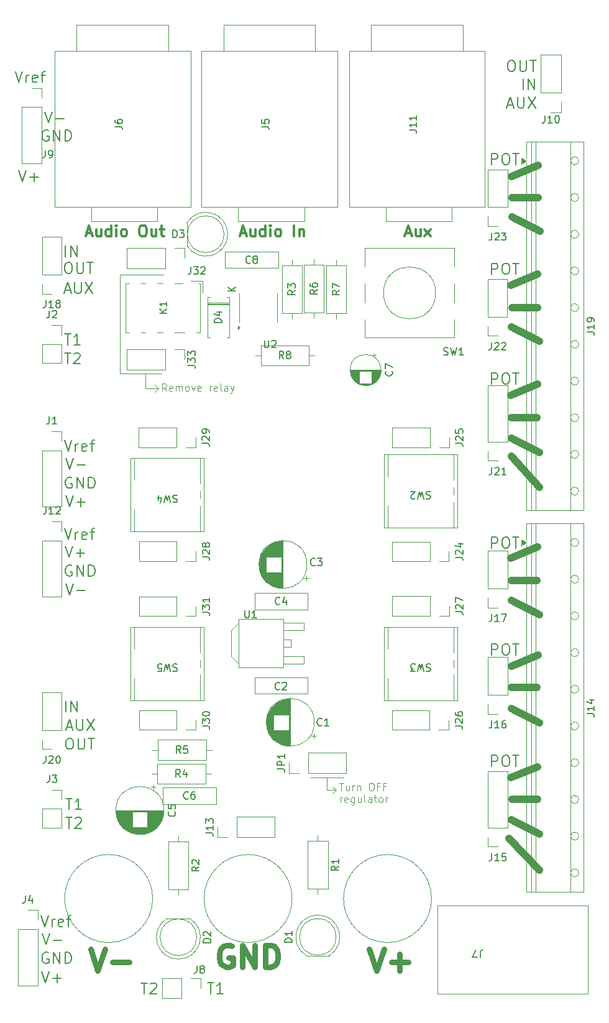
<source format=gbr>
%TF.GenerationSoftware,KiCad,Pcbnew,9.0.4*%
%TF.CreationDate,2025-11-06T00:07:10+01:00*%
%TF.ProjectId,BreadBoard,42726561-6442-46f6-9172-642e6b696361,rev?*%
%TF.SameCoordinates,Original*%
%TF.FileFunction,Legend,Top*%
%TF.FilePolarity,Positive*%
%FSLAX46Y46*%
G04 Gerber Fmt 4.6, Leading zero omitted, Abs format (unit mm)*
G04 Created by KiCad (PCBNEW 9.0.4) date 2025-11-06 00:07:10*
%MOMM*%
%LPD*%
G01*
G04 APERTURE LIST*
%ADD10C,0.100000*%
%ADD11C,1.000000*%
%ADD12C,0.150000*%
%ADD13C,0.750000*%
%ADD14C,0.200000*%
%ADD15C,0.300000*%
%ADD16C,0.120000*%
G04 APERTURE END LIST*
D10*
X67250000Y-120750000D02*
X68500000Y-120750000D01*
D11*
X92450000Y-122000000D02*
X95950000Y-122000000D01*
X92400000Y-37100000D02*
X96000000Y-35600000D01*
D10*
X40250000Y-64000000D02*
X44750000Y-64000000D01*
D11*
X92000000Y-127350000D02*
X96200000Y-131600000D01*
D10*
X44250000Y-66000000D02*
X43750000Y-65500000D01*
X62500000Y-135500000D02*
G75*
G02*
X50500000Y-135500000I-6000000J0D01*
G01*
X50500000Y-135500000D02*
G75*
G02*
X62500000Y-135500000I6000000J0D01*
G01*
X44750000Y-64000000D02*
X42500000Y-64000000D01*
D11*
X92400000Y-109650000D02*
X96200000Y-111600000D01*
X92300000Y-51950000D02*
X95900000Y-50450000D01*
X92380000Y-75200000D02*
X96180000Y-79450000D01*
X92400000Y-94850000D02*
X96200000Y-96800000D01*
X92500000Y-40000000D02*
X96000000Y-40000000D01*
D10*
X43750000Y-65500000D02*
X44250000Y-66000000D01*
X68500000Y-120750000D02*
X68000000Y-120250000D01*
D11*
X92350000Y-106700000D02*
X95850000Y-106700000D01*
D10*
X42500000Y-66000000D02*
X44250000Y-66000000D01*
D11*
X92400000Y-103850000D02*
X96000000Y-102350000D01*
X92400000Y-57650000D02*
X96200000Y-59600000D01*
X92300000Y-66950000D02*
X95900000Y-65450000D01*
D10*
X39000000Y-64000000D02*
X40250000Y-64000000D01*
D11*
X92300000Y-89100000D02*
X95900000Y-87600000D01*
X92500000Y-42650000D02*
X96300000Y-44600000D01*
X92450000Y-55000000D02*
X95950000Y-55000000D01*
X92350000Y-70000000D02*
X95850000Y-70000000D01*
D10*
X42500000Y-66000000D02*
X42500000Y-64000000D01*
X67250000Y-119000000D02*
X67250000Y-120750000D01*
D11*
X92400000Y-124750000D02*
X96200000Y-126700000D01*
D10*
X81500000Y-135500000D02*
G75*
G02*
X69500000Y-135500000I-6000000J0D01*
G01*
X69500000Y-135500000D02*
G75*
G02*
X81500000Y-135500000I6000000J0D01*
G01*
X40000000Y-50500000D02*
X45000000Y-50500000D01*
D11*
X92350000Y-92200000D02*
X95850000Y-92200000D01*
D10*
X40000000Y-50500000D02*
X39000000Y-50500000D01*
D11*
X92400000Y-72750000D02*
X96200000Y-74700000D01*
X92300000Y-119050000D02*
X95900000Y-117550000D01*
D10*
X44250000Y-66000000D02*
X43750000Y-66500000D01*
X68500000Y-120750000D02*
X68000000Y-121250000D01*
X65000000Y-119000000D02*
X69500000Y-119000000D01*
D12*
X31605826Y-48058628D02*
X31605826Y-46558628D01*
X32320112Y-48058628D02*
X32320112Y-46558628D01*
X32320112Y-46558628D02*
X33177255Y-48058628D01*
X33177255Y-48058628D02*
X33177255Y-46558628D01*
X31641541Y-121858628D02*
X32498684Y-121858628D01*
X32070112Y-123358628D02*
X32070112Y-121858628D01*
X33784398Y-123358628D02*
X32927255Y-123358628D01*
X33355826Y-123358628D02*
X33355826Y-121858628D01*
X33355826Y-121858628D02*
X33212969Y-122072914D01*
X33212969Y-122072914D02*
X33070112Y-122215771D01*
X33070112Y-122215771D02*
X32927255Y-122287200D01*
D13*
X35029135Y-142343857D02*
X36029135Y-145343857D01*
X36029135Y-145343857D02*
X37029135Y-142343857D01*
X38029135Y-144201000D02*
X40314850Y-144201000D01*
X73029135Y-142343857D02*
X74029135Y-145343857D01*
X74029135Y-145343857D02*
X75029135Y-142343857D01*
X76029135Y-144201000D02*
X78314850Y-144201000D01*
X77171992Y-145343857D02*
X77171992Y-143058142D01*
D12*
X91884398Y-27380057D02*
X92598684Y-27380057D01*
X91741541Y-27808628D02*
X92241541Y-26308628D01*
X92241541Y-26308628D02*
X92741541Y-27808628D01*
X93241540Y-26308628D02*
X93241540Y-27522914D01*
X93241540Y-27522914D02*
X93312969Y-27665771D01*
X93312969Y-27665771D02*
X93384398Y-27737200D01*
X93384398Y-27737200D02*
X93527255Y-27808628D01*
X93527255Y-27808628D02*
X93812969Y-27808628D01*
X93812969Y-27808628D02*
X93955826Y-27737200D01*
X93955826Y-27737200D02*
X94027255Y-27665771D01*
X94027255Y-27665771D02*
X94098683Y-27522914D01*
X94098683Y-27522914D02*
X94098683Y-26308628D01*
X94670112Y-26308628D02*
X95670112Y-27808628D01*
X95670112Y-26308628D02*
X94670112Y-27808628D01*
X31891541Y-48828628D02*
X32177255Y-48828628D01*
X32177255Y-48828628D02*
X32320112Y-48900057D01*
X32320112Y-48900057D02*
X32462969Y-49042914D01*
X32462969Y-49042914D02*
X32534398Y-49328628D01*
X32534398Y-49328628D02*
X32534398Y-49828628D01*
X32534398Y-49828628D02*
X32462969Y-50114342D01*
X32462969Y-50114342D02*
X32320112Y-50257200D01*
X32320112Y-50257200D02*
X32177255Y-50328628D01*
X32177255Y-50328628D02*
X31891541Y-50328628D01*
X31891541Y-50328628D02*
X31748684Y-50257200D01*
X31748684Y-50257200D02*
X31605826Y-50114342D01*
X31605826Y-50114342D02*
X31534398Y-49828628D01*
X31534398Y-49828628D02*
X31534398Y-49328628D01*
X31534398Y-49328628D02*
X31605826Y-49042914D01*
X31605826Y-49042914D02*
X31748684Y-48900057D01*
X31748684Y-48900057D02*
X31891541Y-48828628D01*
X33177255Y-48828628D02*
X33177255Y-50042914D01*
X33177255Y-50042914D02*
X33248684Y-50185771D01*
X33248684Y-50185771D02*
X33320113Y-50257200D01*
X33320113Y-50257200D02*
X33462970Y-50328628D01*
X33462970Y-50328628D02*
X33748684Y-50328628D01*
X33748684Y-50328628D02*
X33891541Y-50257200D01*
X33891541Y-50257200D02*
X33962970Y-50185771D01*
X33962970Y-50185771D02*
X34034398Y-50042914D01*
X34034398Y-50042914D02*
X34034398Y-48828628D01*
X34534399Y-48828628D02*
X35391542Y-48828628D01*
X34962970Y-50328628D02*
X34962970Y-48828628D01*
D13*
X54279135Y-141986714D02*
X53993421Y-141843857D01*
X53993421Y-141843857D02*
X53564849Y-141843857D01*
X53564849Y-141843857D02*
X53136278Y-141986714D01*
X53136278Y-141986714D02*
X52850563Y-142272428D01*
X52850563Y-142272428D02*
X52707706Y-142558142D01*
X52707706Y-142558142D02*
X52564849Y-143129571D01*
X52564849Y-143129571D02*
X52564849Y-143558142D01*
X52564849Y-143558142D02*
X52707706Y-144129571D01*
X52707706Y-144129571D02*
X52850563Y-144415285D01*
X52850563Y-144415285D02*
X53136278Y-144701000D01*
X53136278Y-144701000D02*
X53564849Y-144843857D01*
X53564849Y-144843857D02*
X53850563Y-144843857D01*
X53850563Y-144843857D02*
X54279135Y-144701000D01*
X54279135Y-144701000D02*
X54421992Y-144558142D01*
X54421992Y-144558142D02*
X54421992Y-143558142D01*
X54421992Y-143558142D02*
X53850563Y-143558142D01*
X55707706Y-144843857D02*
X55707706Y-141843857D01*
X55707706Y-141843857D02*
X57421992Y-144843857D01*
X57421992Y-144843857D02*
X57421992Y-141843857D01*
X58850563Y-144843857D02*
X58850563Y-141843857D01*
X58850563Y-141843857D02*
X59564849Y-141843857D01*
X59564849Y-141843857D02*
X59993420Y-141986714D01*
X59993420Y-141986714D02*
X60279135Y-142272428D01*
X60279135Y-142272428D02*
X60421992Y-142558142D01*
X60421992Y-142558142D02*
X60564849Y-143129571D01*
X60564849Y-143129571D02*
X60564849Y-143558142D01*
X60564849Y-143558142D02*
X60421992Y-144129571D01*
X60421992Y-144129571D02*
X60279135Y-144415285D01*
X60279135Y-144415285D02*
X59993420Y-144701000D01*
X59993420Y-144701000D02*
X59564849Y-144843857D01*
X59564849Y-144843857D02*
X58850563Y-144843857D01*
D12*
X89685826Y-50458628D02*
X89685826Y-48958628D01*
X89685826Y-48958628D02*
X90257255Y-48958628D01*
X90257255Y-48958628D02*
X90400112Y-49030057D01*
X90400112Y-49030057D02*
X90471541Y-49101485D01*
X90471541Y-49101485D02*
X90542969Y-49244342D01*
X90542969Y-49244342D02*
X90542969Y-49458628D01*
X90542969Y-49458628D02*
X90471541Y-49601485D01*
X90471541Y-49601485D02*
X90400112Y-49672914D01*
X90400112Y-49672914D02*
X90257255Y-49744342D01*
X90257255Y-49744342D02*
X89685826Y-49744342D01*
X91471541Y-48958628D02*
X91757255Y-48958628D01*
X91757255Y-48958628D02*
X91900112Y-49030057D01*
X91900112Y-49030057D02*
X92042969Y-49172914D01*
X92042969Y-49172914D02*
X92114398Y-49458628D01*
X92114398Y-49458628D02*
X92114398Y-49958628D01*
X92114398Y-49958628D02*
X92042969Y-50244342D01*
X92042969Y-50244342D02*
X91900112Y-50387200D01*
X91900112Y-50387200D02*
X91757255Y-50458628D01*
X91757255Y-50458628D02*
X91471541Y-50458628D01*
X91471541Y-50458628D02*
X91328684Y-50387200D01*
X91328684Y-50387200D02*
X91185826Y-50244342D01*
X91185826Y-50244342D02*
X91114398Y-49958628D01*
X91114398Y-49958628D02*
X91114398Y-49458628D01*
X91114398Y-49458628D02*
X91185826Y-49172914D01*
X91185826Y-49172914D02*
X91328684Y-49030057D01*
X91328684Y-49030057D02*
X91471541Y-48958628D01*
X92542970Y-48958628D02*
X93400113Y-48958628D01*
X92971541Y-50458628D02*
X92971541Y-48958628D01*
D14*
X28474435Y-140246028D02*
X28974435Y-141746028D01*
X28974435Y-141746028D02*
X29474435Y-140246028D01*
X29974434Y-141174600D02*
X31117292Y-141174600D01*
D12*
X31534398Y-52630057D02*
X32248684Y-52630057D01*
X31391541Y-53058628D02*
X31891541Y-51558628D01*
X31891541Y-51558628D02*
X32391541Y-53058628D01*
X32891540Y-51558628D02*
X32891540Y-52772914D01*
X32891540Y-52772914D02*
X32962969Y-52915771D01*
X32962969Y-52915771D02*
X33034398Y-52987200D01*
X33034398Y-52987200D02*
X33177255Y-53058628D01*
X33177255Y-53058628D02*
X33462969Y-53058628D01*
X33462969Y-53058628D02*
X33605826Y-52987200D01*
X33605826Y-52987200D02*
X33677255Y-52915771D01*
X33677255Y-52915771D02*
X33748683Y-52772914D01*
X33748683Y-52772914D02*
X33748683Y-51558628D01*
X34320112Y-51558628D02*
X35320112Y-53058628D01*
X35320112Y-51558628D02*
X34320112Y-53058628D01*
D14*
X31474435Y-73056028D02*
X31974435Y-74556028D01*
X31974435Y-74556028D02*
X32474435Y-73056028D01*
X32974434Y-74556028D02*
X32974434Y-73556028D01*
X32974434Y-73841742D02*
X33045863Y-73698885D01*
X33045863Y-73698885D02*
X33117292Y-73627457D01*
X33117292Y-73627457D02*
X33260149Y-73556028D01*
X33260149Y-73556028D02*
X33403006Y-73556028D01*
X34474434Y-74484600D02*
X34331577Y-74556028D01*
X34331577Y-74556028D02*
X34045863Y-74556028D01*
X34045863Y-74556028D02*
X33903005Y-74484600D01*
X33903005Y-74484600D02*
X33831577Y-74341742D01*
X33831577Y-74341742D02*
X33831577Y-73770314D01*
X33831577Y-73770314D02*
X33903005Y-73627457D01*
X33903005Y-73627457D02*
X34045863Y-73556028D01*
X34045863Y-73556028D02*
X34331577Y-73556028D01*
X34331577Y-73556028D02*
X34474434Y-73627457D01*
X34474434Y-73627457D02*
X34545863Y-73770314D01*
X34545863Y-73770314D02*
X34545863Y-73913171D01*
X34545863Y-73913171D02*
X33831577Y-74056028D01*
X34974434Y-73556028D02*
X35545862Y-73556028D01*
X35188719Y-74556028D02*
X35188719Y-73270314D01*
X35188719Y-73270314D02*
X35260148Y-73127457D01*
X35260148Y-73127457D02*
X35403005Y-73056028D01*
X35403005Y-73056028D02*
X35545862Y-73056028D01*
X28774435Y-28306028D02*
X29274435Y-29806028D01*
X29274435Y-29806028D02*
X29774435Y-28306028D01*
X30274434Y-29234600D02*
X31417292Y-29234600D01*
D12*
X50941541Y-146958628D02*
X51798684Y-146958628D01*
X51370112Y-148458628D02*
X51370112Y-146958628D01*
X53084398Y-148458628D02*
X52227255Y-148458628D01*
X52655826Y-148458628D02*
X52655826Y-146958628D01*
X52655826Y-146958628D02*
X52512969Y-147172914D01*
X52512969Y-147172914D02*
X52370112Y-147315771D01*
X52370112Y-147315771D02*
X52227255Y-147387200D01*
X32041541Y-113658628D02*
X32327255Y-113658628D01*
X32327255Y-113658628D02*
X32470112Y-113730057D01*
X32470112Y-113730057D02*
X32612969Y-113872914D01*
X32612969Y-113872914D02*
X32684398Y-114158628D01*
X32684398Y-114158628D02*
X32684398Y-114658628D01*
X32684398Y-114658628D02*
X32612969Y-114944342D01*
X32612969Y-114944342D02*
X32470112Y-115087200D01*
X32470112Y-115087200D02*
X32327255Y-115158628D01*
X32327255Y-115158628D02*
X32041541Y-115158628D01*
X32041541Y-115158628D02*
X31898684Y-115087200D01*
X31898684Y-115087200D02*
X31755826Y-114944342D01*
X31755826Y-114944342D02*
X31684398Y-114658628D01*
X31684398Y-114658628D02*
X31684398Y-114158628D01*
X31684398Y-114158628D02*
X31755826Y-113872914D01*
X31755826Y-113872914D02*
X31898684Y-113730057D01*
X31898684Y-113730057D02*
X32041541Y-113658628D01*
X33327255Y-113658628D02*
X33327255Y-114872914D01*
X33327255Y-114872914D02*
X33398684Y-115015771D01*
X33398684Y-115015771D02*
X33470113Y-115087200D01*
X33470113Y-115087200D02*
X33612970Y-115158628D01*
X33612970Y-115158628D02*
X33898684Y-115158628D01*
X33898684Y-115158628D02*
X34041541Y-115087200D01*
X34041541Y-115087200D02*
X34112970Y-115015771D01*
X34112970Y-115015771D02*
X34184398Y-114872914D01*
X34184398Y-114872914D02*
X34184398Y-113658628D01*
X34684399Y-113658628D02*
X35541542Y-113658628D01*
X35112970Y-115158628D02*
X35112970Y-113658628D01*
D15*
X55483082Y-44872257D02*
X56197368Y-44872257D01*
X55340225Y-45300828D02*
X55840225Y-43800828D01*
X55840225Y-43800828D02*
X56340225Y-45300828D01*
X57483082Y-44300828D02*
X57483082Y-45300828D01*
X56840224Y-44300828D02*
X56840224Y-45086542D01*
X56840224Y-45086542D02*
X56911653Y-45229400D01*
X56911653Y-45229400D02*
X57054510Y-45300828D01*
X57054510Y-45300828D02*
X57268796Y-45300828D01*
X57268796Y-45300828D02*
X57411653Y-45229400D01*
X57411653Y-45229400D02*
X57483082Y-45157971D01*
X58840225Y-45300828D02*
X58840225Y-43800828D01*
X58840225Y-45229400D02*
X58697367Y-45300828D01*
X58697367Y-45300828D02*
X58411653Y-45300828D01*
X58411653Y-45300828D02*
X58268796Y-45229400D01*
X58268796Y-45229400D02*
X58197367Y-45157971D01*
X58197367Y-45157971D02*
X58125939Y-45015114D01*
X58125939Y-45015114D02*
X58125939Y-44586542D01*
X58125939Y-44586542D02*
X58197367Y-44443685D01*
X58197367Y-44443685D02*
X58268796Y-44372257D01*
X58268796Y-44372257D02*
X58411653Y-44300828D01*
X58411653Y-44300828D02*
X58697367Y-44300828D01*
X58697367Y-44300828D02*
X58840225Y-44372257D01*
X59554510Y-45300828D02*
X59554510Y-44300828D01*
X59554510Y-43800828D02*
X59483082Y-43872257D01*
X59483082Y-43872257D02*
X59554510Y-43943685D01*
X59554510Y-43943685D02*
X59625939Y-43872257D01*
X59625939Y-43872257D02*
X59554510Y-43800828D01*
X59554510Y-43800828D02*
X59554510Y-43943685D01*
X60483082Y-45300828D02*
X60340225Y-45229400D01*
X60340225Y-45229400D02*
X60268796Y-45157971D01*
X60268796Y-45157971D02*
X60197368Y-45015114D01*
X60197368Y-45015114D02*
X60197368Y-44586542D01*
X60197368Y-44586542D02*
X60268796Y-44443685D01*
X60268796Y-44443685D02*
X60340225Y-44372257D01*
X60340225Y-44372257D02*
X60483082Y-44300828D01*
X60483082Y-44300828D02*
X60697368Y-44300828D01*
X60697368Y-44300828D02*
X60840225Y-44372257D01*
X60840225Y-44372257D02*
X60911654Y-44443685D01*
X60911654Y-44443685D02*
X60983082Y-44586542D01*
X60983082Y-44586542D02*
X60983082Y-45015114D01*
X60983082Y-45015114D02*
X60911654Y-45157971D01*
X60911654Y-45157971D02*
X60840225Y-45229400D01*
X60840225Y-45229400D02*
X60697368Y-45300828D01*
X60697368Y-45300828D02*
X60483082Y-45300828D01*
X62768796Y-45300828D02*
X62768796Y-43800828D01*
X63483082Y-44300828D02*
X63483082Y-45300828D01*
X63483082Y-44443685D02*
X63554511Y-44372257D01*
X63554511Y-44372257D02*
X63697368Y-44300828D01*
X63697368Y-44300828D02*
X63911654Y-44300828D01*
X63911654Y-44300828D02*
X64054511Y-44372257D01*
X64054511Y-44372257D02*
X64125940Y-44515114D01*
X64125940Y-44515114D02*
X64125940Y-45300828D01*
D14*
X28374435Y-145446028D02*
X28874435Y-146946028D01*
X28874435Y-146946028D02*
X29374435Y-145446028D01*
X29874434Y-146374600D02*
X31017292Y-146374600D01*
X30445863Y-146946028D02*
X30445863Y-145803171D01*
D12*
X93955826Y-25308628D02*
X93955826Y-23808628D01*
X94670112Y-25308628D02*
X94670112Y-23808628D01*
X94670112Y-23808628D02*
X95527255Y-25308628D01*
X95527255Y-25308628D02*
X95527255Y-23808628D01*
D15*
X34483082Y-44872257D02*
X35197368Y-44872257D01*
X34340225Y-45300828D02*
X34840225Y-43800828D01*
X34840225Y-43800828D02*
X35340225Y-45300828D01*
X36483082Y-44300828D02*
X36483082Y-45300828D01*
X35840224Y-44300828D02*
X35840224Y-45086542D01*
X35840224Y-45086542D02*
X35911653Y-45229400D01*
X35911653Y-45229400D02*
X36054510Y-45300828D01*
X36054510Y-45300828D02*
X36268796Y-45300828D01*
X36268796Y-45300828D02*
X36411653Y-45229400D01*
X36411653Y-45229400D02*
X36483082Y-45157971D01*
X37840225Y-45300828D02*
X37840225Y-43800828D01*
X37840225Y-45229400D02*
X37697367Y-45300828D01*
X37697367Y-45300828D02*
X37411653Y-45300828D01*
X37411653Y-45300828D02*
X37268796Y-45229400D01*
X37268796Y-45229400D02*
X37197367Y-45157971D01*
X37197367Y-45157971D02*
X37125939Y-45015114D01*
X37125939Y-45015114D02*
X37125939Y-44586542D01*
X37125939Y-44586542D02*
X37197367Y-44443685D01*
X37197367Y-44443685D02*
X37268796Y-44372257D01*
X37268796Y-44372257D02*
X37411653Y-44300828D01*
X37411653Y-44300828D02*
X37697367Y-44300828D01*
X37697367Y-44300828D02*
X37840225Y-44372257D01*
X38554510Y-45300828D02*
X38554510Y-44300828D01*
X38554510Y-43800828D02*
X38483082Y-43872257D01*
X38483082Y-43872257D02*
X38554510Y-43943685D01*
X38554510Y-43943685D02*
X38625939Y-43872257D01*
X38625939Y-43872257D02*
X38554510Y-43800828D01*
X38554510Y-43800828D02*
X38554510Y-43943685D01*
X39483082Y-45300828D02*
X39340225Y-45229400D01*
X39340225Y-45229400D02*
X39268796Y-45157971D01*
X39268796Y-45157971D02*
X39197368Y-45015114D01*
X39197368Y-45015114D02*
X39197368Y-44586542D01*
X39197368Y-44586542D02*
X39268796Y-44443685D01*
X39268796Y-44443685D02*
X39340225Y-44372257D01*
X39340225Y-44372257D02*
X39483082Y-44300828D01*
X39483082Y-44300828D02*
X39697368Y-44300828D01*
X39697368Y-44300828D02*
X39840225Y-44372257D01*
X39840225Y-44372257D02*
X39911654Y-44443685D01*
X39911654Y-44443685D02*
X39983082Y-44586542D01*
X39983082Y-44586542D02*
X39983082Y-45015114D01*
X39983082Y-45015114D02*
X39911654Y-45157971D01*
X39911654Y-45157971D02*
X39840225Y-45229400D01*
X39840225Y-45229400D02*
X39697368Y-45300828D01*
X39697368Y-45300828D02*
X39483082Y-45300828D01*
X42054511Y-43800828D02*
X42340225Y-43800828D01*
X42340225Y-43800828D02*
X42483082Y-43872257D01*
X42483082Y-43872257D02*
X42625939Y-44015114D01*
X42625939Y-44015114D02*
X42697368Y-44300828D01*
X42697368Y-44300828D02*
X42697368Y-44800828D01*
X42697368Y-44800828D02*
X42625939Y-45086542D01*
X42625939Y-45086542D02*
X42483082Y-45229400D01*
X42483082Y-45229400D02*
X42340225Y-45300828D01*
X42340225Y-45300828D02*
X42054511Y-45300828D01*
X42054511Y-45300828D02*
X41911654Y-45229400D01*
X41911654Y-45229400D02*
X41768796Y-45086542D01*
X41768796Y-45086542D02*
X41697368Y-44800828D01*
X41697368Y-44800828D02*
X41697368Y-44300828D01*
X41697368Y-44300828D02*
X41768796Y-44015114D01*
X41768796Y-44015114D02*
X41911654Y-43872257D01*
X41911654Y-43872257D02*
X42054511Y-43800828D01*
X43983083Y-44300828D02*
X43983083Y-45300828D01*
X43340225Y-44300828D02*
X43340225Y-45086542D01*
X43340225Y-45086542D02*
X43411654Y-45229400D01*
X43411654Y-45229400D02*
X43554511Y-45300828D01*
X43554511Y-45300828D02*
X43768797Y-45300828D01*
X43768797Y-45300828D02*
X43911654Y-45229400D01*
X43911654Y-45229400D02*
X43983083Y-45157971D01*
X44483083Y-44300828D02*
X45054511Y-44300828D01*
X44697368Y-43800828D02*
X44697368Y-45086542D01*
X44697368Y-45086542D02*
X44768797Y-45229400D01*
X44768797Y-45229400D02*
X44911654Y-45300828D01*
X44911654Y-45300828D02*
X45054511Y-45300828D01*
D12*
X41891541Y-147008628D02*
X42748684Y-147008628D01*
X42320112Y-148508628D02*
X42320112Y-147008628D01*
X43177255Y-147151485D02*
X43248683Y-147080057D01*
X43248683Y-147080057D02*
X43391541Y-147008628D01*
X43391541Y-147008628D02*
X43748683Y-147008628D01*
X43748683Y-147008628D02*
X43891541Y-147080057D01*
X43891541Y-147080057D02*
X43962969Y-147151485D01*
X43962969Y-147151485D02*
X44034398Y-147294342D01*
X44034398Y-147294342D02*
X44034398Y-147437200D01*
X44034398Y-147437200D02*
X43962969Y-147651485D01*
X43962969Y-147651485D02*
X43105826Y-148508628D01*
X43105826Y-148508628D02*
X44034398Y-148508628D01*
X92241541Y-21308628D02*
X92527255Y-21308628D01*
X92527255Y-21308628D02*
X92670112Y-21380057D01*
X92670112Y-21380057D02*
X92812969Y-21522914D01*
X92812969Y-21522914D02*
X92884398Y-21808628D01*
X92884398Y-21808628D02*
X92884398Y-22308628D01*
X92884398Y-22308628D02*
X92812969Y-22594342D01*
X92812969Y-22594342D02*
X92670112Y-22737200D01*
X92670112Y-22737200D02*
X92527255Y-22808628D01*
X92527255Y-22808628D02*
X92241541Y-22808628D01*
X92241541Y-22808628D02*
X92098684Y-22737200D01*
X92098684Y-22737200D02*
X91955826Y-22594342D01*
X91955826Y-22594342D02*
X91884398Y-22308628D01*
X91884398Y-22308628D02*
X91884398Y-21808628D01*
X91884398Y-21808628D02*
X91955826Y-21522914D01*
X91955826Y-21522914D02*
X92098684Y-21380057D01*
X92098684Y-21380057D02*
X92241541Y-21308628D01*
X93527255Y-21308628D02*
X93527255Y-22522914D01*
X93527255Y-22522914D02*
X93598684Y-22665771D01*
X93598684Y-22665771D02*
X93670113Y-22737200D01*
X93670113Y-22737200D02*
X93812970Y-22808628D01*
X93812970Y-22808628D02*
X94098684Y-22808628D01*
X94098684Y-22808628D02*
X94241541Y-22737200D01*
X94241541Y-22737200D02*
X94312970Y-22665771D01*
X94312970Y-22665771D02*
X94384398Y-22522914D01*
X94384398Y-22522914D02*
X94384398Y-21308628D01*
X94884399Y-21308628D02*
X95741542Y-21308628D01*
X95312970Y-22808628D02*
X95312970Y-21308628D01*
X89685826Y-87768628D02*
X89685826Y-86268628D01*
X89685826Y-86268628D02*
X90257255Y-86268628D01*
X90257255Y-86268628D02*
X90400112Y-86340057D01*
X90400112Y-86340057D02*
X90471541Y-86411485D01*
X90471541Y-86411485D02*
X90542969Y-86554342D01*
X90542969Y-86554342D02*
X90542969Y-86768628D01*
X90542969Y-86768628D02*
X90471541Y-86911485D01*
X90471541Y-86911485D02*
X90400112Y-86982914D01*
X90400112Y-86982914D02*
X90257255Y-87054342D01*
X90257255Y-87054342D02*
X89685826Y-87054342D01*
X91471541Y-86268628D02*
X91757255Y-86268628D01*
X91757255Y-86268628D02*
X91900112Y-86340057D01*
X91900112Y-86340057D02*
X92042969Y-86482914D01*
X92042969Y-86482914D02*
X92114398Y-86768628D01*
X92114398Y-86768628D02*
X92114398Y-87268628D01*
X92114398Y-87268628D02*
X92042969Y-87554342D01*
X92042969Y-87554342D02*
X91900112Y-87697200D01*
X91900112Y-87697200D02*
X91757255Y-87768628D01*
X91757255Y-87768628D02*
X91471541Y-87768628D01*
X91471541Y-87768628D02*
X91328684Y-87697200D01*
X91328684Y-87697200D02*
X91185826Y-87554342D01*
X91185826Y-87554342D02*
X91114398Y-87268628D01*
X91114398Y-87268628D02*
X91114398Y-86768628D01*
X91114398Y-86768628D02*
X91185826Y-86482914D01*
X91185826Y-86482914D02*
X91328684Y-86340057D01*
X91328684Y-86340057D02*
X91471541Y-86268628D01*
X92542970Y-86268628D02*
X93400113Y-86268628D01*
X92971541Y-87768628D02*
X92971541Y-86268628D01*
D14*
X32474435Y-78167457D02*
X32331578Y-78096028D01*
X32331578Y-78096028D02*
X32117292Y-78096028D01*
X32117292Y-78096028D02*
X31903006Y-78167457D01*
X31903006Y-78167457D02*
X31760149Y-78310314D01*
X31760149Y-78310314D02*
X31688720Y-78453171D01*
X31688720Y-78453171D02*
X31617292Y-78738885D01*
X31617292Y-78738885D02*
X31617292Y-78953171D01*
X31617292Y-78953171D02*
X31688720Y-79238885D01*
X31688720Y-79238885D02*
X31760149Y-79381742D01*
X31760149Y-79381742D02*
X31903006Y-79524600D01*
X31903006Y-79524600D02*
X32117292Y-79596028D01*
X32117292Y-79596028D02*
X32260149Y-79596028D01*
X32260149Y-79596028D02*
X32474435Y-79524600D01*
X32474435Y-79524600D02*
X32545863Y-79453171D01*
X32545863Y-79453171D02*
X32545863Y-78953171D01*
X32545863Y-78953171D02*
X32260149Y-78953171D01*
X33188720Y-79596028D02*
X33188720Y-78096028D01*
X33188720Y-78096028D02*
X34045863Y-79596028D01*
X34045863Y-79596028D02*
X34045863Y-78096028D01*
X34760149Y-79596028D02*
X34760149Y-78096028D01*
X34760149Y-78096028D02*
X35117292Y-78096028D01*
X35117292Y-78096028D02*
X35331578Y-78167457D01*
X35331578Y-78167457D02*
X35474435Y-78310314D01*
X35474435Y-78310314D02*
X35545864Y-78453171D01*
X35545864Y-78453171D02*
X35617292Y-78738885D01*
X35617292Y-78738885D02*
X35617292Y-78953171D01*
X35617292Y-78953171D02*
X35545864Y-79238885D01*
X35545864Y-79238885D02*
X35474435Y-79381742D01*
X35474435Y-79381742D02*
X35331578Y-79524600D01*
X35331578Y-79524600D02*
X35117292Y-79596028D01*
X35117292Y-79596028D02*
X34760149Y-79596028D01*
X31574435Y-87496028D02*
X32074435Y-88996028D01*
X32074435Y-88996028D02*
X32574435Y-87496028D01*
X33074434Y-88424600D02*
X34217292Y-88424600D01*
X33645863Y-88996028D02*
X33645863Y-87853171D01*
D12*
X31655826Y-110058628D02*
X31655826Y-108558628D01*
X32370112Y-110058628D02*
X32370112Y-108558628D01*
X32370112Y-108558628D02*
X33227255Y-110058628D01*
X33227255Y-110058628D02*
X33227255Y-108558628D01*
D14*
X31674435Y-92596028D02*
X32174435Y-94096028D01*
X32174435Y-94096028D02*
X32674435Y-92596028D01*
X33174434Y-93524600D02*
X34317292Y-93524600D01*
X29274435Y-142917457D02*
X29131578Y-142846028D01*
X29131578Y-142846028D02*
X28917292Y-142846028D01*
X28917292Y-142846028D02*
X28703006Y-142917457D01*
X28703006Y-142917457D02*
X28560149Y-143060314D01*
X28560149Y-143060314D02*
X28488720Y-143203171D01*
X28488720Y-143203171D02*
X28417292Y-143488885D01*
X28417292Y-143488885D02*
X28417292Y-143703171D01*
X28417292Y-143703171D02*
X28488720Y-143988885D01*
X28488720Y-143988885D02*
X28560149Y-144131742D01*
X28560149Y-144131742D02*
X28703006Y-144274600D01*
X28703006Y-144274600D02*
X28917292Y-144346028D01*
X28917292Y-144346028D02*
X29060149Y-144346028D01*
X29060149Y-144346028D02*
X29274435Y-144274600D01*
X29274435Y-144274600D02*
X29345863Y-144203171D01*
X29345863Y-144203171D02*
X29345863Y-143703171D01*
X29345863Y-143703171D02*
X29060149Y-143703171D01*
X29988720Y-144346028D02*
X29988720Y-142846028D01*
X29988720Y-142846028D02*
X30845863Y-144346028D01*
X30845863Y-144346028D02*
X30845863Y-142846028D01*
X31560149Y-144346028D02*
X31560149Y-142846028D01*
X31560149Y-142846028D02*
X31917292Y-142846028D01*
X31917292Y-142846028D02*
X32131578Y-142917457D01*
X32131578Y-142917457D02*
X32274435Y-143060314D01*
X32274435Y-143060314D02*
X32345864Y-143203171D01*
X32345864Y-143203171D02*
X32417292Y-143488885D01*
X32417292Y-143488885D02*
X32417292Y-143703171D01*
X32417292Y-143703171D02*
X32345864Y-143988885D01*
X32345864Y-143988885D02*
X32274435Y-144131742D01*
X32274435Y-144131742D02*
X32131578Y-144274600D01*
X32131578Y-144274600D02*
X31917292Y-144346028D01*
X31917292Y-144346028D02*
X31560149Y-144346028D01*
X29274435Y-30877457D02*
X29131578Y-30806028D01*
X29131578Y-30806028D02*
X28917292Y-30806028D01*
X28917292Y-30806028D02*
X28703006Y-30877457D01*
X28703006Y-30877457D02*
X28560149Y-31020314D01*
X28560149Y-31020314D02*
X28488720Y-31163171D01*
X28488720Y-31163171D02*
X28417292Y-31448885D01*
X28417292Y-31448885D02*
X28417292Y-31663171D01*
X28417292Y-31663171D02*
X28488720Y-31948885D01*
X28488720Y-31948885D02*
X28560149Y-32091742D01*
X28560149Y-32091742D02*
X28703006Y-32234600D01*
X28703006Y-32234600D02*
X28917292Y-32306028D01*
X28917292Y-32306028D02*
X29060149Y-32306028D01*
X29060149Y-32306028D02*
X29274435Y-32234600D01*
X29274435Y-32234600D02*
X29345863Y-32163171D01*
X29345863Y-32163171D02*
X29345863Y-31663171D01*
X29345863Y-31663171D02*
X29060149Y-31663171D01*
X29988720Y-32306028D02*
X29988720Y-30806028D01*
X29988720Y-30806028D02*
X30845863Y-32306028D01*
X30845863Y-32306028D02*
X30845863Y-30806028D01*
X31560149Y-32306028D02*
X31560149Y-30806028D01*
X31560149Y-30806028D02*
X31917292Y-30806028D01*
X31917292Y-30806028D02*
X32131578Y-30877457D01*
X32131578Y-30877457D02*
X32274435Y-31020314D01*
X32274435Y-31020314D02*
X32345864Y-31163171D01*
X32345864Y-31163171D02*
X32417292Y-31448885D01*
X32417292Y-31448885D02*
X32417292Y-31663171D01*
X32417292Y-31663171D02*
X32345864Y-31948885D01*
X32345864Y-31948885D02*
X32274435Y-32091742D01*
X32274435Y-32091742D02*
X32131578Y-32234600D01*
X32131578Y-32234600D02*
X31917292Y-32306028D01*
X31917292Y-32306028D02*
X31560149Y-32306028D01*
X32474435Y-90167457D02*
X32331578Y-90096028D01*
X32331578Y-90096028D02*
X32117292Y-90096028D01*
X32117292Y-90096028D02*
X31903006Y-90167457D01*
X31903006Y-90167457D02*
X31760149Y-90310314D01*
X31760149Y-90310314D02*
X31688720Y-90453171D01*
X31688720Y-90453171D02*
X31617292Y-90738885D01*
X31617292Y-90738885D02*
X31617292Y-90953171D01*
X31617292Y-90953171D02*
X31688720Y-91238885D01*
X31688720Y-91238885D02*
X31760149Y-91381742D01*
X31760149Y-91381742D02*
X31903006Y-91524600D01*
X31903006Y-91524600D02*
X32117292Y-91596028D01*
X32117292Y-91596028D02*
X32260149Y-91596028D01*
X32260149Y-91596028D02*
X32474435Y-91524600D01*
X32474435Y-91524600D02*
X32545863Y-91453171D01*
X32545863Y-91453171D02*
X32545863Y-90953171D01*
X32545863Y-90953171D02*
X32260149Y-90953171D01*
X33188720Y-91596028D02*
X33188720Y-90096028D01*
X33188720Y-90096028D02*
X34045863Y-91596028D01*
X34045863Y-91596028D02*
X34045863Y-90096028D01*
X34760149Y-91596028D02*
X34760149Y-90096028D01*
X34760149Y-90096028D02*
X35117292Y-90096028D01*
X35117292Y-90096028D02*
X35331578Y-90167457D01*
X35331578Y-90167457D02*
X35474435Y-90310314D01*
X35474435Y-90310314D02*
X35545864Y-90453171D01*
X35545864Y-90453171D02*
X35617292Y-90738885D01*
X35617292Y-90738885D02*
X35617292Y-90953171D01*
X35617292Y-90953171D02*
X35545864Y-91238885D01*
X35545864Y-91238885D02*
X35474435Y-91381742D01*
X35474435Y-91381742D02*
X35331578Y-91524600D01*
X35331578Y-91524600D02*
X35117292Y-91596028D01*
X35117292Y-91596028D02*
X34760149Y-91596028D01*
D15*
X77983082Y-44872257D02*
X78697368Y-44872257D01*
X77840225Y-45300828D02*
X78340225Y-43800828D01*
X78340225Y-43800828D02*
X78840225Y-45300828D01*
X79983082Y-44300828D02*
X79983082Y-45300828D01*
X79340224Y-44300828D02*
X79340224Y-45086542D01*
X79340224Y-45086542D02*
X79411653Y-45229400D01*
X79411653Y-45229400D02*
X79554510Y-45300828D01*
X79554510Y-45300828D02*
X79768796Y-45300828D01*
X79768796Y-45300828D02*
X79911653Y-45229400D01*
X79911653Y-45229400D02*
X79983082Y-45157971D01*
X80554510Y-45300828D02*
X81340225Y-44300828D01*
X80554510Y-44300828D02*
X81340225Y-45300828D01*
D14*
X31674435Y-75496028D02*
X32174435Y-76996028D01*
X32174435Y-76996028D02*
X32674435Y-75496028D01*
X33174434Y-76424600D02*
X34317292Y-76424600D01*
X28274435Y-137806028D02*
X28774435Y-139306028D01*
X28774435Y-139306028D02*
X29274435Y-137806028D01*
X29774434Y-139306028D02*
X29774434Y-138306028D01*
X29774434Y-138591742D02*
X29845863Y-138448885D01*
X29845863Y-138448885D02*
X29917292Y-138377457D01*
X29917292Y-138377457D02*
X30060149Y-138306028D01*
X30060149Y-138306028D02*
X30203006Y-138306028D01*
X31274434Y-139234600D02*
X31131577Y-139306028D01*
X31131577Y-139306028D02*
X30845863Y-139306028D01*
X30845863Y-139306028D02*
X30703005Y-139234600D01*
X30703005Y-139234600D02*
X30631577Y-139091742D01*
X30631577Y-139091742D02*
X30631577Y-138520314D01*
X30631577Y-138520314D02*
X30703005Y-138377457D01*
X30703005Y-138377457D02*
X30845863Y-138306028D01*
X30845863Y-138306028D02*
X31131577Y-138306028D01*
X31131577Y-138306028D02*
X31274434Y-138377457D01*
X31274434Y-138377457D02*
X31345863Y-138520314D01*
X31345863Y-138520314D02*
X31345863Y-138663171D01*
X31345863Y-138663171D02*
X30631577Y-138806028D01*
X31774434Y-138306028D02*
X32345862Y-138306028D01*
X31988719Y-139306028D02*
X31988719Y-138020314D01*
X31988719Y-138020314D02*
X32060148Y-137877457D01*
X32060148Y-137877457D02*
X32203005Y-137806028D01*
X32203005Y-137806028D02*
X32345862Y-137806028D01*
D12*
X89685826Y-35498628D02*
X89685826Y-33998628D01*
X89685826Y-33998628D02*
X90257255Y-33998628D01*
X90257255Y-33998628D02*
X90400112Y-34070057D01*
X90400112Y-34070057D02*
X90471541Y-34141485D01*
X90471541Y-34141485D02*
X90542969Y-34284342D01*
X90542969Y-34284342D02*
X90542969Y-34498628D01*
X90542969Y-34498628D02*
X90471541Y-34641485D01*
X90471541Y-34641485D02*
X90400112Y-34712914D01*
X90400112Y-34712914D02*
X90257255Y-34784342D01*
X90257255Y-34784342D02*
X89685826Y-34784342D01*
X91471541Y-33998628D02*
X91757255Y-33998628D01*
X91757255Y-33998628D02*
X91900112Y-34070057D01*
X91900112Y-34070057D02*
X92042969Y-34212914D01*
X92042969Y-34212914D02*
X92114398Y-34498628D01*
X92114398Y-34498628D02*
X92114398Y-34998628D01*
X92114398Y-34998628D02*
X92042969Y-35284342D01*
X92042969Y-35284342D02*
X91900112Y-35427200D01*
X91900112Y-35427200D02*
X91757255Y-35498628D01*
X91757255Y-35498628D02*
X91471541Y-35498628D01*
X91471541Y-35498628D02*
X91328684Y-35427200D01*
X91328684Y-35427200D02*
X91185826Y-35284342D01*
X91185826Y-35284342D02*
X91114398Y-34998628D01*
X91114398Y-34998628D02*
X91114398Y-34498628D01*
X91114398Y-34498628D02*
X91185826Y-34212914D01*
X91185826Y-34212914D02*
X91328684Y-34070057D01*
X91328684Y-34070057D02*
X91471541Y-33998628D01*
X92542970Y-33998628D02*
X93400113Y-33998628D01*
X92971541Y-35498628D02*
X92971541Y-33998628D01*
D14*
X25274435Y-36306028D02*
X25774435Y-37806028D01*
X25774435Y-37806028D02*
X26274435Y-36306028D01*
X26774434Y-37234600D02*
X27917292Y-37234600D01*
X27345863Y-37806028D02*
X27345863Y-36663171D01*
D12*
X89685826Y-65418628D02*
X89685826Y-63918628D01*
X89685826Y-63918628D02*
X90257255Y-63918628D01*
X90257255Y-63918628D02*
X90400112Y-63990057D01*
X90400112Y-63990057D02*
X90471541Y-64061485D01*
X90471541Y-64061485D02*
X90542969Y-64204342D01*
X90542969Y-64204342D02*
X90542969Y-64418628D01*
X90542969Y-64418628D02*
X90471541Y-64561485D01*
X90471541Y-64561485D02*
X90400112Y-64632914D01*
X90400112Y-64632914D02*
X90257255Y-64704342D01*
X90257255Y-64704342D02*
X89685826Y-64704342D01*
X91471541Y-63918628D02*
X91757255Y-63918628D01*
X91757255Y-63918628D02*
X91900112Y-63990057D01*
X91900112Y-63990057D02*
X92042969Y-64132914D01*
X92042969Y-64132914D02*
X92114398Y-64418628D01*
X92114398Y-64418628D02*
X92114398Y-64918628D01*
X92114398Y-64918628D02*
X92042969Y-65204342D01*
X92042969Y-65204342D02*
X91900112Y-65347200D01*
X91900112Y-65347200D02*
X91757255Y-65418628D01*
X91757255Y-65418628D02*
X91471541Y-65418628D01*
X91471541Y-65418628D02*
X91328684Y-65347200D01*
X91328684Y-65347200D02*
X91185826Y-65204342D01*
X91185826Y-65204342D02*
X91114398Y-64918628D01*
X91114398Y-64918628D02*
X91114398Y-64418628D01*
X91114398Y-64418628D02*
X91185826Y-64132914D01*
X91185826Y-64132914D02*
X91328684Y-63990057D01*
X91328684Y-63990057D02*
X91471541Y-63918628D01*
X92542970Y-63918628D02*
X93400113Y-63918628D01*
X92971541Y-65418628D02*
X92971541Y-63918628D01*
D14*
X24774435Y-22806028D02*
X25274435Y-24306028D01*
X25274435Y-24306028D02*
X25774435Y-22806028D01*
X26274434Y-24306028D02*
X26274434Y-23306028D01*
X26274434Y-23591742D02*
X26345863Y-23448885D01*
X26345863Y-23448885D02*
X26417292Y-23377457D01*
X26417292Y-23377457D02*
X26560149Y-23306028D01*
X26560149Y-23306028D02*
X26703006Y-23306028D01*
X27774434Y-24234600D02*
X27631577Y-24306028D01*
X27631577Y-24306028D02*
X27345863Y-24306028D01*
X27345863Y-24306028D02*
X27203005Y-24234600D01*
X27203005Y-24234600D02*
X27131577Y-24091742D01*
X27131577Y-24091742D02*
X27131577Y-23520314D01*
X27131577Y-23520314D02*
X27203005Y-23377457D01*
X27203005Y-23377457D02*
X27345863Y-23306028D01*
X27345863Y-23306028D02*
X27631577Y-23306028D01*
X27631577Y-23306028D02*
X27774434Y-23377457D01*
X27774434Y-23377457D02*
X27845863Y-23520314D01*
X27845863Y-23520314D02*
X27845863Y-23663171D01*
X27845863Y-23663171D02*
X27131577Y-23806028D01*
X28274434Y-23306028D02*
X28845862Y-23306028D01*
X28488719Y-24306028D02*
X28488719Y-23020314D01*
X28488719Y-23020314D02*
X28560148Y-22877457D01*
X28560148Y-22877457D02*
X28703005Y-22806028D01*
X28703005Y-22806028D02*
X28845862Y-22806028D01*
D12*
X31491541Y-58558628D02*
X32348684Y-58558628D01*
X31920112Y-60058628D02*
X31920112Y-58558628D01*
X33634398Y-60058628D02*
X32777255Y-60058628D01*
X33205826Y-60058628D02*
X33205826Y-58558628D01*
X33205826Y-58558628D02*
X33062969Y-58772914D01*
X33062969Y-58772914D02*
X32920112Y-58915771D01*
X32920112Y-58915771D02*
X32777255Y-58987200D01*
X31491541Y-61158628D02*
X32348684Y-61158628D01*
X31920112Y-62658628D02*
X31920112Y-61158628D01*
X32777255Y-61301485D02*
X32848683Y-61230057D01*
X32848683Y-61230057D02*
X32991541Y-61158628D01*
X32991541Y-61158628D02*
X33348683Y-61158628D01*
X33348683Y-61158628D02*
X33491541Y-61230057D01*
X33491541Y-61230057D02*
X33562969Y-61301485D01*
X33562969Y-61301485D02*
X33634398Y-61444342D01*
X33634398Y-61444342D02*
X33634398Y-61587200D01*
X33634398Y-61587200D02*
X33562969Y-61801485D01*
X33562969Y-61801485D02*
X32705826Y-62658628D01*
X32705826Y-62658628D02*
X33634398Y-62658628D01*
D14*
X31674435Y-80596028D02*
X32174435Y-82096028D01*
X32174435Y-82096028D02*
X32674435Y-80596028D01*
X33174434Y-81524600D02*
X34317292Y-81524600D01*
X33745863Y-82096028D02*
X33745863Y-80953171D01*
D10*
X68911027Y-119762475D02*
X69482455Y-119762475D01*
X69196741Y-120762475D02*
X69196741Y-119762475D01*
X70244360Y-120095808D02*
X70244360Y-120762475D01*
X69815789Y-120095808D02*
X69815789Y-120619617D01*
X69815789Y-120619617D02*
X69863408Y-120714856D01*
X69863408Y-120714856D02*
X69958646Y-120762475D01*
X69958646Y-120762475D02*
X70101503Y-120762475D01*
X70101503Y-120762475D02*
X70196741Y-120714856D01*
X70196741Y-120714856D02*
X70244360Y-120667236D01*
X70720551Y-120762475D02*
X70720551Y-120095808D01*
X70720551Y-120286284D02*
X70768170Y-120191046D01*
X70768170Y-120191046D02*
X70815789Y-120143427D01*
X70815789Y-120143427D02*
X70911027Y-120095808D01*
X70911027Y-120095808D02*
X71006265Y-120095808D01*
X71339599Y-120095808D02*
X71339599Y-120762475D01*
X71339599Y-120191046D02*
X71387218Y-120143427D01*
X71387218Y-120143427D02*
X71482456Y-120095808D01*
X71482456Y-120095808D02*
X71625313Y-120095808D01*
X71625313Y-120095808D02*
X71720551Y-120143427D01*
X71720551Y-120143427D02*
X71768170Y-120238665D01*
X71768170Y-120238665D02*
X71768170Y-120762475D01*
X73196742Y-119762475D02*
X73387218Y-119762475D01*
X73387218Y-119762475D02*
X73482456Y-119810094D01*
X73482456Y-119810094D02*
X73577694Y-119905332D01*
X73577694Y-119905332D02*
X73625313Y-120095808D01*
X73625313Y-120095808D02*
X73625313Y-120429141D01*
X73625313Y-120429141D02*
X73577694Y-120619617D01*
X73577694Y-120619617D02*
X73482456Y-120714856D01*
X73482456Y-120714856D02*
X73387218Y-120762475D01*
X73387218Y-120762475D02*
X73196742Y-120762475D01*
X73196742Y-120762475D02*
X73101504Y-120714856D01*
X73101504Y-120714856D02*
X73006266Y-120619617D01*
X73006266Y-120619617D02*
X72958647Y-120429141D01*
X72958647Y-120429141D02*
X72958647Y-120095808D01*
X72958647Y-120095808D02*
X73006266Y-119905332D01*
X73006266Y-119905332D02*
X73101504Y-119810094D01*
X73101504Y-119810094D02*
X73196742Y-119762475D01*
X74387218Y-120238665D02*
X74053885Y-120238665D01*
X74053885Y-120762475D02*
X74053885Y-119762475D01*
X74053885Y-119762475D02*
X74530075Y-119762475D01*
X75244361Y-120238665D02*
X74911028Y-120238665D01*
X74911028Y-120762475D02*
X74911028Y-119762475D01*
X74911028Y-119762475D02*
X75387218Y-119762475D01*
X69053884Y-122372419D02*
X69053884Y-121705752D01*
X69053884Y-121896228D02*
X69101503Y-121800990D01*
X69101503Y-121800990D02*
X69149122Y-121753371D01*
X69149122Y-121753371D02*
X69244360Y-121705752D01*
X69244360Y-121705752D02*
X69339598Y-121705752D01*
X70053884Y-122324800D02*
X69958646Y-122372419D01*
X69958646Y-122372419D02*
X69768170Y-122372419D01*
X69768170Y-122372419D02*
X69672932Y-122324800D01*
X69672932Y-122324800D02*
X69625313Y-122229561D01*
X69625313Y-122229561D02*
X69625313Y-121848609D01*
X69625313Y-121848609D02*
X69672932Y-121753371D01*
X69672932Y-121753371D02*
X69768170Y-121705752D01*
X69768170Y-121705752D02*
X69958646Y-121705752D01*
X69958646Y-121705752D02*
X70053884Y-121753371D01*
X70053884Y-121753371D02*
X70101503Y-121848609D01*
X70101503Y-121848609D02*
X70101503Y-121943847D01*
X70101503Y-121943847D02*
X69625313Y-122039085D01*
X70958646Y-121705752D02*
X70958646Y-122515276D01*
X70958646Y-122515276D02*
X70911027Y-122610514D01*
X70911027Y-122610514D02*
X70863408Y-122658133D01*
X70863408Y-122658133D02*
X70768170Y-122705752D01*
X70768170Y-122705752D02*
X70625313Y-122705752D01*
X70625313Y-122705752D02*
X70530075Y-122658133D01*
X70958646Y-122324800D02*
X70863408Y-122372419D01*
X70863408Y-122372419D02*
X70672932Y-122372419D01*
X70672932Y-122372419D02*
X70577694Y-122324800D01*
X70577694Y-122324800D02*
X70530075Y-122277180D01*
X70530075Y-122277180D02*
X70482456Y-122181942D01*
X70482456Y-122181942D02*
X70482456Y-121896228D01*
X70482456Y-121896228D02*
X70530075Y-121800990D01*
X70530075Y-121800990D02*
X70577694Y-121753371D01*
X70577694Y-121753371D02*
X70672932Y-121705752D01*
X70672932Y-121705752D02*
X70863408Y-121705752D01*
X70863408Y-121705752D02*
X70958646Y-121753371D01*
X71863408Y-121705752D02*
X71863408Y-122372419D01*
X71434837Y-121705752D02*
X71434837Y-122229561D01*
X71434837Y-122229561D02*
X71482456Y-122324800D01*
X71482456Y-122324800D02*
X71577694Y-122372419D01*
X71577694Y-122372419D02*
X71720551Y-122372419D01*
X71720551Y-122372419D02*
X71815789Y-122324800D01*
X71815789Y-122324800D02*
X71863408Y-122277180D01*
X72482456Y-122372419D02*
X72387218Y-122324800D01*
X72387218Y-122324800D02*
X72339599Y-122229561D01*
X72339599Y-122229561D02*
X72339599Y-121372419D01*
X73291980Y-122372419D02*
X73291980Y-121848609D01*
X73291980Y-121848609D02*
X73244361Y-121753371D01*
X73244361Y-121753371D02*
X73149123Y-121705752D01*
X73149123Y-121705752D02*
X72958647Y-121705752D01*
X72958647Y-121705752D02*
X72863409Y-121753371D01*
X73291980Y-122324800D02*
X73196742Y-122372419D01*
X73196742Y-122372419D02*
X72958647Y-122372419D01*
X72958647Y-122372419D02*
X72863409Y-122324800D01*
X72863409Y-122324800D02*
X72815790Y-122229561D01*
X72815790Y-122229561D02*
X72815790Y-122134323D01*
X72815790Y-122134323D02*
X72863409Y-122039085D01*
X72863409Y-122039085D02*
X72958647Y-121991466D01*
X72958647Y-121991466D02*
X73196742Y-121991466D01*
X73196742Y-121991466D02*
X73291980Y-121943847D01*
X73625314Y-121705752D02*
X74006266Y-121705752D01*
X73768171Y-121372419D02*
X73768171Y-122229561D01*
X73768171Y-122229561D02*
X73815790Y-122324800D01*
X73815790Y-122324800D02*
X73911028Y-122372419D01*
X73911028Y-122372419D02*
X74006266Y-122372419D01*
X74482457Y-122372419D02*
X74387219Y-122324800D01*
X74387219Y-122324800D02*
X74339600Y-122277180D01*
X74339600Y-122277180D02*
X74291981Y-122181942D01*
X74291981Y-122181942D02*
X74291981Y-121896228D01*
X74291981Y-121896228D02*
X74339600Y-121800990D01*
X74339600Y-121800990D02*
X74387219Y-121753371D01*
X74387219Y-121753371D02*
X74482457Y-121705752D01*
X74482457Y-121705752D02*
X74625314Y-121705752D01*
X74625314Y-121705752D02*
X74720552Y-121753371D01*
X74720552Y-121753371D02*
X74768171Y-121800990D01*
X74768171Y-121800990D02*
X74815790Y-121896228D01*
X74815790Y-121896228D02*
X74815790Y-122181942D01*
X74815790Y-122181942D02*
X74768171Y-122277180D01*
X74768171Y-122277180D02*
X74720552Y-122324800D01*
X74720552Y-122324800D02*
X74625314Y-122372419D01*
X74625314Y-122372419D02*
X74482457Y-122372419D01*
X75244362Y-122372419D02*
X75244362Y-121705752D01*
X75244362Y-121896228D02*
X75291981Y-121800990D01*
X75291981Y-121800990D02*
X75339600Y-121753371D01*
X75339600Y-121753371D02*
X75434838Y-121705752D01*
X75434838Y-121705752D02*
X75530076Y-121705752D01*
D12*
X89685826Y-117498628D02*
X89685826Y-115998628D01*
X89685826Y-115998628D02*
X90257255Y-115998628D01*
X90257255Y-115998628D02*
X90400112Y-116070057D01*
X90400112Y-116070057D02*
X90471541Y-116141485D01*
X90471541Y-116141485D02*
X90542969Y-116284342D01*
X90542969Y-116284342D02*
X90542969Y-116498628D01*
X90542969Y-116498628D02*
X90471541Y-116641485D01*
X90471541Y-116641485D02*
X90400112Y-116712914D01*
X90400112Y-116712914D02*
X90257255Y-116784342D01*
X90257255Y-116784342D02*
X89685826Y-116784342D01*
X91471541Y-115998628D02*
X91757255Y-115998628D01*
X91757255Y-115998628D02*
X91900112Y-116070057D01*
X91900112Y-116070057D02*
X92042969Y-116212914D01*
X92042969Y-116212914D02*
X92114398Y-116498628D01*
X92114398Y-116498628D02*
X92114398Y-116998628D01*
X92114398Y-116998628D02*
X92042969Y-117284342D01*
X92042969Y-117284342D02*
X91900112Y-117427200D01*
X91900112Y-117427200D02*
X91757255Y-117498628D01*
X91757255Y-117498628D02*
X91471541Y-117498628D01*
X91471541Y-117498628D02*
X91328684Y-117427200D01*
X91328684Y-117427200D02*
X91185826Y-117284342D01*
X91185826Y-117284342D02*
X91114398Y-116998628D01*
X91114398Y-116998628D02*
X91114398Y-116498628D01*
X91114398Y-116498628D02*
X91185826Y-116212914D01*
X91185826Y-116212914D02*
X91328684Y-116070057D01*
X91328684Y-116070057D02*
X91471541Y-115998628D01*
X92542970Y-115998628D02*
X93400113Y-115998628D01*
X92971541Y-117498628D02*
X92971541Y-115998628D01*
D14*
X31474435Y-85056028D02*
X31974435Y-86556028D01*
X31974435Y-86556028D02*
X32474435Y-85056028D01*
X32974434Y-86556028D02*
X32974434Y-85556028D01*
X32974434Y-85841742D02*
X33045863Y-85698885D01*
X33045863Y-85698885D02*
X33117292Y-85627457D01*
X33117292Y-85627457D02*
X33260149Y-85556028D01*
X33260149Y-85556028D02*
X33403006Y-85556028D01*
X34474434Y-86484600D02*
X34331577Y-86556028D01*
X34331577Y-86556028D02*
X34045863Y-86556028D01*
X34045863Y-86556028D02*
X33903005Y-86484600D01*
X33903005Y-86484600D02*
X33831577Y-86341742D01*
X33831577Y-86341742D02*
X33831577Y-85770314D01*
X33831577Y-85770314D02*
X33903005Y-85627457D01*
X33903005Y-85627457D02*
X34045863Y-85556028D01*
X34045863Y-85556028D02*
X34331577Y-85556028D01*
X34331577Y-85556028D02*
X34474434Y-85627457D01*
X34474434Y-85627457D02*
X34545863Y-85770314D01*
X34545863Y-85770314D02*
X34545863Y-85913171D01*
X34545863Y-85913171D02*
X33831577Y-86056028D01*
X34974434Y-85556028D02*
X35545862Y-85556028D01*
X35188719Y-86556028D02*
X35188719Y-85270314D01*
X35188719Y-85270314D02*
X35260148Y-85127457D01*
X35260148Y-85127457D02*
X35403005Y-85056028D01*
X35403005Y-85056028D02*
X35545862Y-85056028D01*
D10*
X45375312Y-66372419D02*
X45041979Y-65896228D01*
X44803884Y-66372419D02*
X44803884Y-65372419D01*
X44803884Y-65372419D02*
X45184836Y-65372419D01*
X45184836Y-65372419D02*
X45280074Y-65420038D01*
X45280074Y-65420038D02*
X45327693Y-65467657D01*
X45327693Y-65467657D02*
X45375312Y-65562895D01*
X45375312Y-65562895D02*
X45375312Y-65705752D01*
X45375312Y-65705752D02*
X45327693Y-65800990D01*
X45327693Y-65800990D02*
X45280074Y-65848609D01*
X45280074Y-65848609D02*
X45184836Y-65896228D01*
X45184836Y-65896228D02*
X44803884Y-65896228D01*
X46184836Y-66324800D02*
X46089598Y-66372419D01*
X46089598Y-66372419D02*
X45899122Y-66372419D01*
X45899122Y-66372419D02*
X45803884Y-66324800D01*
X45803884Y-66324800D02*
X45756265Y-66229561D01*
X45756265Y-66229561D02*
X45756265Y-65848609D01*
X45756265Y-65848609D02*
X45803884Y-65753371D01*
X45803884Y-65753371D02*
X45899122Y-65705752D01*
X45899122Y-65705752D02*
X46089598Y-65705752D01*
X46089598Y-65705752D02*
X46184836Y-65753371D01*
X46184836Y-65753371D02*
X46232455Y-65848609D01*
X46232455Y-65848609D02*
X46232455Y-65943847D01*
X46232455Y-65943847D02*
X45756265Y-66039085D01*
X46661027Y-66372419D02*
X46661027Y-65705752D01*
X46661027Y-65800990D02*
X46708646Y-65753371D01*
X46708646Y-65753371D02*
X46803884Y-65705752D01*
X46803884Y-65705752D02*
X46946741Y-65705752D01*
X46946741Y-65705752D02*
X47041979Y-65753371D01*
X47041979Y-65753371D02*
X47089598Y-65848609D01*
X47089598Y-65848609D02*
X47089598Y-66372419D01*
X47089598Y-65848609D02*
X47137217Y-65753371D01*
X47137217Y-65753371D02*
X47232455Y-65705752D01*
X47232455Y-65705752D02*
X47375312Y-65705752D01*
X47375312Y-65705752D02*
X47470551Y-65753371D01*
X47470551Y-65753371D02*
X47518170Y-65848609D01*
X47518170Y-65848609D02*
X47518170Y-66372419D01*
X48137217Y-66372419D02*
X48041979Y-66324800D01*
X48041979Y-66324800D02*
X47994360Y-66277180D01*
X47994360Y-66277180D02*
X47946741Y-66181942D01*
X47946741Y-66181942D02*
X47946741Y-65896228D01*
X47946741Y-65896228D02*
X47994360Y-65800990D01*
X47994360Y-65800990D02*
X48041979Y-65753371D01*
X48041979Y-65753371D02*
X48137217Y-65705752D01*
X48137217Y-65705752D02*
X48280074Y-65705752D01*
X48280074Y-65705752D02*
X48375312Y-65753371D01*
X48375312Y-65753371D02*
X48422931Y-65800990D01*
X48422931Y-65800990D02*
X48470550Y-65896228D01*
X48470550Y-65896228D02*
X48470550Y-66181942D01*
X48470550Y-66181942D02*
X48422931Y-66277180D01*
X48422931Y-66277180D02*
X48375312Y-66324800D01*
X48375312Y-66324800D02*
X48280074Y-66372419D01*
X48280074Y-66372419D02*
X48137217Y-66372419D01*
X48803884Y-65705752D02*
X49041979Y-66372419D01*
X49041979Y-66372419D02*
X49280074Y-65705752D01*
X50041979Y-66324800D02*
X49946741Y-66372419D01*
X49946741Y-66372419D02*
X49756265Y-66372419D01*
X49756265Y-66372419D02*
X49661027Y-66324800D01*
X49661027Y-66324800D02*
X49613408Y-66229561D01*
X49613408Y-66229561D02*
X49613408Y-65848609D01*
X49613408Y-65848609D02*
X49661027Y-65753371D01*
X49661027Y-65753371D02*
X49756265Y-65705752D01*
X49756265Y-65705752D02*
X49946741Y-65705752D01*
X49946741Y-65705752D02*
X50041979Y-65753371D01*
X50041979Y-65753371D02*
X50089598Y-65848609D01*
X50089598Y-65848609D02*
X50089598Y-65943847D01*
X50089598Y-65943847D02*
X49613408Y-66039085D01*
X51280075Y-66372419D02*
X51280075Y-65705752D01*
X51280075Y-65896228D02*
X51327694Y-65800990D01*
X51327694Y-65800990D02*
X51375313Y-65753371D01*
X51375313Y-65753371D02*
X51470551Y-65705752D01*
X51470551Y-65705752D02*
X51565789Y-65705752D01*
X52280075Y-66324800D02*
X52184837Y-66372419D01*
X52184837Y-66372419D02*
X51994361Y-66372419D01*
X51994361Y-66372419D02*
X51899123Y-66324800D01*
X51899123Y-66324800D02*
X51851504Y-66229561D01*
X51851504Y-66229561D02*
X51851504Y-65848609D01*
X51851504Y-65848609D02*
X51899123Y-65753371D01*
X51899123Y-65753371D02*
X51994361Y-65705752D01*
X51994361Y-65705752D02*
X52184837Y-65705752D01*
X52184837Y-65705752D02*
X52280075Y-65753371D01*
X52280075Y-65753371D02*
X52327694Y-65848609D01*
X52327694Y-65848609D02*
X52327694Y-65943847D01*
X52327694Y-65943847D02*
X51851504Y-66039085D01*
X52899123Y-66372419D02*
X52803885Y-66324800D01*
X52803885Y-66324800D02*
X52756266Y-66229561D01*
X52756266Y-66229561D02*
X52756266Y-65372419D01*
X53708647Y-66372419D02*
X53708647Y-65848609D01*
X53708647Y-65848609D02*
X53661028Y-65753371D01*
X53661028Y-65753371D02*
X53565790Y-65705752D01*
X53565790Y-65705752D02*
X53375314Y-65705752D01*
X53375314Y-65705752D02*
X53280076Y-65753371D01*
X53708647Y-66324800D02*
X53613409Y-66372419D01*
X53613409Y-66372419D02*
X53375314Y-66372419D01*
X53375314Y-66372419D02*
X53280076Y-66324800D01*
X53280076Y-66324800D02*
X53232457Y-66229561D01*
X53232457Y-66229561D02*
X53232457Y-66134323D01*
X53232457Y-66134323D02*
X53280076Y-66039085D01*
X53280076Y-66039085D02*
X53375314Y-65991466D01*
X53375314Y-65991466D02*
X53613409Y-65991466D01*
X53613409Y-65991466D02*
X53708647Y-65943847D01*
X54089600Y-65705752D02*
X54327695Y-66372419D01*
X54565790Y-65705752D02*
X54327695Y-66372419D01*
X54327695Y-66372419D02*
X54232457Y-66610514D01*
X54232457Y-66610514D02*
X54184838Y-66658133D01*
X54184838Y-66658133D02*
X54089600Y-66705752D01*
D12*
X89685826Y-102308628D02*
X89685826Y-100808628D01*
X89685826Y-100808628D02*
X90257255Y-100808628D01*
X90257255Y-100808628D02*
X90400112Y-100880057D01*
X90400112Y-100880057D02*
X90471541Y-100951485D01*
X90471541Y-100951485D02*
X90542969Y-101094342D01*
X90542969Y-101094342D02*
X90542969Y-101308628D01*
X90542969Y-101308628D02*
X90471541Y-101451485D01*
X90471541Y-101451485D02*
X90400112Y-101522914D01*
X90400112Y-101522914D02*
X90257255Y-101594342D01*
X90257255Y-101594342D02*
X89685826Y-101594342D01*
X91471541Y-100808628D02*
X91757255Y-100808628D01*
X91757255Y-100808628D02*
X91900112Y-100880057D01*
X91900112Y-100880057D02*
X92042969Y-101022914D01*
X92042969Y-101022914D02*
X92114398Y-101308628D01*
X92114398Y-101308628D02*
X92114398Y-101808628D01*
X92114398Y-101808628D02*
X92042969Y-102094342D01*
X92042969Y-102094342D02*
X91900112Y-102237200D01*
X91900112Y-102237200D02*
X91757255Y-102308628D01*
X91757255Y-102308628D02*
X91471541Y-102308628D01*
X91471541Y-102308628D02*
X91328684Y-102237200D01*
X91328684Y-102237200D02*
X91185826Y-102094342D01*
X91185826Y-102094342D02*
X91114398Y-101808628D01*
X91114398Y-101808628D02*
X91114398Y-101308628D01*
X91114398Y-101308628D02*
X91185826Y-101022914D01*
X91185826Y-101022914D02*
X91328684Y-100880057D01*
X91328684Y-100880057D02*
X91471541Y-100808628D01*
X92542970Y-100808628D02*
X93400113Y-100808628D01*
X92971541Y-102308628D02*
X92971541Y-100808628D01*
X31641541Y-124458628D02*
X32498684Y-124458628D01*
X32070112Y-125958628D02*
X32070112Y-124458628D01*
X32927255Y-124601485D02*
X32998683Y-124530057D01*
X32998683Y-124530057D02*
X33141541Y-124458628D01*
X33141541Y-124458628D02*
X33498683Y-124458628D01*
X33498683Y-124458628D02*
X33641541Y-124530057D01*
X33641541Y-124530057D02*
X33712969Y-124601485D01*
X33712969Y-124601485D02*
X33784398Y-124744342D01*
X33784398Y-124744342D02*
X33784398Y-124887200D01*
X33784398Y-124887200D02*
X33712969Y-125101485D01*
X33712969Y-125101485D02*
X32855826Y-125958628D01*
X32855826Y-125958628D02*
X33784398Y-125958628D01*
X31784398Y-112130057D02*
X32498684Y-112130057D01*
X31641541Y-112558628D02*
X32141541Y-111058628D01*
X32141541Y-111058628D02*
X32641541Y-112558628D01*
X33141540Y-111058628D02*
X33141540Y-112272914D01*
X33141540Y-112272914D02*
X33212969Y-112415771D01*
X33212969Y-112415771D02*
X33284398Y-112487200D01*
X33284398Y-112487200D02*
X33427255Y-112558628D01*
X33427255Y-112558628D02*
X33712969Y-112558628D01*
X33712969Y-112558628D02*
X33855826Y-112487200D01*
X33855826Y-112487200D02*
X33927255Y-112415771D01*
X33927255Y-112415771D02*
X33998683Y-112272914D01*
X33998683Y-112272914D02*
X33998683Y-111058628D01*
X34570112Y-111058628D02*
X35570112Y-112558628D01*
X35570112Y-111058628D02*
X34570112Y-112558628D01*
D10*
X39000000Y-50500000D02*
X39000000Y-64000000D01*
X43500000Y-135500000D02*
G75*
G02*
X31500000Y-135500000I-6000000J0D01*
G01*
X31500000Y-135500000D02*
G75*
G02*
X43500000Y-135500000I6000000J0D01*
G01*
D12*
X26166666Y-135104819D02*
X26166666Y-135819104D01*
X26166666Y-135819104D02*
X26119047Y-135961961D01*
X26119047Y-135961961D02*
X26023809Y-136057200D01*
X26023809Y-136057200D02*
X25880952Y-136104819D01*
X25880952Y-136104819D02*
X25785714Y-136104819D01*
X27071428Y-135438152D02*
X27071428Y-136104819D01*
X26833333Y-135057200D02*
X26595238Y-135771485D01*
X26595238Y-135771485D02*
X27214285Y-135771485D01*
X89690476Y-76764819D02*
X89690476Y-77479104D01*
X89690476Y-77479104D02*
X89642857Y-77621961D01*
X89642857Y-77621961D02*
X89547619Y-77717200D01*
X89547619Y-77717200D02*
X89404762Y-77764819D01*
X89404762Y-77764819D02*
X89309524Y-77764819D01*
X90119048Y-76860057D02*
X90166667Y-76812438D01*
X90166667Y-76812438D02*
X90261905Y-76764819D01*
X90261905Y-76764819D02*
X90500000Y-76764819D01*
X90500000Y-76764819D02*
X90595238Y-76812438D01*
X90595238Y-76812438D02*
X90642857Y-76860057D01*
X90642857Y-76860057D02*
X90690476Y-76955295D01*
X90690476Y-76955295D02*
X90690476Y-77050533D01*
X90690476Y-77050533D02*
X90642857Y-77193390D01*
X90642857Y-77193390D02*
X90071429Y-77764819D01*
X90071429Y-77764819D02*
X90690476Y-77764819D01*
X91642857Y-77764819D02*
X91071429Y-77764819D01*
X91357143Y-77764819D02*
X91357143Y-76764819D01*
X91357143Y-76764819D02*
X91261905Y-76907676D01*
X91261905Y-76907676D02*
X91166667Y-77002914D01*
X91166667Y-77002914D02*
X91071429Y-77050533D01*
X61333333Y-61954819D02*
X61000000Y-61478628D01*
X60761905Y-61954819D02*
X60761905Y-60954819D01*
X60761905Y-60954819D02*
X61142857Y-60954819D01*
X61142857Y-60954819D02*
X61238095Y-61002438D01*
X61238095Y-61002438D02*
X61285714Y-61050057D01*
X61285714Y-61050057D02*
X61333333Y-61145295D01*
X61333333Y-61145295D02*
X61333333Y-61288152D01*
X61333333Y-61288152D02*
X61285714Y-61383390D01*
X61285714Y-61383390D02*
X61238095Y-61431009D01*
X61238095Y-61431009D02*
X61142857Y-61478628D01*
X61142857Y-61478628D02*
X60761905Y-61478628D01*
X61904762Y-61383390D02*
X61809524Y-61335771D01*
X61809524Y-61335771D02*
X61761905Y-61288152D01*
X61761905Y-61288152D02*
X61714286Y-61192914D01*
X61714286Y-61192914D02*
X61714286Y-61145295D01*
X61714286Y-61145295D02*
X61761905Y-61050057D01*
X61761905Y-61050057D02*
X61809524Y-61002438D01*
X61809524Y-61002438D02*
X61904762Y-60954819D01*
X61904762Y-60954819D02*
X62095238Y-60954819D01*
X62095238Y-60954819D02*
X62190476Y-61002438D01*
X62190476Y-61002438D02*
X62238095Y-61050057D01*
X62238095Y-61050057D02*
X62285714Y-61145295D01*
X62285714Y-61145295D02*
X62285714Y-61192914D01*
X62285714Y-61192914D02*
X62238095Y-61288152D01*
X62238095Y-61288152D02*
X62190476Y-61335771D01*
X62190476Y-61335771D02*
X62095238Y-61383390D01*
X62095238Y-61383390D02*
X61904762Y-61383390D01*
X61904762Y-61383390D02*
X61809524Y-61431009D01*
X61809524Y-61431009D02*
X61761905Y-61478628D01*
X61761905Y-61478628D02*
X61714286Y-61573866D01*
X61714286Y-61573866D02*
X61714286Y-61764342D01*
X61714286Y-61764342D02*
X61761905Y-61859580D01*
X61761905Y-61859580D02*
X61809524Y-61907200D01*
X61809524Y-61907200D02*
X61904762Y-61954819D01*
X61904762Y-61954819D02*
X62095238Y-61954819D01*
X62095238Y-61954819D02*
X62190476Y-61907200D01*
X62190476Y-61907200D02*
X62238095Y-61859580D01*
X62238095Y-61859580D02*
X62285714Y-61764342D01*
X62285714Y-61764342D02*
X62285714Y-61573866D01*
X62285714Y-61573866D02*
X62238095Y-61478628D01*
X62238095Y-61478628D02*
X62190476Y-61431009D01*
X62190476Y-61431009D02*
X62095238Y-61383390D01*
X81333332Y-103592800D02*
X81190475Y-103545180D01*
X81190475Y-103545180D02*
X80952380Y-103545180D01*
X80952380Y-103545180D02*
X80857142Y-103592800D01*
X80857142Y-103592800D02*
X80809523Y-103640419D01*
X80809523Y-103640419D02*
X80761904Y-103735657D01*
X80761904Y-103735657D02*
X80761904Y-103830895D01*
X80761904Y-103830895D02*
X80809523Y-103926133D01*
X80809523Y-103926133D02*
X80857142Y-103973752D01*
X80857142Y-103973752D02*
X80952380Y-104021371D01*
X80952380Y-104021371D02*
X81142856Y-104068990D01*
X81142856Y-104068990D02*
X81238094Y-104116609D01*
X81238094Y-104116609D02*
X81285713Y-104164228D01*
X81285713Y-104164228D02*
X81333332Y-104259466D01*
X81333332Y-104259466D02*
X81333332Y-104354704D01*
X81333332Y-104354704D02*
X81285713Y-104449942D01*
X81285713Y-104449942D02*
X81238094Y-104497561D01*
X81238094Y-104497561D02*
X81142856Y-104545180D01*
X81142856Y-104545180D02*
X80904761Y-104545180D01*
X80904761Y-104545180D02*
X80761904Y-104497561D01*
X80428570Y-104545180D02*
X80190475Y-103545180D01*
X80190475Y-103545180D02*
X79999999Y-104259466D01*
X79999999Y-104259466D02*
X79809523Y-103545180D01*
X79809523Y-103545180D02*
X79571428Y-104545180D01*
X79285713Y-104545180D02*
X78666666Y-104545180D01*
X78666666Y-104545180D02*
X78999999Y-104164228D01*
X78999999Y-104164228D02*
X78857142Y-104164228D01*
X78857142Y-104164228D02*
X78761904Y-104116609D01*
X78761904Y-104116609D02*
X78714285Y-104068990D01*
X78714285Y-104068990D02*
X78666666Y-103973752D01*
X78666666Y-103973752D02*
X78666666Y-103735657D01*
X78666666Y-103735657D02*
X78714285Y-103640419D01*
X78714285Y-103640419D02*
X78761904Y-103592800D01*
X78761904Y-103592800D02*
X78857142Y-103545180D01*
X78857142Y-103545180D02*
X79142856Y-103545180D01*
X79142856Y-103545180D02*
X79238094Y-103592800D01*
X79238094Y-103592800D02*
X79285713Y-103640419D01*
X50224819Y-73499523D02*
X50939104Y-73499523D01*
X50939104Y-73499523D02*
X51081961Y-73547142D01*
X51081961Y-73547142D02*
X51177200Y-73642380D01*
X51177200Y-73642380D02*
X51224819Y-73785237D01*
X51224819Y-73785237D02*
X51224819Y-73880475D01*
X50320057Y-73070951D02*
X50272438Y-73023332D01*
X50272438Y-73023332D02*
X50224819Y-72928094D01*
X50224819Y-72928094D02*
X50224819Y-72689999D01*
X50224819Y-72689999D02*
X50272438Y-72594761D01*
X50272438Y-72594761D02*
X50320057Y-72547142D01*
X50320057Y-72547142D02*
X50415295Y-72499523D01*
X50415295Y-72499523D02*
X50510533Y-72499523D01*
X50510533Y-72499523D02*
X50653390Y-72547142D01*
X50653390Y-72547142D02*
X51224819Y-73118570D01*
X51224819Y-73118570D02*
X51224819Y-72499523D01*
X51224819Y-72023332D02*
X51224819Y-71832856D01*
X51224819Y-71832856D02*
X51177200Y-71737618D01*
X51177200Y-71737618D02*
X51129580Y-71689999D01*
X51129580Y-71689999D02*
X50986723Y-71594761D01*
X50986723Y-71594761D02*
X50796247Y-71547142D01*
X50796247Y-71547142D02*
X50415295Y-71547142D01*
X50415295Y-71547142D02*
X50320057Y-71594761D01*
X50320057Y-71594761D02*
X50272438Y-71642380D01*
X50272438Y-71642380D02*
X50224819Y-71737618D01*
X50224819Y-71737618D02*
X50224819Y-71928094D01*
X50224819Y-71928094D02*
X50272438Y-72023332D01*
X50272438Y-72023332D02*
X50320057Y-72070951D01*
X50320057Y-72070951D02*
X50415295Y-72118570D01*
X50415295Y-72118570D02*
X50653390Y-72118570D01*
X50653390Y-72118570D02*
X50748628Y-72070951D01*
X50748628Y-72070951D02*
X50796247Y-72023332D01*
X50796247Y-72023332D02*
X50843866Y-71928094D01*
X50843866Y-71928094D02*
X50843866Y-71737618D01*
X50843866Y-71737618D02*
X50796247Y-71642380D01*
X50796247Y-71642380D02*
X50748628Y-71594761D01*
X50748628Y-71594761D02*
X50653390Y-71547142D01*
X81333332Y-80092800D02*
X81190475Y-80045180D01*
X81190475Y-80045180D02*
X80952380Y-80045180D01*
X80952380Y-80045180D02*
X80857142Y-80092800D01*
X80857142Y-80092800D02*
X80809523Y-80140419D01*
X80809523Y-80140419D02*
X80761904Y-80235657D01*
X80761904Y-80235657D02*
X80761904Y-80330895D01*
X80761904Y-80330895D02*
X80809523Y-80426133D01*
X80809523Y-80426133D02*
X80857142Y-80473752D01*
X80857142Y-80473752D02*
X80952380Y-80521371D01*
X80952380Y-80521371D02*
X81142856Y-80568990D01*
X81142856Y-80568990D02*
X81238094Y-80616609D01*
X81238094Y-80616609D02*
X81285713Y-80664228D01*
X81285713Y-80664228D02*
X81333332Y-80759466D01*
X81333332Y-80759466D02*
X81333332Y-80854704D01*
X81333332Y-80854704D02*
X81285713Y-80949942D01*
X81285713Y-80949942D02*
X81238094Y-80997561D01*
X81238094Y-80997561D02*
X81142856Y-81045180D01*
X81142856Y-81045180D02*
X80904761Y-81045180D01*
X80904761Y-81045180D02*
X80761904Y-80997561D01*
X80428570Y-81045180D02*
X80190475Y-80045180D01*
X80190475Y-80045180D02*
X79999999Y-80759466D01*
X79999999Y-80759466D02*
X79809523Y-80045180D01*
X79809523Y-80045180D02*
X79571428Y-81045180D01*
X79238094Y-80949942D02*
X79190475Y-80997561D01*
X79190475Y-80997561D02*
X79095237Y-81045180D01*
X79095237Y-81045180D02*
X78857142Y-81045180D01*
X78857142Y-81045180D02*
X78761904Y-80997561D01*
X78761904Y-80997561D02*
X78714285Y-80949942D01*
X78714285Y-80949942D02*
X78666666Y-80854704D01*
X78666666Y-80854704D02*
X78666666Y-80759466D01*
X78666666Y-80759466D02*
X78714285Y-80616609D01*
X78714285Y-80616609D02*
X79285713Y-80045180D01*
X79285713Y-80045180D02*
X78666666Y-80045180D01*
X96940476Y-28834819D02*
X96940476Y-29549104D01*
X96940476Y-29549104D02*
X96892857Y-29691961D01*
X96892857Y-29691961D02*
X96797619Y-29787200D01*
X96797619Y-29787200D02*
X96654762Y-29834819D01*
X96654762Y-29834819D02*
X96559524Y-29834819D01*
X97940476Y-29834819D02*
X97369048Y-29834819D01*
X97654762Y-29834819D02*
X97654762Y-28834819D01*
X97654762Y-28834819D02*
X97559524Y-28977676D01*
X97559524Y-28977676D02*
X97464286Y-29072914D01*
X97464286Y-29072914D02*
X97369048Y-29120533D01*
X98559524Y-28834819D02*
X98654762Y-28834819D01*
X98654762Y-28834819D02*
X98750000Y-28882438D01*
X98750000Y-28882438D02*
X98797619Y-28930057D01*
X98797619Y-28930057D02*
X98845238Y-29025295D01*
X98845238Y-29025295D02*
X98892857Y-29215771D01*
X98892857Y-29215771D02*
X98892857Y-29453866D01*
X98892857Y-29453866D02*
X98845238Y-29644342D01*
X98845238Y-29644342D02*
X98797619Y-29739580D01*
X98797619Y-29739580D02*
X98750000Y-29787200D01*
X98750000Y-29787200D02*
X98654762Y-29834819D01*
X98654762Y-29834819D02*
X98559524Y-29834819D01*
X98559524Y-29834819D02*
X98464286Y-29787200D01*
X98464286Y-29787200D02*
X98416667Y-29739580D01*
X98416667Y-29739580D02*
X98369048Y-29644342D01*
X98369048Y-29644342D02*
X98321429Y-29453866D01*
X98321429Y-29453866D02*
X98321429Y-29215771D01*
X98321429Y-29215771D02*
X98369048Y-29025295D01*
X98369048Y-29025295D02*
X98416667Y-28930057D01*
X98416667Y-28930057D02*
X98464286Y-28882438D01*
X98464286Y-28882438D02*
X98559524Y-28834819D01*
X48690476Y-49454819D02*
X48690476Y-50169104D01*
X48690476Y-50169104D02*
X48642857Y-50311961D01*
X48642857Y-50311961D02*
X48547619Y-50407200D01*
X48547619Y-50407200D02*
X48404762Y-50454819D01*
X48404762Y-50454819D02*
X48309524Y-50454819D01*
X49071429Y-49454819D02*
X49690476Y-49454819D01*
X49690476Y-49454819D02*
X49357143Y-49835771D01*
X49357143Y-49835771D02*
X49500000Y-49835771D01*
X49500000Y-49835771D02*
X49595238Y-49883390D01*
X49595238Y-49883390D02*
X49642857Y-49931009D01*
X49642857Y-49931009D02*
X49690476Y-50026247D01*
X49690476Y-50026247D02*
X49690476Y-50264342D01*
X49690476Y-50264342D02*
X49642857Y-50359580D01*
X49642857Y-50359580D02*
X49595238Y-50407200D01*
X49595238Y-50407200D02*
X49500000Y-50454819D01*
X49500000Y-50454819D02*
X49214286Y-50454819D01*
X49214286Y-50454819D02*
X49119048Y-50407200D01*
X49119048Y-50407200D02*
X49071429Y-50359580D01*
X50071429Y-49550057D02*
X50119048Y-49502438D01*
X50119048Y-49502438D02*
X50214286Y-49454819D01*
X50214286Y-49454819D02*
X50452381Y-49454819D01*
X50452381Y-49454819D02*
X50547619Y-49502438D01*
X50547619Y-49502438D02*
X50595238Y-49550057D01*
X50595238Y-49550057D02*
X50642857Y-49645295D01*
X50642857Y-49645295D02*
X50642857Y-49740533D01*
X50642857Y-49740533D02*
X50595238Y-49883390D01*
X50595238Y-49883390D02*
X50023810Y-50454819D01*
X50023810Y-50454819D02*
X50642857Y-50454819D01*
X83166667Y-61407200D02*
X83309524Y-61454819D01*
X83309524Y-61454819D02*
X83547619Y-61454819D01*
X83547619Y-61454819D02*
X83642857Y-61407200D01*
X83642857Y-61407200D02*
X83690476Y-61359580D01*
X83690476Y-61359580D02*
X83738095Y-61264342D01*
X83738095Y-61264342D02*
X83738095Y-61169104D01*
X83738095Y-61169104D02*
X83690476Y-61073866D01*
X83690476Y-61073866D02*
X83642857Y-61026247D01*
X83642857Y-61026247D02*
X83547619Y-60978628D01*
X83547619Y-60978628D02*
X83357143Y-60931009D01*
X83357143Y-60931009D02*
X83261905Y-60883390D01*
X83261905Y-60883390D02*
X83214286Y-60835771D01*
X83214286Y-60835771D02*
X83166667Y-60740533D01*
X83166667Y-60740533D02*
X83166667Y-60645295D01*
X83166667Y-60645295D02*
X83214286Y-60550057D01*
X83214286Y-60550057D02*
X83261905Y-60502438D01*
X83261905Y-60502438D02*
X83357143Y-60454819D01*
X83357143Y-60454819D02*
X83595238Y-60454819D01*
X83595238Y-60454819D02*
X83738095Y-60502438D01*
X84071429Y-60454819D02*
X84309524Y-61454819D01*
X84309524Y-61454819D02*
X84500000Y-60740533D01*
X84500000Y-60740533D02*
X84690476Y-61454819D01*
X84690476Y-61454819D02*
X84928572Y-60454819D01*
X85833333Y-61454819D02*
X85261905Y-61454819D01*
X85547619Y-61454819D02*
X85547619Y-60454819D01*
X85547619Y-60454819D02*
X85452381Y-60597676D01*
X85452381Y-60597676D02*
X85357143Y-60692914D01*
X85357143Y-60692914D02*
X85261905Y-60740533D01*
X58354819Y-30333333D02*
X59069104Y-30333333D01*
X59069104Y-30333333D02*
X59211961Y-30380952D01*
X59211961Y-30380952D02*
X59307200Y-30476190D01*
X59307200Y-30476190D02*
X59354819Y-30619047D01*
X59354819Y-30619047D02*
X59354819Y-30714285D01*
X58354819Y-29380952D02*
X58354819Y-29857142D01*
X58354819Y-29857142D02*
X58831009Y-29904761D01*
X58831009Y-29904761D02*
X58783390Y-29857142D01*
X58783390Y-29857142D02*
X58735771Y-29761904D01*
X58735771Y-29761904D02*
X58735771Y-29523809D01*
X58735771Y-29523809D02*
X58783390Y-29428571D01*
X58783390Y-29428571D02*
X58831009Y-29380952D01*
X58831009Y-29380952D02*
X58926247Y-29333333D01*
X58926247Y-29333333D02*
X59164342Y-29333333D01*
X59164342Y-29333333D02*
X59259580Y-29380952D01*
X59259580Y-29380952D02*
X59307200Y-29428571D01*
X59307200Y-29428571D02*
X59354819Y-29523809D01*
X59354819Y-29523809D02*
X59354819Y-29761904D01*
X59354819Y-29761904D02*
X59307200Y-29857142D01*
X59307200Y-29857142D02*
X59259580Y-29904761D01*
X46509580Y-123666666D02*
X46557200Y-123714285D01*
X46557200Y-123714285D02*
X46604819Y-123857142D01*
X46604819Y-123857142D02*
X46604819Y-123952380D01*
X46604819Y-123952380D02*
X46557200Y-124095237D01*
X46557200Y-124095237D02*
X46461961Y-124190475D01*
X46461961Y-124190475D02*
X46366723Y-124238094D01*
X46366723Y-124238094D02*
X46176247Y-124285713D01*
X46176247Y-124285713D02*
X46033390Y-124285713D01*
X46033390Y-124285713D02*
X45842914Y-124238094D01*
X45842914Y-124238094D02*
X45747676Y-124190475D01*
X45747676Y-124190475D02*
X45652438Y-124095237D01*
X45652438Y-124095237D02*
X45604819Y-123952380D01*
X45604819Y-123952380D02*
X45604819Y-123857142D01*
X45604819Y-123857142D02*
X45652438Y-123714285D01*
X45652438Y-123714285D02*
X45700057Y-123666666D01*
X45604819Y-122761904D02*
X45604819Y-123238094D01*
X45604819Y-123238094D02*
X46081009Y-123285713D01*
X46081009Y-123285713D02*
X46033390Y-123238094D01*
X46033390Y-123238094D02*
X45985771Y-123142856D01*
X45985771Y-123142856D02*
X45985771Y-122904761D01*
X45985771Y-122904761D02*
X46033390Y-122809523D01*
X46033390Y-122809523D02*
X46081009Y-122761904D01*
X46081009Y-122761904D02*
X46176247Y-122714285D01*
X46176247Y-122714285D02*
X46414342Y-122714285D01*
X46414342Y-122714285D02*
X46509580Y-122761904D01*
X46509580Y-122761904D02*
X46557200Y-122809523D01*
X46557200Y-122809523D02*
X46604819Y-122904761D01*
X46604819Y-122904761D02*
X46604819Y-123142856D01*
X46604819Y-123142856D02*
X46557200Y-123238094D01*
X46557200Y-123238094D02*
X46509580Y-123285713D01*
X68954819Y-52666666D02*
X68478628Y-52999999D01*
X68954819Y-53238094D02*
X67954819Y-53238094D01*
X67954819Y-53238094D02*
X67954819Y-52857142D01*
X67954819Y-52857142D02*
X68002438Y-52761904D01*
X68002438Y-52761904D02*
X68050057Y-52714285D01*
X68050057Y-52714285D02*
X68145295Y-52666666D01*
X68145295Y-52666666D02*
X68288152Y-52666666D01*
X68288152Y-52666666D02*
X68383390Y-52714285D01*
X68383390Y-52714285D02*
X68431009Y-52761904D01*
X68431009Y-52761904D02*
X68478628Y-52857142D01*
X68478628Y-52857142D02*
X68478628Y-53238094D01*
X67954819Y-52333332D02*
X67954819Y-51666666D01*
X67954819Y-51666666D02*
X68954819Y-52095237D01*
X46261905Y-45454819D02*
X46261905Y-44454819D01*
X46261905Y-44454819D02*
X46500000Y-44454819D01*
X46500000Y-44454819D02*
X46642857Y-44502438D01*
X46642857Y-44502438D02*
X46738095Y-44597676D01*
X46738095Y-44597676D02*
X46785714Y-44692914D01*
X46785714Y-44692914D02*
X46833333Y-44883390D01*
X46833333Y-44883390D02*
X46833333Y-45026247D01*
X46833333Y-45026247D02*
X46785714Y-45216723D01*
X46785714Y-45216723D02*
X46738095Y-45311961D01*
X46738095Y-45311961D02*
X46642857Y-45407200D01*
X46642857Y-45407200D02*
X46500000Y-45454819D01*
X46500000Y-45454819D02*
X46261905Y-45454819D01*
X47166667Y-44454819D02*
X47785714Y-44454819D01*
X47785714Y-44454819D02*
X47452381Y-44835771D01*
X47452381Y-44835771D02*
X47595238Y-44835771D01*
X47595238Y-44835771D02*
X47690476Y-44883390D01*
X47690476Y-44883390D02*
X47738095Y-44931009D01*
X47738095Y-44931009D02*
X47785714Y-45026247D01*
X47785714Y-45026247D02*
X47785714Y-45264342D01*
X47785714Y-45264342D02*
X47738095Y-45359580D01*
X47738095Y-45359580D02*
X47690476Y-45407200D01*
X47690476Y-45407200D02*
X47595238Y-45454819D01*
X47595238Y-45454819D02*
X47309524Y-45454819D01*
X47309524Y-45454819D02*
X47214286Y-45407200D01*
X47214286Y-45407200D02*
X47166667Y-45359580D01*
X89690476Y-44804819D02*
X89690476Y-45519104D01*
X89690476Y-45519104D02*
X89642857Y-45661961D01*
X89642857Y-45661961D02*
X89547619Y-45757200D01*
X89547619Y-45757200D02*
X89404762Y-45804819D01*
X89404762Y-45804819D02*
X89309524Y-45804819D01*
X90119048Y-44900057D02*
X90166667Y-44852438D01*
X90166667Y-44852438D02*
X90261905Y-44804819D01*
X90261905Y-44804819D02*
X90500000Y-44804819D01*
X90500000Y-44804819D02*
X90595238Y-44852438D01*
X90595238Y-44852438D02*
X90642857Y-44900057D01*
X90642857Y-44900057D02*
X90690476Y-44995295D01*
X90690476Y-44995295D02*
X90690476Y-45090533D01*
X90690476Y-45090533D02*
X90642857Y-45233390D01*
X90642857Y-45233390D02*
X90071429Y-45804819D01*
X90071429Y-45804819D02*
X90690476Y-45804819D01*
X91023810Y-44804819D02*
X91642857Y-44804819D01*
X91642857Y-44804819D02*
X91309524Y-45185771D01*
X91309524Y-45185771D02*
X91452381Y-45185771D01*
X91452381Y-45185771D02*
X91547619Y-45233390D01*
X91547619Y-45233390D02*
X91595238Y-45281009D01*
X91595238Y-45281009D02*
X91642857Y-45376247D01*
X91642857Y-45376247D02*
X91642857Y-45614342D01*
X91642857Y-45614342D02*
X91595238Y-45709580D01*
X91595238Y-45709580D02*
X91547619Y-45757200D01*
X91547619Y-45757200D02*
X91452381Y-45804819D01*
X91452381Y-45804819D02*
X91166667Y-45804819D01*
X91166667Y-45804819D02*
X91071429Y-45757200D01*
X91071429Y-45757200D02*
X91023810Y-45709580D01*
X28866666Y-33604819D02*
X28866666Y-34319104D01*
X28866666Y-34319104D02*
X28819047Y-34461961D01*
X28819047Y-34461961D02*
X28723809Y-34557200D01*
X28723809Y-34557200D02*
X28580952Y-34604819D01*
X28580952Y-34604819D02*
X28485714Y-34604819D01*
X29390476Y-34604819D02*
X29580952Y-34604819D01*
X29580952Y-34604819D02*
X29676190Y-34557200D01*
X29676190Y-34557200D02*
X29723809Y-34509580D01*
X29723809Y-34509580D02*
X29819047Y-34366723D01*
X29819047Y-34366723D02*
X29866666Y-34176247D01*
X29866666Y-34176247D02*
X29866666Y-33795295D01*
X29866666Y-33795295D02*
X29819047Y-33700057D01*
X29819047Y-33700057D02*
X29771428Y-33652438D01*
X29771428Y-33652438D02*
X29676190Y-33604819D01*
X29676190Y-33604819D02*
X29485714Y-33604819D01*
X29485714Y-33604819D02*
X29390476Y-33652438D01*
X29390476Y-33652438D02*
X29342857Y-33700057D01*
X29342857Y-33700057D02*
X29295238Y-33795295D01*
X29295238Y-33795295D02*
X29295238Y-34033390D01*
X29295238Y-34033390D02*
X29342857Y-34128628D01*
X29342857Y-34128628D02*
X29390476Y-34176247D01*
X29390476Y-34176247D02*
X29485714Y-34223866D01*
X29485714Y-34223866D02*
X29676190Y-34223866D01*
X29676190Y-34223866D02*
X29771428Y-34176247D01*
X29771428Y-34176247D02*
X29819047Y-34128628D01*
X29819047Y-34128628D02*
X29866666Y-34033390D01*
X49824819Y-131166666D02*
X49348628Y-131499999D01*
X49824819Y-131738094D02*
X48824819Y-131738094D01*
X48824819Y-131738094D02*
X48824819Y-131357142D01*
X48824819Y-131357142D02*
X48872438Y-131261904D01*
X48872438Y-131261904D02*
X48920057Y-131214285D01*
X48920057Y-131214285D02*
X49015295Y-131166666D01*
X49015295Y-131166666D02*
X49158152Y-131166666D01*
X49158152Y-131166666D02*
X49253390Y-131214285D01*
X49253390Y-131214285D02*
X49301009Y-131261904D01*
X49301009Y-131261904D02*
X49348628Y-131357142D01*
X49348628Y-131357142D02*
X49348628Y-131738094D01*
X48920057Y-130785713D02*
X48872438Y-130738094D01*
X48872438Y-130738094D02*
X48824819Y-130642856D01*
X48824819Y-130642856D02*
X48824819Y-130404761D01*
X48824819Y-130404761D02*
X48872438Y-130309523D01*
X48872438Y-130309523D02*
X48920057Y-130261904D01*
X48920057Y-130261904D02*
X49015295Y-130214285D01*
X49015295Y-130214285D02*
X49110533Y-130214285D01*
X49110533Y-130214285D02*
X49253390Y-130261904D01*
X49253390Y-130261904D02*
X49824819Y-130833332D01*
X49824819Y-130833332D02*
X49824819Y-130214285D01*
X56058095Y-96269819D02*
X56058095Y-97079342D01*
X56058095Y-97079342D02*
X56105714Y-97174580D01*
X56105714Y-97174580D02*
X56153333Y-97222200D01*
X56153333Y-97222200D02*
X56248571Y-97269819D01*
X56248571Y-97269819D02*
X56439047Y-97269819D01*
X56439047Y-97269819D02*
X56534285Y-97222200D01*
X56534285Y-97222200D02*
X56581904Y-97174580D01*
X56581904Y-97174580D02*
X56629523Y-97079342D01*
X56629523Y-97079342D02*
X56629523Y-96269819D01*
X57629523Y-97269819D02*
X57058095Y-97269819D01*
X57343809Y-97269819D02*
X57343809Y-96269819D01*
X57343809Y-96269819D02*
X57248571Y-96412676D01*
X57248571Y-96412676D02*
X57153333Y-96507914D01*
X57153333Y-96507914D02*
X57058095Y-96555533D01*
X50744819Y-126559523D02*
X51459104Y-126559523D01*
X51459104Y-126559523D02*
X51601961Y-126607142D01*
X51601961Y-126607142D02*
X51697200Y-126702380D01*
X51697200Y-126702380D02*
X51744819Y-126845237D01*
X51744819Y-126845237D02*
X51744819Y-126940475D01*
X51744819Y-125559523D02*
X51744819Y-126130951D01*
X51744819Y-125845237D02*
X50744819Y-125845237D01*
X50744819Y-125845237D02*
X50887676Y-125940475D01*
X50887676Y-125940475D02*
X50982914Y-126035713D01*
X50982914Y-126035713D02*
X51030533Y-126130951D01*
X50744819Y-125226189D02*
X50744819Y-124607142D01*
X50744819Y-124607142D02*
X51125771Y-124940475D01*
X51125771Y-124940475D02*
X51125771Y-124797618D01*
X51125771Y-124797618D02*
X51173390Y-124702380D01*
X51173390Y-124702380D02*
X51221009Y-124654761D01*
X51221009Y-124654761D02*
X51316247Y-124607142D01*
X51316247Y-124607142D02*
X51554342Y-124607142D01*
X51554342Y-124607142D02*
X51649580Y-124654761D01*
X51649580Y-124654761D02*
X51697200Y-124702380D01*
X51697200Y-124702380D02*
X51744819Y-124797618D01*
X51744819Y-124797618D02*
X51744819Y-125083332D01*
X51744819Y-125083332D02*
X51697200Y-125178570D01*
X51697200Y-125178570D02*
X51649580Y-125226189D01*
X89665476Y-59749819D02*
X89665476Y-60464104D01*
X89665476Y-60464104D02*
X89617857Y-60606961D01*
X89617857Y-60606961D02*
X89522619Y-60702200D01*
X89522619Y-60702200D02*
X89379762Y-60749819D01*
X89379762Y-60749819D02*
X89284524Y-60749819D01*
X90094048Y-59845057D02*
X90141667Y-59797438D01*
X90141667Y-59797438D02*
X90236905Y-59749819D01*
X90236905Y-59749819D02*
X90475000Y-59749819D01*
X90475000Y-59749819D02*
X90570238Y-59797438D01*
X90570238Y-59797438D02*
X90617857Y-59845057D01*
X90617857Y-59845057D02*
X90665476Y-59940295D01*
X90665476Y-59940295D02*
X90665476Y-60035533D01*
X90665476Y-60035533D02*
X90617857Y-60178390D01*
X90617857Y-60178390D02*
X90046429Y-60749819D01*
X90046429Y-60749819D02*
X90665476Y-60749819D01*
X91046429Y-59845057D02*
X91094048Y-59797438D01*
X91094048Y-59797438D02*
X91189286Y-59749819D01*
X91189286Y-59749819D02*
X91427381Y-59749819D01*
X91427381Y-59749819D02*
X91522619Y-59797438D01*
X91522619Y-59797438D02*
X91570238Y-59845057D01*
X91570238Y-59845057D02*
X91617857Y-59940295D01*
X91617857Y-59940295D02*
X91617857Y-60035533D01*
X91617857Y-60035533D02*
X91570238Y-60178390D01*
X91570238Y-60178390D02*
X90998810Y-60749819D01*
X90998810Y-60749819D02*
X91617857Y-60749819D01*
X38354819Y-30333333D02*
X39069104Y-30333333D01*
X39069104Y-30333333D02*
X39211961Y-30380952D01*
X39211961Y-30380952D02*
X39307200Y-30476190D01*
X39307200Y-30476190D02*
X39354819Y-30619047D01*
X39354819Y-30619047D02*
X39354819Y-30714285D01*
X38354819Y-29428571D02*
X38354819Y-29619047D01*
X38354819Y-29619047D02*
X38402438Y-29714285D01*
X38402438Y-29714285D02*
X38450057Y-29761904D01*
X38450057Y-29761904D02*
X38592914Y-29857142D01*
X38592914Y-29857142D02*
X38783390Y-29904761D01*
X38783390Y-29904761D02*
X39164342Y-29904761D01*
X39164342Y-29904761D02*
X39259580Y-29857142D01*
X39259580Y-29857142D02*
X39307200Y-29809523D01*
X39307200Y-29809523D02*
X39354819Y-29714285D01*
X39354819Y-29714285D02*
X39354819Y-29523809D01*
X39354819Y-29523809D02*
X39307200Y-29428571D01*
X39307200Y-29428571D02*
X39259580Y-29380952D01*
X39259580Y-29380952D02*
X39164342Y-29333333D01*
X39164342Y-29333333D02*
X38926247Y-29333333D01*
X38926247Y-29333333D02*
X38831009Y-29380952D01*
X38831009Y-29380952D02*
X38783390Y-29428571D01*
X38783390Y-29428571D02*
X38735771Y-29523809D01*
X38735771Y-29523809D02*
X38735771Y-29714285D01*
X38735771Y-29714285D02*
X38783390Y-29809523D01*
X38783390Y-29809523D02*
X38831009Y-29857142D01*
X38831009Y-29857142D02*
X38926247Y-29904761D01*
X89690476Y-129344819D02*
X89690476Y-130059104D01*
X89690476Y-130059104D02*
X89642857Y-130201961D01*
X89642857Y-130201961D02*
X89547619Y-130297200D01*
X89547619Y-130297200D02*
X89404762Y-130344819D01*
X89404762Y-130344819D02*
X89309524Y-130344819D01*
X90690476Y-130344819D02*
X90119048Y-130344819D01*
X90404762Y-130344819D02*
X90404762Y-129344819D01*
X90404762Y-129344819D02*
X90309524Y-129487676D01*
X90309524Y-129487676D02*
X90214286Y-129582914D01*
X90214286Y-129582914D02*
X90119048Y-129630533D01*
X91595238Y-129344819D02*
X91119048Y-129344819D01*
X91119048Y-129344819D02*
X91071429Y-129821009D01*
X91071429Y-129821009D02*
X91119048Y-129773390D01*
X91119048Y-129773390D02*
X91214286Y-129725771D01*
X91214286Y-129725771D02*
X91452381Y-129725771D01*
X91452381Y-129725771D02*
X91547619Y-129773390D01*
X91547619Y-129773390D02*
X91595238Y-129821009D01*
X91595238Y-129821009D02*
X91642857Y-129916247D01*
X91642857Y-129916247D02*
X91642857Y-130154342D01*
X91642857Y-130154342D02*
X91595238Y-130249580D01*
X91595238Y-130249580D02*
X91547619Y-130297200D01*
X91547619Y-130297200D02*
X91452381Y-130344819D01*
X91452381Y-130344819D02*
X91214286Y-130344819D01*
X91214286Y-130344819D02*
X91119048Y-130297200D01*
X91119048Y-130297200D02*
X91071429Y-130249580D01*
X60833333Y-95359580D02*
X60785714Y-95407200D01*
X60785714Y-95407200D02*
X60642857Y-95454819D01*
X60642857Y-95454819D02*
X60547619Y-95454819D01*
X60547619Y-95454819D02*
X60404762Y-95407200D01*
X60404762Y-95407200D02*
X60309524Y-95311961D01*
X60309524Y-95311961D02*
X60261905Y-95216723D01*
X60261905Y-95216723D02*
X60214286Y-95026247D01*
X60214286Y-95026247D02*
X60214286Y-94883390D01*
X60214286Y-94883390D02*
X60261905Y-94692914D01*
X60261905Y-94692914D02*
X60309524Y-94597676D01*
X60309524Y-94597676D02*
X60404762Y-94502438D01*
X60404762Y-94502438D02*
X60547619Y-94454819D01*
X60547619Y-94454819D02*
X60642857Y-94454819D01*
X60642857Y-94454819D02*
X60785714Y-94502438D01*
X60785714Y-94502438D02*
X60833333Y-94550057D01*
X61690476Y-94788152D02*
X61690476Y-95454819D01*
X61452381Y-94407200D02*
X61214286Y-95121485D01*
X61214286Y-95121485D02*
X61833333Y-95121485D01*
X58738095Y-59454819D02*
X58738095Y-60264342D01*
X58738095Y-60264342D02*
X58785714Y-60359580D01*
X58785714Y-60359580D02*
X58833333Y-60407200D01*
X58833333Y-60407200D02*
X58928571Y-60454819D01*
X58928571Y-60454819D02*
X59119047Y-60454819D01*
X59119047Y-60454819D02*
X59214285Y-60407200D01*
X59214285Y-60407200D02*
X59261904Y-60359580D01*
X59261904Y-60359580D02*
X59309523Y-60264342D01*
X59309523Y-60264342D02*
X59309523Y-59454819D01*
X59738095Y-59550057D02*
X59785714Y-59502438D01*
X59785714Y-59502438D02*
X59880952Y-59454819D01*
X59880952Y-59454819D02*
X60119047Y-59454819D01*
X60119047Y-59454819D02*
X60214285Y-59502438D01*
X60214285Y-59502438D02*
X60261904Y-59550057D01*
X60261904Y-59550057D02*
X60309523Y-59645295D01*
X60309523Y-59645295D02*
X60309523Y-59740533D01*
X60309523Y-59740533D02*
X60261904Y-59883390D01*
X60261904Y-59883390D02*
X59690476Y-60454819D01*
X59690476Y-60454819D02*
X60309523Y-60454819D01*
X84764819Y-73499523D02*
X85479104Y-73499523D01*
X85479104Y-73499523D02*
X85621961Y-73547142D01*
X85621961Y-73547142D02*
X85717200Y-73642380D01*
X85717200Y-73642380D02*
X85764819Y-73785237D01*
X85764819Y-73785237D02*
X85764819Y-73880475D01*
X84860057Y-73070951D02*
X84812438Y-73023332D01*
X84812438Y-73023332D02*
X84764819Y-72928094D01*
X84764819Y-72928094D02*
X84764819Y-72689999D01*
X84764819Y-72689999D02*
X84812438Y-72594761D01*
X84812438Y-72594761D02*
X84860057Y-72547142D01*
X84860057Y-72547142D02*
X84955295Y-72499523D01*
X84955295Y-72499523D02*
X85050533Y-72499523D01*
X85050533Y-72499523D02*
X85193390Y-72547142D01*
X85193390Y-72547142D02*
X85764819Y-73118570D01*
X85764819Y-73118570D02*
X85764819Y-72499523D01*
X84764819Y-71594761D02*
X84764819Y-72070951D01*
X84764819Y-72070951D02*
X85241009Y-72118570D01*
X85241009Y-72118570D02*
X85193390Y-72070951D01*
X85193390Y-72070951D02*
X85145771Y-71975713D01*
X85145771Y-71975713D02*
X85145771Y-71737618D01*
X85145771Y-71737618D02*
X85193390Y-71642380D01*
X85193390Y-71642380D02*
X85241009Y-71594761D01*
X85241009Y-71594761D02*
X85336247Y-71547142D01*
X85336247Y-71547142D02*
X85574342Y-71547142D01*
X85574342Y-71547142D02*
X85669580Y-71594761D01*
X85669580Y-71594761D02*
X85717200Y-71642380D01*
X85717200Y-71642380D02*
X85764819Y-71737618D01*
X85764819Y-71737618D02*
X85764819Y-71975713D01*
X85764819Y-71975713D02*
X85717200Y-72070951D01*
X85717200Y-72070951D02*
X85669580Y-72118570D01*
X28940476Y-54014819D02*
X28940476Y-54729104D01*
X28940476Y-54729104D02*
X28892857Y-54871961D01*
X28892857Y-54871961D02*
X28797619Y-54967200D01*
X28797619Y-54967200D02*
X28654762Y-55014819D01*
X28654762Y-55014819D02*
X28559524Y-55014819D01*
X29940476Y-55014819D02*
X29369048Y-55014819D01*
X29654762Y-55014819D02*
X29654762Y-54014819D01*
X29654762Y-54014819D02*
X29559524Y-54157676D01*
X29559524Y-54157676D02*
X29464286Y-54252914D01*
X29464286Y-54252914D02*
X29369048Y-54300533D01*
X30511905Y-54443390D02*
X30416667Y-54395771D01*
X30416667Y-54395771D02*
X30369048Y-54348152D01*
X30369048Y-54348152D02*
X30321429Y-54252914D01*
X30321429Y-54252914D02*
X30321429Y-54205295D01*
X30321429Y-54205295D02*
X30369048Y-54110057D01*
X30369048Y-54110057D02*
X30416667Y-54062438D01*
X30416667Y-54062438D02*
X30511905Y-54014819D01*
X30511905Y-54014819D02*
X30702381Y-54014819D01*
X30702381Y-54014819D02*
X30797619Y-54062438D01*
X30797619Y-54062438D02*
X30845238Y-54110057D01*
X30845238Y-54110057D02*
X30892857Y-54205295D01*
X30892857Y-54205295D02*
X30892857Y-54252914D01*
X30892857Y-54252914D02*
X30845238Y-54348152D01*
X30845238Y-54348152D02*
X30797619Y-54395771D01*
X30797619Y-54395771D02*
X30702381Y-54443390D01*
X30702381Y-54443390D02*
X30511905Y-54443390D01*
X30511905Y-54443390D02*
X30416667Y-54491009D01*
X30416667Y-54491009D02*
X30369048Y-54538628D01*
X30369048Y-54538628D02*
X30321429Y-54633866D01*
X30321429Y-54633866D02*
X30321429Y-54824342D01*
X30321429Y-54824342D02*
X30369048Y-54919580D01*
X30369048Y-54919580D02*
X30416667Y-54967200D01*
X30416667Y-54967200D02*
X30511905Y-55014819D01*
X30511905Y-55014819D02*
X30702381Y-55014819D01*
X30702381Y-55014819D02*
X30797619Y-54967200D01*
X30797619Y-54967200D02*
X30845238Y-54919580D01*
X30845238Y-54919580D02*
X30892857Y-54824342D01*
X30892857Y-54824342D02*
X30892857Y-54633866D01*
X30892857Y-54633866D02*
X30845238Y-54538628D01*
X30845238Y-54538628D02*
X30797619Y-54491009D01*
X30797619Y-54491009D02*
X30702381Y-54443390D01*
X88133333Y-143495180D02*
X88133333Y-142780895D01*
X88133333Y-142780895D02*
X88180952Y-142638038D01*
X88180952Y-142638038D02*
X88276190Y-142542800D01*
X88276190Y-142542800D02*
X88419047Y-142495180D01*
X88419047Y-142495180D02*
X88514285Y-142495180D01*
X87752380Y-143495180D02*
X87085714Y-143495180D01*
X87085714Y-143495180D02*
X87514285Y-142495180D01*
X28965476Y-82134819D02*
X28965476Y-82849104D01*
X28965476Y-82849104D02*
X28917857Y-82991961D01*
X28917857Y-82991961D02*
X28822619Y-83087200D01*
X28822619Y-83087200D02*
X28679762Y-83134819D01*
X28679762Y-83134819D02*
X28584524Y-83134819D01*
X29965476Y-83134819D02*
X29394048Y-83134819D01*
X29679762Y-83134819D02*
X29679762Y-82134819D01*
X29679762Y-82134819D02*
X29584524Y-82277676D01*
X29584524Y-82277676D02*
X29489286Y-82372914D01*
X29489286Y-82372914D02*
X29394048Y-82420533D01*
X30346429Y-82230057D02*
X30394048Y-82182438D01*
X30394048Y-82182438D02*
X30489286Y-82134819D01*
X30489286Y-82134819D02*
X30727381Y-82134819D01*
X30727381Y-82134819D02*
X30822619Y-82182438D01*
X30822619Y-82182438D02*
X30870238Y-82230057D01*
X30870238Y-82230057D02*
X30917857Y-82325295D01*
X30917857Y-82325295D02*
X30917857Y-82420533D01*
X30917857Y-82420533D02*
X30870238Y-82563390D01*
X30870238Y-82563390D02*
X30298810Y-83134819D01*
X30298810Y-83134819D02*
X30917857Y-83134819D01*
X56805933Y-48859580D02*
X56758314Y-48907200D01*
X56758314Y-48907200D02*
X56615457Y-48954819D01*
X56615457Y-48954819D02*
X56520219Y-48954819D01*
X56520219Y-48954819D02*
X56377362Y-48907200D01*
X56377362Y-48907200D02*
X56282124Y-48811961D01*
X56282124Y-48811961D02*
X56234505Y-48716723D01*
X56234505Y-48716723D02*
X56186886Y-48526247D01*
X56186886Y-48526247D02*
X56186886Y-48383390D01*
X56186886Y-48383390D02*
X56234505Y-48192914D01*
X56234505Y-48192914D02*
X56282124Y-48097676D01*
X56282124Y-48097676D02*
X56377362Y-48002438D01*
X56377362Y-48002438D02*
X56520219Y-47954819D01*
X56520219Y-47954819D02*
X56615457Y-47954819D01*
X56615457Y-47954819D02*
X56758314Y-48002438D01*
X56758314Y-48002438D02*
X56805933Y-48050057D01*
X57377362Y-48383390D02*
X57282124Y-48335771D01*
X57282124Y-48335771D02*
X57234505Y-48288152D01*
X57234505Y-48288152D02*
X57186886Y-48192914D01*
X57186886Y-48192914D02*
X57186886Y-48145295D01*
X57186886Y-48145295D02*
X57234505Y-48050057D01*
X57234505Y-48050057D02*
X57282124Y-48002438D01*
X57282124Y-48002438D02*
X57377362Y-47954819D01*
X57377362Y-47954819D02*
X57567838Y-47954819D01*
X57567838Y-47954819D02*
X57663076Y-48002438D01*
X57663076Y-48002438D02*
X57710695Y-48050057D01*
X57710695Y-48050057D02*
X57758314Y-48145295D01*
X57758314Y-48145295D02*
X57758314Y-48192914D01*
X57758314Y-48192914D02*
X57710695Y-48288152D01*
X57710695Y-48288152D02*
X57663076Y-48335771D01*
X57663076Y-48335771D02*
X57567838Y-48383390D01*
X57567838Y-48383390D02*
X57377362Y-48383390D01*
X57377362Y-48383390D02*
X57282124Y-48431009D01*
X57282124Y-48431009D02*
X57234505Y-48478628D01*
X57234505Y-48478628D02*
X57186886Y-48573866D01*
X57186886Y-48573866D02*
X57186886Y-48764342D01*
X57186886Y-48764342D02*
X57234505Y-48859580D01*
X57234505Y-48859580D02*
X57282124Y-48907200D01*
X57282124Y-48907200D02*
X57377362Y-48954819D01*
X57377362Y-48954819D02*
X57567838Y-48954819D01*
X57567838Y-48954819D02*
X57663076Y-48907200D01*
X57663076Y-48907200D02*
X57710695Y-48859580D01*
X57710695Y-48859580D02*
X57758314Y-48764342D01*
X57758314Y-48764342D02*
X57758314Y-48573866D01*
X57758314Y-48573866D02*
X57710695Y-48478628D01*
X57710695Y-48478628D02*
X57663076Y-48431009D01*
X57663076Y-48431009D02*
X57567838Y-48383390D01*
X50264819Y-96499523D02*
X50979104Y-96499523D01*
X50979104Y-96499523D02*
X51121961Y-96547142D01*
X51121961Y-96547142D02*
X51217200Y-96642380D01*
X51217200Y-96642380D02*
X51264819Y-96785237D01*
X51264819Y-96785237D02*
X51264819Y-96880475D01*
X50264819Y-96118570D02*
X50264819Y-95499523D01*
X50264819Y-95499523D02*
X50645771Y-95832856D01*
X50645771Y-95832856D02*
X50645771Y-95689999D01*
X50645771Y-95689999D02*
X50693390Y-95594761D01*
X50693390Y-95594761D02*
X50741009Y-95547142D01*
X50741009Y-95547142D02*
X50836247Y-95499523D01*
X50836247Y-95499523D02*
X51074342Y-95499523D01*
X51074342Y-95499523D02*
X51169580Y-95547142D01*
X51169580Y-95547142D02*
X51217200Y-95594761D01*
X51217200Y-95594761D02*
X51264819Y-95689999D01*
X51264819Y-95689999D02*
X51264819Y-95975713D01*
X51264819Y-95975713D02*
X51217200Y-96070951D01*
X51217200Y-96070951D02*
X51169580Y-96118570D01*
X51264819Y-94547142D02*
X51264819Y-95118570D01*
X51264819Y-94832856D02*
X50264819Y-94832856D01*
X50264819Y-94832856D02*
X50407676Y-94928094D01*
X50407676Y-94928094D02*
X50502914Y-95023332D01*
X50502914Y-95023332D02*
X50550533Y-95118570D01*
X102674819Y-110309523D02*
X103389104Y-110309523D01*
X103389104Y-110309523D02*
X103531961Y-110357142D01*
X103531961Y-110357142D02*
X103627200Y-110452380D01*
X103627200Y-110452380D02*
X103674819Y-110595237D01*
X103674819Y-110595237D02*
X103674819Y-110690475D01*
X103674819Y-109309523D02*
X103674819Y-109880951D01*
X103674819Y-109595237D02*
X102674819Y-109595237D01*
X102674819Y-109595237D02*
X102817676Y-109690475D01*
X102817676Y-109690475D02*
X102912914Y-109785713D01*
X102912914Y-109785713D02*
X102960533Y-109880951D01*
X103008152Y-108452380D02*
X103674819Y-108452380D01*
X102627200Y-108690475D02*
X103341485Y-108928570D01*
X103341485Y-108928570D02*
X103341485Y-108309523D01*
X65633333Y-90059580D02*
X65585714Y-90107200D01*
X65585714Y-90107200D02*
X65442857Y-90154819D01*
X65442857Y-90154819D02*
X65347619Y-90154819D01*
X65347619Y-90154819D02*
X65204762Y-90107200D01*
X65204762Y-90107200D02*
X65109524Y-90011961D01*
X65109524Y-90011961D02*
X65061905Y-89916723D01*
X65061905Y-89916723D02*
X65014286Y-89726247D01*
X65014286Y-89726247D02*
X65014286Y-89583390D01*
X65014286Y-89583390D02*
X65061905Y-89392914D01*
X65061905Y-89392914D02*
X65109524Y-89297676D01*
X65109524Y-89297676D02*
X65204762Y-89202438D01*
X65204762Y-89202438D02*
X65347619Y-89154819D01*
X65347619Y-89154819D02*
X65442857Y-89154819D01*
X65442857Y-89154819D02*
X65585714Y-89202438D01*
X65585714Y-89202438D02*
X65633333Y-89250057D01*
X65966667Y-89154819D02*
X66585714Y-89154819D01*
X66585714Y-89154819D02*
X66252381Y-89535771D01*
X66252381Y-89535771D02*
X66395238Y-89535771D01*
X66395238Y-89535771D02*
X66490476Y-89583390D01*
X66490476Y-89583390D02*
X66538095Y-89631009D01*
X66538095Y-89631009D02*
X66585714Y-89726247D01*
X66585714Y-89726247D02*
X66585714Y-89964342D01*
X66585714Y-89964342D02*
X66538095Y-90059580D01*
X66538095Y-90059580D02*
X66490476Y-90107200D01*
X66490476Y-90107200D02*
X66395238Y-90154819D01*
X66395238Y-90154819D02*
X66109524Y-90154819D01*
X66109524Y-90154819D02*
X66014286Y-90107200D01*
X66014286Y-90107200D02*
X65966667Y-90059580D01*
X89690476Y-111264819D02*
X89690476Y-111979104D01*
X89690476Y-111979104D02*
X89642857Y-112121961D01*
X89642857Y-112121961D02*
X89547619Y-112217200D01*
X89547619Y-112217200D02*
X89404762Y-112264819D01*
X89404762Y-112264819D02*
X89309524Y-112264819D01*
X90690476Y-112264819D02*
X90119048Y-112264819D01*
X90404762Y-112264819D02*
X90404762Y-111264819D01*
X90404762Y-111264819D02*
X90309524Y-111407676D01*
X90309524Y-111407676D02*
X90214286Y-111502914D01*
X90214286Y-111502914D02*
X90119048Y-111550533D01*
X91547619Y-111264819D02*
X91357143Y-111264819D01*
X91357143Y-111264819D02*
X91261905Y-111312438D01*
X91261905Y-111312438D02*
X91214286Y-111360057D01*
X91214286Y-111360057D02*
X91119048Y-111502914D01*
X91119048Y-111502914D02*
X91071429Y-111693390D01*
X91071429Y-111693390D02*
X91071429Y-112074342D01*
X91071429Y-112074342D02*
X91119048Y-112169580D01*
X91119048Y-112169580D02*
X91166667Y-112217200D01*
X91166667Y-112217200D02*
X91261905Y-112264819D01*
X91261905Y-112264819D02*
X91452381Y-112264819D01*
X91452381Y-112264819D02*
X91547619Y-112217200D01*
X91547619Y-112217200D02*
X91595238Y-112169580D01*
X91595238Y-112169580D02*
X91642857Y-112074342D01*
X91642857Y-112074342D02*
X91642857Y-111836247D01*
X91642857Y-111836247D02*
X91595238Y-111741009D01*
X91595238Y-111741009D02*
X91547619Y-111693390D01*
X91547619Y-111693390D02*
X91452381Y-111645771D01*
X91452381Y-111645771D02*
X91261905Y-111645771D01*
X91261905Y-111645771D02*
X91166667Y-111693390D01*
X91166667Y-111693390D02*
X91119048Y-111741009D01*
X91119048Y-111741009D02*
X91071429Y-111836247D01*
X89690476Y-96764819D02*
X89690476Y-97479104D01*
X89690476Y-97479104D02*
X89642857Y-97621961D01*
X89642857Y-97621961D02*
X89547619Y-97717200D01*
X89547619Y-97717200D02*
X89404762Y-97764819D01*
X89404762Y-97764819D02*
X89309524Y-97764819D01*
X90690476Y-97764819D02*
X90119048Y-97764819D01*
X90404762Y-97764819D02*
X90404762Y-96764819D01*
X90404762Y-96764819D02*
X90309524Y-96907676D01*
X90309524Y-96907676D02*
X90214286Y-97002914D01*
X90214286Y-97002914D02*
X90119048Y-97050533D01*
X91023810Y-96764819D02*
X91690476Y-96764819D01*
X91690476Y-96764819D02*
X91261905Y-97764819D01*
X62494819Y-141468094D02*
X61494819Y-141468094D01*
X61494819Y-141468094D02*
X61494819Y-141229999D01*
X61494819Y-141229999D02*
X61542438Y-141087142D01*
X61542438Y-141087142D02*
X61637676Y-140991904D01*
X61637676Y-140991904D02*
X61732914Y-140944285D01*
X61732914Y-140944285D02*
X61923390Y-140896666D01*
X61923390Y-140896666D02*
X62066247Y-140896666D01*
X62066247Y-140896666D02*
X62256723Y-140944285D01*
X62256723Y-140944285D02*
X62351961Y-140991904D01*
X62351961Y-140991904D02*
X62447200Y-141087142D01*
X62447200Y-141087142D02*
X62494819Y-141229999D01*
X62494819Y-141229999D02*
X62494819Y-141468094D01*
X62494819Y-139944285D02*
X62494819Y-140515713D01*
X62494819Y-140229999D02*
X61494819Y-140229999D01*
X61494819Y-140229999D02*
X61637676Y-140325237D01*
X61637676Y-140325237D02*
X61732914Y-140420475D01*
X61732914Y-140420475D02*
X61780533Y-140515713D01*
X47253333Y-118954819D02*
X46920000Y-118478628D01*
X46681905Y-118954819D02*
X46681905Y-117954819D01*
X46681905Y-117954819D02*
X47062857Y-117954819D01*
X47062857Y-117954819D02*
X47158095Y-118002438D01*
X47158095Y-118002438D02*
X47205714Y-118050057D01*
X47205714Y-118050057D02*
X47253333Y-118145295D01*
X47253333Y-118145295D02*
X47253333Y-118288152D01*
X47253333Y-118288152D02*
X47205714Y-118383390D01*
X47205714Y-118383390D02*
X47158095Y-118431009D01*
X47158095Y-118431009D02*
X47062857Y-118478628D01*
X47062857Y-118478628D02*
X46681905Y-118478628D01*
X48110476Y-118288152D02*
X48110476Y-118954819D01*
X47872381Y-117907200D02*
X47634286Y-118621485D01*
X47634286Y-118621485D02*
X48253333Y-118621485D01*
X62927419Y-52666666D02*
X62451228Y-52999999D01*
X62927419Y-53238094D02*
X61927419Y-53238094D01*
X61927419Y-53238094D02*
X61927419Y-52857142D01*
X61927419Y-52857142D02*
X61975038Y-52761904D01*
X61975038Y-52761904D02*
X62022657Y-52714285D01*
X62022657Y-52714285D02*
X62117895Y-52666666D01*
X62117895Y-52666666D02*
X62260752Y-52666666D01*
X62260752Y-52666666D02*
X62355990Y-52714285D01*
X62355990Y-52714285D02*
X62403609Y-52761904D01*
X62403609Y-52761904D02*
X62451228Y-52857142D01*
X62451228Y-52857142D02*
X62451228Y-53238094D01*
X61927419Y-52333332D02*
X61927419Y-51714285D01*
X61927419Y-51714285D02*
X62308371Y-52047618D01*
X62308371Y-52047618D02*
X62308371Y-51904761D01*
X62308371Y-51904761D02*
X62355990Y-51809523D01*
X62355990Y-51809523D02*
X62403609Y-51761904D01*
X62403609Y-51761904D02*
X62498847Y-51714285D01*
X62498847Y-51714285D02*
X62736942Y-51714285D01*
X62736942Y-51714285D02*
X62832180Y-51761904D01*
X62832180Y-51761904D02*
X62879800Y-51809523D01*
X62879800Y-51809523D02*
X62927419Y-51904761D01*
X62927419Y-51904761D02*
X62927419Y-52190475D01*
X62927419Y-52190475D02*
X62879800Y-52285713D01*
X62879800Y-52285713D02*
X62832180Y-52333332D01*
X60783333Y-106959580D02*
X60735714Y-107007200D01*
X60735714Y-107007200D02*
X60592857Y-107054819D01*
X60592857Y-107054819D02*
X60497619Y-107054819D01*
X60497619Y-107054819D02*
X60354762Y-107007200D01*
X60354762Y-107007200D02*
X60259524Y-106911961D01*
X60259524Y-106911961D02*
X60211905Y-106816723D01*
X60211905Y-106816723D02*
X60164286Y-106626247D01*
X60164286Y-106626247D02*
X60164286Y-106483390D01*
X60164286Y-106483390D02*
X60211905Y-106292914D01*
X60211905Y-106292914D02*
X60259524Y-106197676D01*
X60259524Y-106197676D02*
X60354762Y-106102438D01*
X60354762Y-106102438D02*
X60497619Y-106054819D01*
X60497619Y-106054819D02*
X60592857Y-106054819D01*
X60592857Y-106054819D02*
X60735714Y-106102438D01*
X60735714Y-106102438D02*
X60783333Y-106150057D01*
X61164286Y-106150057D02*
X61211905Y-106102438D01*
X61211905Y-106102438D02*
X61307143Y-106054819D01*
X61307143Y-106054819D02*
X61545238Y-106054819D01*
X61545238Y-106054819D02*
X61640476Y-106102438D01*
X61640476Y-106102438D02*
X61688095Y-106150057D01*
X61688095Y-106150057D02*
X61735714Y-106245295D01*
X61735714Y-106245295D02*
X61735714Y-106340533D01*
X61735714Y-106340533D02*
X61688095Y-106483390D01*
X61688095Y-106483390D02*
X61116667Y-107054819D01*
X61116667Y-107054819D02*
X61735714Y-107054819D01*
X50264819Y-111999523D02*
X50979104Y-111999523D01*
X50979104Y-111999523D02*
X51121961Y-112047142D01*
X51121961Y-112047142D02*
X51217200Y-112142380D01*
X51217200Y-112142380D02*
X51264819Y-112285237D01*
X51264819Y-112285237D02*
X51264819Y-112380475D01*
X50264819Y-111618570D02*
X50264819Y-110999523D01*
X50264819Y-110999523D02*
X50645771Y-111332856D01*
X50645771Y-111332856D02*
X50645771Y-111189999D01*
X50645771Y-111189999D02*
X50693390Y-111094761D01*
X50693390Y-111094761D02*
X50741009Y-111047142D01*
X50741009Y-111047142D02*
X50836247Y-110999523D01*
X50836247Y-110999523D02*
X51074342Y-110999523D01*
X51074342Y-110999523D02*
X51169580Y-111047142D01*
X51169580Y-111047142D02*
X51217200Y-111094761D01*
X51217200Y-111094761D02*
X51264819Y-111189999D01*
X51264819Y-111189999D02*
X51264819Y-111475713D01*
X51264819Y-111475713D02*
X51217200Y-111570951D01*
X51217200Y-111570951D02*
X51169580Y-111618570D01*
X50264819Y-110380475D02*
X50264819Y-110285237D01*
X50264819Y-110285237D02*
X50312438Y-110189999D01*
X50312438Y-110189999D02*
X50360057Y-110142380D01*
X50360057Y-110142380D02*
X50455295Y-110094761D01*
X50455295Y-110094761D02*
X50645771Y-110047142D01*
X50645771Y-110047142D02*
X50883866Y-110047142D01*
X50883866Y-110047142D02*
X51074342Y-110094761D01*
X51074342Y-110094761D02*
X51169580Y-110142380D01*
X51169580Y-110142380D02*
X51217200Y-110189999D01*
X51217200Y-110189999D02*
X51264819Y-110285237D01*
X51264819Y-110285237D02*
X51264819Y-110380475D01*
X51264819Y-110380475D02*
X51217200Y-110475713D01*
X51217200Y-110475713D02*
X51169580Y-110523332D01*
X51169580Y-110523332D02*
X51074342Y-110570951D01*
X51074342Y-110570951D02*
X50883866Y-110618570D01*
X50883866Y-110618570D02*
X50645771Y-110618570D01*
X50645771Y-110618570D02*
X50455295Y-110570951D01*
X50455295Y-110570951D02*
X50360057Y-110523332D01*
X50360057Y-110523332D02*
X50312438Y-110475713D01*
X50312438Y-110475713D02*
X50264819Y-110380475D01*
X76109580Y-63666666D02*
X76157200Y-63714285D01*
X76157200Y-63714285D02*
X76204819Y-63857142D01*
X76204819Y-63857142D02*
X76204819Y-63952380D01*
X76204819Y-63952380D02*
X76157200Y-64095237D01*
X76157200Y-64095237D02*
X76061961Y-64190475D01*
X76061961Y-64190475D02*
X75966723Y-64238094D01*
X75966723Y-64238094D02*
X75776247Y-64285713D01*
X75776247Y-64285713D02*
X75633390Y-64285713D01*
X75633390Y-64285713D02*
X75442914Y-64238094D01*
X75442914Y-64238094D02*
X75347676Y-64190475D01*
X75347676Y-64190475D02*
X75252438Y-64095237D01*
X75252438Y-64095237D02*
X75204819Y-63952380D01*
X75204819Y-63952380D02*
X75204819Y-63857142D01*
X75204819Y-63857142D02*
X75252438Y-63714285D01*
X75252438Y-63714285D02*
X75300057Y-63666666D01*
X75204819Y-63333332D02*
X75204819Y-62666666D01*
X75204819Y-62666666D02*
X76204819Y-63095237D01*
X84749819Y-89024523D02*
X85464104Y-89024523D01*
X85464104Y-89024523D02*
X85606961Y-89072142D01*
X85606961Y-89072142D02*
X85702200Y-89167380D01*
X85702200Y-89167380D02*
X85749819Y-89310237D01*
X85749819Y-89310237D02*
X85749819Y-89405475D01*
X84845057Y-88595951D02*
X84797438Y-88548332D01*
X84797438Y-88548332D02*
X84749819Y-88453094D01*
X84749819Y-88453094D02*
X84749819Y-88214999D01*
X84749819Y-88214999D02*
X84797438Y-88119761D01*
X84797438Y-88119761D02*
X84845057Y-88072142D01*
X84845057Y-88072142D02*
X84940295Y-88024523D01*
X84940295Y-88024523D02*
X85035533Y-88024523D01*
X85035533Y-88024523D02*
X85178390Y-88072142D01*
X85178390Y-88072142D02*
X85749819Y-88643570D01*
X85749819Y-88643570D02*
X85749819Y-88024523D01*
X85083152Y-87167380D02*
X85749819Y-87167380D01*
X84702200Y-87405475D02*
X85416485Y-87643570D01*
X85416485Y-87643570D02*
X85416485Y-87024523D01*
X29416666Y-69854819D02*
X29416666Y-70569104D01*
X29416666Y-70569104D02*
X29369047Y-70711961D01*
X29369047Y-70711961D02*
X29273809Y-70807200D01*
X29273809Y-70807200D02*
X29130952Y-70854819D01*
X29130952Y-70854819D02*
X29035714Y-70854819D01*
X30416666Y-70854819D02*
X29845238Y-70854819D01*
X30130952Y-70854819D02*
X30130952Y-69854819D01*
X30130952Y-69854819D02*
X30035714Y-69997676D01*
X30035714Y-69997676D02*
X29940476Y-70092914D01*
X29940476Y-70092914D02*
X29845238Y-70140533D01*
X84724819Y-111999523D02*
X85439104Y-111999523D01*
X85439104Y-111999523D02*
X85581961Y-112047142D01*
X85581961Y-112047142D02*
X85677200Y-112142380D01*
X85677200Y-112142380D02*
X85724819Y-112285237D01*
X85724819Y-112285237D02*
X85724819Y-112380475D01*
X84820057Y-111570951D02*
X84772438Y-111523332D01*
X84772438Y-111523332D02*
X84724819Y-111428094D01*
X84724819Y-111428094D02*
X84724819Y-111189999D01*
X84724819Y-111189999D02*
X84772438Y-111094761D01*
X84772438Y-111094761D02*
X84820057Y-111047142D01*
X84820057Y-111047142D02*
X84915295Y-110999523D01*
X84915295Y-110999523D02*
X85010533Y-110999523D01*
X85010533Y-110999523D02*
X85153390Y-111047142D01*
X85153390Y-111047142D02*
X85724819Y-111618570D01*
X85724819Y-111618570D02*
X85724819Y-110999523D01*
X84724819Y-110142380D02*
X84724819Y-110332856D01*
X84724819Y-110332856D02*
X84772438Y-110428094D01*
X84772438Y-110428094D02*
X84820057Y-110475713D01*
X84820057Y-110475713D02*
X84962914Y-110570951D01*
X84962914Y-110570951D02*
X85153390Y-110618570D01*
X85153390Y-110618570D02*
X85534342Y-110618570D01*
X85534342Y-110618570D02*
X85629580Y-110570951D01*
X85629580Y-110570951D02*
X85677200Y-110523332D01*
X85677200Y-110523332D02*
X85724819Y-110428094D01*
X85724819Y-110428094D02*
X85724819Y-110237618D01*
X85724819Y-110237618D02*
X85677200Y-110142380D01*
X85677200Y-110142380D02*
X85629580Y-110094761D01*
X85629580Y-110094761D02*
X85534342Y-110047142D01*
X85534342Y-110047142D02*
X85296247Y-110047142D01*
X85296247Y-110047142D02*
X85201009Y-110094761D01*
X85201009Y-110094761D02*
X85153390Y-110142380D01*
X85153390Y-110142380D02*
X85105771Y-110237618D01*
X85105771Y-110237618D02*
X85105771Y-110428094D01*
X85105771Y-110428094D02*
X85153390Y-110523332D01*
X85153390Y-110523332D02*
X85201009Y-110570951D01*
X85201009Y-110570951D02*
X85296247Y-110618570D01*
X49516666Y-144654819D02*
X49516666Y-145369104D01*
X49516666Y-145369104D02*
X49469047Y-145511961D01*
X49469047Y-145511961D02*
X49373809Y-145607200D01*
X49373809Y-145607200D02*
X49230952Y-145654819D01*
X49230952Y-145654819D02*
X49135714Y-145654819D01*
X50135714Y-145083390D02*
X50040476Y-145035771D01*
X50040476Y-145035771D02*
X49992857Y-144988152D01*
X49992857Y-144988152D02*
X49945238Y-144892914D01*
X49945238Y-144892914D02*
X49945238Y-144845295D01*
X49945238Y-144845295D02*
X49992857Y-144750057D01*
X49992857Y-144750057D02*
X50040476Y-144702438D01*
X50040476Y-144702438D02*
X50135714Y-144654819D01*
X50135714Y-144654819D02*
X50326190Y-144654819D01*
X50326190Y-144654819D02*
X50421428Y-144702438D01*
X50421428Y-144702438D02*
X50469047Y-144750057D01*
X50469047Y-144750057D02*
X50516666Y-144845295D01*
X50516666Y-144845295D02*
X50516666Y-144892914D01*
X50516666Y-144892914D02*
X50469047Y-144988152D01*
X50469047Y-144988152D02*
X50421428Y-145035771D01*
X50421428Y-145035771D02*
X50326190Y-145083390D01*
X50326190Y-145083390D02*
X50135714Y-145083390D01*
X50135714Y-145083390D02*
X50040476Y-145131009D01*
X50040476Y-145131009D02*
X49992857Y-145178628D01*
X49992857Y-145178628D02*
X49945238Y-145273866D01*
X49945238Y-145273866D02*
X49945238Y-145464342D01*
X49945238Y-145464342D02*
X49992857Y-145559580D01*
X49992857Y-145559580D02*
X50040476Y-145607200D01*
X50040476Y-145607200D02*
X50135714Y-145654819D01*
X50135714Y-145654819D02*
X50326190Y-145654819D01*
X50326190Y-145654819D02*
X50421428Y-145607200D01*
X50421428Y-145607200D02*
X50469047Y-145559580D01*
X50469047Y-145559580D02*
X50516666Y-145464342D01*
X50516666Y-145464342D02*
X50516666Y-145273866D01*
X50516666Y-145273866D02*
X50469047Y-145178628D01*
X50469047Y-145178628D02*
X50421428Y-145131009D01*
X50421428Y-145131009D02*
X50326190Y-145083390D01*
X47333333Y-115704819D02*
X47000000Y-115228628D01*
X46761905Y-115704819D02*
X46761905Y-114704819D01*
X46761905Y-114704819D02*
X47142857Y-114704819D01*
X47142857Y-114704819D02*
X47238095Y-114752438D01*
X47238095Y-114752438D02*
X47285714Y-114800057D01*
X47285714Y-114800057D02*
X47333333Y-114895295D01*
X47333333Y-114895295D02*
X47333333Y-115038152D01*
X47333333Y-115038152D02*
X47285714Y-115133390D01*
X47285714Y-115133390D02*
X47238095Y-115181009D01*
X47238095Y-115181009D02*
X47142857Y-115228628D01*
X47142857Y-115228628D02*
X46761905Y-115228628D01*
X48238095Y-114704819D02*
X47761905Y-114704819D01*
X47761905Y-114704819D02*
X47714286Y-115181009D01*
X47714286Y-115181009D02*
X47761905Y-115133390D01*
X47761905Y-115133390D02*
X47857143Y-115085771D01*
X47857143Y-115085771D02*
X48095238Y-115085771D01*
X48095238Y-115085771D02*
X48190476Y-115133390D01*
X48190476Y-115133390D02*
X48238095Y-115181009D01*
X48238095Y-115181009D02*
X48285714Y-115276247D01*
X48285714Y-115276247D02*
X48285714Y-115514342D01*
X48285714Y-115514342D02*
X48238095Y-115609580D01*
X48238095Y-115609580D02*
X48190476Y-115657200D01*
X48190476Y-115657200D02*
X48095238Y-115704819D01*
X48095238Y-115704819D02*
X47857143Y-115704819D01*
X47857143Y-115704819D02*
X47761905Y-115657200D01*
X47761905Y-115657200D02*
X47714286Y-115609580D01*
X102674819Y-58309523D02*
X103389104Y-58309523D01*
X103389104Y-58309523D02*
X103531961Y-58357142D01*
X103531961Y-58357142D02*
X103627200Y-58452380D01*
X103627200Y-58452380D02*
X103674819Y-58595237D01*
X103674819Y-58595237D02*
X103674819Y-58690475D01*
X103674819Y-57309523D02*
X103674819Y-57880951D01*
X103674819Y-57595237D02*
X102674819Y-57595237D01*
X102674819Y-57595237D02*
X102817676Y-57690475D01*
X102817676Y-57690475D02*
X102912914Y-57785713D01*
X102912914Y-57785713D02*
X102960533Y-57880951D01*
X103674819Y-56833332D02*
X103674819Y-56642856D01*
X103674819Y-56642856D02*
X103627200Y-56547618D01*
X103627200Y-56547618D02*
X103579580Y-56499999D01*
X103579580Y-56499999D02*
X103436723Y-56404761D01*
X103436723Y-56404761D02*
X103246247Y-56357142D01*
X103246247Y-56357142D02*
X102865295Y-56357142D01*
X102865295Y-56357142D02*
X102770057Y-56404761D01*
X102770057Y-56404761D02*
X102722438Y-56452380D01*
X102722438Y-56452380D02*
X102674819Y-56547618D01*
X102674819Y-56547618D02*
X102674819Y-56738094D01*
X102674819Y-56738094D02*
X102722438Y-56833332D01*
X102722438Y-56833332D02*
X102770057Y-56880951D01*
X102770057Y-56880951D02*
X102865295Y-56928570D01*
X102865295Y-56928570D02*
X103103390Y-56928570D01*
X103103390Y-56928570D02*
X103198628Y-56880951D01*
X103198628Y-56880951D02*
X103246247Y-56833332D01*
X103246247Y-56833332D02*
X103293866Y-56738094D01*
X103293866Y-56738094D02*
X103293866Y-56547618D01*
X103293866Y-56547618D02*
X103246247Y-56452380D01*
X103246247Y-56452380D02*
X103198628Y-56404761D01*
X103198628Y-56404761D02*
X103103390Y-56357142D01*
X45427419Y-55738094D02*
X44427419Y-55738094D01*
X45427419Y-55166666D02*
X44855990Y-55595237D01*
X44427419Y-55166666D02*
X44998847Y-55738094D01*
X45427419Y-54214285D02*
X45427419Y-54785713D01*
X45427419Y-54499999D02*
X44427419Y-54499999D01*
X44427419Y-54499999D02*
X44570276Y-54595237D01*
X44570276Y-54595237D02*
X44665514Y-54690475D01*
X44665514Y-54690475D02*
X44713133Y-54785713D01*
X84764819Y-96449523D02*
X85479104Y-96449523D01*
X85479104Y-96449523D02*
X85621961Y-96497142D01*
X85621961Y-96497142D02*
X85717200Y-96592380D01*
X85717200Y-96592380D02*
X85764819Y-96735237D01*
X85764819Y-96735237D02*
X85764819Y-96830475D01*
X84860057Y-96020951D02*
X84812438Y-95973332D01*
X84812438Y-95973332D02*
X84764819Y-95878094D01*
X84764819Y-95878094D02*
X84764819Y-95639999D01*
X84764819Y-95639999D02*
X84812438Y-95544761D01*
X84812438Y-95544761D02*
X84860057Y-95497142D01*
X84860057Y-95497142D02*
X84955295Y-95449523D01*
X84955295Y-95449523D02*
X85050533Y-95449523D01*
X85050533Y-95449523D02*
X85193390Y-95497142D01*
X85193390Y-95497142D02*
X85764819Y-96068570D01*
X85764819Y-96068570D02*
X85764819Y-95449523D01*
X84764819Y-95116189D02*
X84764819Y-94449523D01*
X84764819Y-94449523D02*
X85764819Y-94878094D01*
X60494819Y-117833333D02*
X61209104Y-117833333D01*
X61209104Y-117833333D02*
X61351961Y-117880952D01*
X61351961Y-117880952D02*
X61447200Y-117976190D01*
X61447200Y-117976190D02*
X61494819Y-118119047D01*
X61494819Y-118119047D02*
X61494819Y-118214285D01*
X61494819Y-117357142D02*
X60494819Y-117357142D01*
X60494819Y-117357142D02*
X60494819Y-116976190D01*
X60494819Y-116976190D02*
X60542438Y-116880952D01*
X60542438Y-116880952D02*
X60590057Y-116833333D01*
X60590057Y-116833333D02*
X60685295Y-116785714D01*
X60685295Y-116785714D02*
X60828152Y-116785714D01*
X60828152Y-116785714D02*
X60923390Y-116833333D01*
X60923390Y-116833333D02*
X60971009Y-116880952D01*
X60971009Y-116880952D02*
X61018628Y-116976190D01*
X61018628Y-116976190D02*
X61018628Y-117357142D01*
X61494819Y-115833333D02*
X61494819Y-116404761D01*
X61494819Y-116119047D02*
X60494819Y-116119047D01*
X60494819Y-116119047D02*
X60637676Y-116214285D01*
X60637676Y-116214285D02*
X60732914Y-116309523D01*
X60732914Y-116309523D02*
X60780533Y-116404761D01*
X50264819Y-88999523D02*
X50979104Y-88999523D01*
X50979104Y-88999523D02*
X51121961Y-89047142D01*
X51121961Y-89047142D02*
X51217200Y-89142380D01*
X51217200Y-89142380D02*
X51264819Y-89285237D01*
X51264819Y-89285237D02*
X51264819Y-89380475D01*
X50360057Y-88570951D02*
X50312438Y-88523332D01*
X50312438Y-88523332D02*
X50264819Y-88428094D01*
X50264819Y-88428094D02*
X50264819Y-88189999D01*
X50264819Y-88189999D02*
X50312438Y-88094761D01*
X50312438Y-88094761D02*
X50360057Y-88047142D01*
X50360057Y-88047142D02*
X50455295Y-87999523D01*
X50455295Y-87999523D02*
X50550533Y-87999523D01*
X50550533Y-87999523D02*
X50693390Y-88047142D01*
X50693390Y-88047142D02*
X51264819Y-88618570D01*
X51264819Y-88618570D02*
X51264819Y-87999523D01*
X50693390Y-87428094D02*
X50645771Y-87523332D01*
X50645771Y-87523332D02*
X50598152Y-87570951D01*
X50598152Y-87570951D02*
X50502914Y-87618570D01*
X50502914Y-87618570D02*
X50455295Y-87618570D01*
X50455295Y-87618570D02*
X50360057Y-87570951D01*
X50360057Y-87570951D02*
X50312438Y-87523332D01*
X50312438Y-87523332D02*
X50264819Y-87428094D01*
X50264819Y-87428094D02*
X50264819Y-87237618D01*
X50264819Y-87237618D02*
X50312438Y-87142380D01*
X50312438Y-87142380D02*
X50360057Y-87094761D01*
X50360057Y-87094761D02*
X50455295Y-87047142D01*
X50455295Y-87047142D02*
X50502914Y-87047142D01*
X50502914Y-87047142D02*
X50598152Y-87094761D01*
X50598152Y-87094761D02*
X50645771Y-87142380D01*
X50645771Y-87142380D02*
X50693390Y-87237618D01*
X50693390Y-87237618D02*
X50693390Y-87428094D01*
X50693390Y-87428094D02*
X50741009Y-87523332D01*
X50741009Y-87523332D02*
X50788628Y-87570951D01*
X50788628Y-87570951D02*
X50883866Y-87618570D01*
X50883866Y-87618570D02*
X51074342Y-87618570D01*
X51074342Y-87618570D02*
X51169580Y-87570951D01*
X51169580Y-87570951D02*
X51217200Y-87523332D01*
X51217200Y-87523332D02*
X51264819Y-87428094D01*
X51264819Y-87428094D02*
X51264819Y-87237618D01*
X51264819Y-87237618D02*
X51217200Y-87142380D01*
X51217200Y-87142380D02*
X51169580Y-87094761D01*
X51169580Y-87094761D02*
X51074342Y-87047142D01*
X51074342Y-87047142D02*
X50883866Y-87047142D01*
X50883866Y-87047142D02*
X50788628Y-87094761D01*
X50788628Y-87094761D02*
X50741009Y-87142380D01*
X50741009Y-87142380D02*
X50693390Y-87237618D01*
X78454819Y-30809523D02*
X79169104Y-30809523D01*
X79169104Y-30809523D02*
X79311961Y-30857142D01*
X79311961Y-30857142D02*
X79407200Y-30952380D01*
X79407200Y-30952380D02*
X79454819Y-31095237D01*
X79454819Y-31095237D02*
X79454819Y-31190475D01*
X79454819Y-29809523D02*
X79454819Y-30380951D01*
X79454819Y-30095237D02*
X78454819Y-30095237D01*
X78454819Y-30095237D02*
X78597676Y-30190475D01*
X78597676Y-30190475D02*
X78692914Y-30285713D01*
X78692914Y-30285713D02*
X78740533Y-30380951D01*
X79454819Y-28857142D02*
X79454819Y-29428570D01*
X79454819Y-29142856D02*
X78454819Y-29142856D01*
X78454819Y-29142856D02*
X78597676Y-29238094D01*
X78597676Y-29238094D02*
X78692914Y-29333332D01*
X78692914Y-29333332D02*
X78740533Y-29428570D01*
X29416666Y-55394819D02*
X29416666Y-56109104D01*
X29416666Y-56109104D02*
X29369047Y-56251961D01*
X29369047Y-56251961D02*
X29273809Y-56347200D01*
X29273809Y-56347200D02*
X29130952Y-56394819D01*
X29130952Y-56394819D02*
X29035714Y-56394819D01*
X29845238Y-55490057D02*
X29892857Y-55442438D01*
X29892857Y-55442438D02*
X29988095Y-55394819D01*
X29988095Y-55394819D02*
X30226190Y-55394819D01*
X30226190Y-55394819D02*
X30321428Y-55442438D01*
X30321428Y-55442438D02*
X30369047Y-55490057D01*
X30369047Y-55490057D02*
X30416666Y-55585295D01*
X30416666Y-55585295D02*
X30416666Y-55680533D01*
X30416666Y-55680533D02*
X30369047Y-55823390D01*
X30369047Y-55823390D02*
X29797619Y-56394819D01*
X29797619Y-56394819D02*
X30416666Y-56394819D01*
X65927419Y-52586666D02*
X65451228Y-52919999D01*
X65927419Y-53158094D02*
X64927419Y-53158094D01*
X64927419Y-53158094D02*
X64927419Y-52777142D01*
X64927419Y-52777142D02*
X64975038Y-52681904D01*
X64975038Y-52681904D02*
X65022657Y-52634285D01*
X65022657Y-52634285D02*
X65117895Y-52586666D01*
X65117895Y-52586666D02*
X65260752Y-52586666D01*
X65260752Y-52586666D02*
X65355990Y-52634285D01*
X65355990Y-52634285D02*
X65403609Y-52681904D01*
X65403609Y-52681904D02*
X65451228Y-52777142D01*
X65451228Y-52777142D02*
X65451228Y-53158094D01*
X64927419Y-51729523D02*
X64927419Y-51919999D01*
X64927419Y-51919999D02*
X64975038Y-52015237D01*
X64975038Y-52015237D02*
X65022657Y-52062856D01*
X65022657Y-52062856D02*
X65165514Y-52158094D01*
X65165514Y-52158094D02*
X65355990Y-52205713D01*
X65355990Y-52205713D02*
X65736942Y-52205713D01*
X65736942Y-52205713D02*
X65832180Y-52158094D01*
X65832180Y-52158094D02*
X65879800Y-52110475D01*
X65879800Y-52110475D02*
X65927419Y-52015237D01*
X65927419Y-52015237D02*
X65927419Y-51824761D01*
X65927419Y-51824761D02*
X65879800Y-51729523D01*
X65879800Y-51729523D02*
X65832180Y-51681904D01*
X65832180Y-51681904D02*
X65736942Y-51634285D01*
X65736942Y-51634285D02*
X65498847Y-51634285D01*
X65498847Y-51634285D02*
X65403609Y-51681904D01*
X65403609Y-51681904D02*
X65355990Y-51729523D01*
X65355990Y-51729523D02*
X65308371Y-51824761D01*
X65308371Y-51824761D02*
X65308371Y-52015237D01*
X65308371Y-52015237D02*
X65355990Y-52110475D01*
X65355990Y-52110475D02*
X65403609Y-52158094D01*
X65403609Y-52158094D02*
X65498847Y-52205713D01*
X46833332Y-80592800D02*
X46690475Y-80545180D01*
X46690475Y-80545180D02*
X46452380Y-80545180D01*
X46452380Y-80545180D02*
X46357142Y-80592800D01*
X46357142Y-80592800D02*
X46309523Y-80640419D01*
X46309523Y-80640419D02*
X46261904Y-80735657D01*
X46261904Y-80735657D02*
X46261904Y-80830895D01*
X46261904Y-80830895D02*
X46309523Y-80926133D01*
X46309523Y-80926133D02*
X46357142Y-80973752D01*
X46357142Y-80973752D02*
X46452380Y-81021371D01*
X46452380Y-81021371D02*
X46642856Y-81068990D01*
X46642856Y-81068990D02*
X46738094Y-81116609D01*
X46738094Y-81116609D02*
X46785713Y-81164228D01*
X46785713Y-81164228D02*
X46833332Y-81259466D01*
X46833332Y-81259466D02*
X46833332Y-81354704D01*
X46833332Y-81354704D02*
X46785713Y-81449942D01*
X46785713Y-81449942D02*
X46738094Y-81497561D01*
X46738094Y-81497561D02*
X46642856Y-81545180D01*
X46642856Y-81545180D02*
X46404761Y-81545180D01*
X46404761Y-81545180D02*
X46261904Y-81497561D01*
X45928570Y-81545180D02*
X45690475Y-80545180D01*
X45690475Y-80545180D02*
X45499999Y-81259466D01*
X45499999Y-81259466D02*
X45309523Y-80545180D01*
X45309523Y-80545180D02*
X45071428Y-81545180D01*
X44261904Y-81211847D02*
X44261904Y-80545180D01*
X44499999Y-81592800D02*
X44738094Y-80878514D01*
X44738094Y-80878514D02*
X44119047Y-80878514D01*
X68824819Y-131086666D02*
X68348628Y-131419999D01*
X68824819Y-131658094D02*
X67824819Y-131658094D01*
X67824819Y-131658094D02*
X67824819Y-131277142D01*
X67824819Y-131277142D02*
X67872438Y-131181904D01*
X67872438Y-131181904D02*
X67920057Y-131134285D01*
X67920057Y-131134285D02*
X68015295Y-131086666D01*
X68015295Y-131086666D02*
X68158152Y-131086666D01*
X68158152Y-131086666D02*
X68253390Y-131134285D01*
X68253390Y-131134285D02*
X68301009Y-131181904D01*
X68301009Y-131181904D02*
X68348628Y-131277142D01*
X68348628Y-131277142D02*
X68348628Y-131658094D01*
X68824819Y-130134285D02*
X68824819Y-130705713D01*
X68824819Y-130419999D02*
X67824819Y-130419999D01*
X67824819Y-130419999D02*
X67967676Y-130515237D01*
X67967676Y-130515237D02*
X68062914Y-130610475D01*
X68062914Y-130610475D02*
X68110533Y-130705713D01*
X51414819Y-141508094D02*
X50414819Y-141508094D01*
X50414819Y-141508094D02*
X50414819Y-141269999D01*
X50414819Y-141269999D02*
X50462438Y-141127142D01*
X50462438Y-141127142D02*
X50557676Y-141031904D01*
X50557676Y-141031904D02*
X50652914Y-140984285D01*
X50652914Y-140984285D02*
X50843390Y-140936666D01*
X50843390Y-140936666D02*
X50986247Y-140936666D01*
X50986247Y-140936666D02*
X51176723Y-140984285D01*
X51176723Y-140984285D02*
X51271961Y-141031904D01*
X51271961Y-141031904D02*
X51367200Y-141127142D01*
X51367200Y-141127142D02*
X51414819Y-141269999D01*
X51414819Y-141269999D02*
X51414819Y-141508094D01*
X50510057Y-140555713D02*
X50462438Y-140508094D01*
X50462438Y-140508094D02*
X50414819Y-140412856D01*
X50414819Y-140412856D02*
X50414819Y-140174761D01*
X50414819Y-140174761D02*
X50462438Y-140079523D01*
X50462438Y-140079523D02*
X50510057Y-140031904D01*
X50510057Y-140031904D02*
X50605295Y-139984285D01*
X50605295Y-139984285D02*
X50700533Y-139984285D01*
X50700533Y-139984285D02*
X50843390Y-140031904D01*
X50843390Y-140031904D02*
X51414819Y-140603332D01*
X51414819Y-140603332D02*
X51414819Y-139984285D01*
X29441666Y-118684819D02*
X29441666Y-119399104D01*
X29441666Y-119399104D02*
X29394047Y-119541961D01*
X29394047Y-119541961D02*
X29298809Y-119637200D01*
X29298809Y-119637200D02*
X29155952Y-119684819D01*
X29155952Y-119684819D02*
X29060714Y-119684819D01*
X29822619Y-118684819D02*
X30441666Y-118684819D01*
X30441666Y-118684819D02*
X30108333Y-119065771D01*
X30108333Y-119065771D02*
X30251190Y-119065771D01*
X30251190Y-119065771D02*
X30346428Y-119113390D01*
X30346428Y-119113390D02*
X30394047Y-119161009D01*
X30394047Y-119161009D02*
X30441666Y-119256247D01*
X30441666Y-119256247D02*
X30441666Y-119494342D01*
X30441666Y-119494342D02*
X30394047Y-119589580D01*
X30394047Y-119589580D02*
X30346428Y-119637200D01*
X30346428Y-119637200D02*
X30251190Y-119684819D01*
X30251190Y-119684819D02*
X29965476Y-119684819D01*
X29965476Y-119684819D02*
X29870238Y-119637200D01*
X29870238Y-119637200D02*
X29822619Y-119589580D01*
X66533333Y-111859580D02*
X66485714Y-111907200D01*
X66485714Y-111907200D02*
X66342857Y-111954819D01*
X66342857Y-111954819D02*
X66247619Y-111954819D01*
X66247619Y-111954819D02*
X66104762Y-111907200D01*
X66104762Y-111907200D02*
X66009524Y-111811961D01*
X66009524Y-111811961D02*
X65961905Y-111716723D01*
X65961905Y-111716723D02*
X65914286Y-111526247D01*
X65914286Y-111526247D02*
X65914286Y-111383390D01*
X65914286Y-111383390D02*
X65961905Y-111192914D01*
X65961905Y-111192914D02*
X66009524Y-111097676D01*
X66009524Y-111097676D02*
X66104762Y-111002438D01*
X66104762Y-111002438D02*
X66247619Y-110954819D01*
X66247619Y-110954819D02*
X66342857Y-110954819D01*
X66342857Y-110954819D02*
X66485714Y-111002438D01*
X66485714Y-111002438D02*
X66533333Y-111050057D01*
X67485714Y-111954819D02*
X66914286Y-111954819D01*
X67200000Y-111954819D02*
X67200000Y-110954819D01*
X67200000Y-110954819D02*
X67104762Y-111097676D01*
X67104762Y-111097676D02*
X67009524Y-111192914D01*
X67009524Y-111192914D02*
X66914286Y-111240533D01*
X48333333Y-121859580D02*
X48285714Y-121907200D01*
X48285714Y-121907200D02*
X48142857Y-121954819D01*
X48142857Y-121954819D02*
X48047619Y-121954819D01*
X48047619Y-121954819D02*
X47904762Y-121907200D01*
X47904762Y-121907200D02*
X47809524Y-121811961D01*
X47809524Y-121811961D02*
X47761905Y-121716723D01*
X47761905Y-121716723D02*
X47714286Y-121526247D01*
X47714286Y-121526247D02*
X47714286Y-121383390D01*
X47714286Y-121383390D02*
X47761905Y-121192914D01*
X47761905Y-121192914D02*
X47809524Y-121097676D01*
X47809524Y-121097676D02*
X47904762Y-121002438D01*
X47904762Y-121002438D02*
X48047619Y-120954819D01*
X48047619Y-120954819D02*
X48142857Y-120954819D01*
X48142857Y-120954819D02*
X48285714Y-121002438D01*
X48285714Y-121002438D02*
X48333333Y-121050057D01*
X49190476Y-120954819D02*
X49000000Y-120954819D01*
X49000000Y-120954819D02*
X48904762Y-121002438D01*
X48904762Y-121002438D02*
X48857143Y-121050057D01*
X48857143Y-121050057D02*
X48761905Y-121192914D01*
X48761905Y-121192914D02*
X48714286Y-121383390D01*
X48714286Y-121383390D02*
X48714286Y-121764342D01*
X48714286Y-121764342D02*
X48761905Y-121859580D01*
X48761905Y-121859580D02*
X48809524Y-121907200D01*
X48809524Y-121907200D02*
X48904762Y-121954819D01*
X48904762Y-121954819D02*
X49095238Y-121954819D01*
X49095238Y-121954819D02*
X49190476Y-121907200D01*
X49190476Y-121907200D02*
X49238095Y-121859580D01*
X49238095Y-121859580D02*
X49285714Y-121764342D01*
X49285714Y-121764342D02*
X49285714Y-121526247D01*
X49285714Y-121526247D02*
X49238095Y-121431009D01*
X49238095Y-121431009D02*
X49190476Y-121383390D01*
X49190476Y-121383390D02*
X49095238Y-121335771D01*
X49095238Y-121335771D02*
X48904762Y-121335771D01*
X48904762Y-121335771D02*
X48809524Y-121383390D01*
X48809524Y-121383390D02*
X48761905Y-121431009D01*
X48761905Y-121431009D02*
X48714286Y-121526247D01*
X28940476Y-116054819D02*
X28940476Y-116769104D01*
X28940476Y-116769104D02*
X28892857Y-116911961D01*
X28892857Y-116911961D02*
X28797619Y-117007200D01*
X28797619Y-117007200D02*
X28654762Y-117054819D01*
X28654762Y-117054819D02*
X28559524Y-117054819D01*
X29369048Y-116150057D02*
X29416667Y-116102438D01*
X29416667Y-116102438D02*
X29511905Y-116054819D01*
X29511905Y-116054819D02*
X29750000Y-116054819D01*
X29750000Y-116054819D02*
X29845238Y-116102438D01*
X29845238Y-116102438D02*
X29892857Y-116150057D01*
X29892857Y-116150057D02*
X29940476Y-116245295D01*
X29940476Y-116245295D02*
X29940476Y-116340533D01*
X29940476Y-116340533D02*
X29892857Y-116483390D01*
X29892857Y-116483390D02*
X29321429Y-117054819D01*
X29321429Y-117054819D02*
X29940476Y-117054819D01*
X30559524Y-116054819D02*
X30654762Y-116054819D01*
X30654762Y-116054819D02*
X30750000Y-116102438D01*
X30750000Y-116102438D02*
X30797619Y-116150057D01*
X30797619Y-116150057D02*
X30845238Y-116245295D01*
X30845238Y-116245295D02*
X30892857Y-116435771D01*
X30892857Y-116435771D02*
X30892857Y-116673866D01*
X30892857Y-116673866D02*
X30845238Y-116864342D01*
X30845238Y-116864342D02*
X30797619Y-116959580D01*
X30797619Y-116959580D02*
X30750000Y-117007200D01*
X30750000Y-117007200D02*
X30654762Y-117054819D01*
X30654762Y-117054819D02*
X30559524Y-117054819D01*
X30559524Y-117054819D02*
X30464286Y-117007200D01*
X30464286Y-117007200D02*
X30416667Y-116959580D01*
X30416667Y-116959580D02*
X30369048Y-116864342D01*
X30369048Y-116864342D02*
X30321429Y-116673866D01*
X30321429Y-116673866D02*
X30321429Y-116435771D01*
X30321429Y-116435771D02*
X30369048Y-116245295D01*
X30369048Y-116245295D02*
X30416667Y-116150057D01*
X30416667Y-116150057D02*
X30464286Y-116102438D01*
X30464286Y-116102438D02*
X30559524Y-116054819D01*
X46833332Y-103592800D02*
X46690475Y-103545180D01*
X46690475Y-103545180D02*
X46452380Y-103545180D01*
X46452380Y-103545180D02*
X46357142Y-103592800D01*
X46357142Y-103592800D02*
X46309523Y-103640419D01*
X46309523Y-103640419D02*
X46261904Y-103735657D01*
X46261904Y-103735657D02*
X46261904Y-103830895D01*
X46261904Y-103830895D02*
X46309523Y-103926133D01*
X46309523Y-103926133D02*
X46357142Y-103973752D01*
X46357142Y-103973752D02*
X46452380Y-104021371D01*
X46452380Y-104021371D02*
X46642856Y-104068990D01*
X46642856Y-104068990D02*
X46738094Y-104116609D01*
X46738094Y-104116609D02*
X46785713Y-104164228D01*
X46785713Y-104164228D02*
X46833332Y-104259466D01*
X46833332Y-104259466D02*
X46833332Y-104354704D01*
X46833332Y-104354704D02*
X46785713Y-104449942D01*
X46785713Y-104449942D02*
X46738094Y-104497561D01*
X46738094Y-104497561D02*
X46642856Y-104545180D01*
X46642856Y-104545180D02*
X46404761Y-104545180D01*
X46404761Y-104545180D02*
X46261904Y-104497561D01*
X45928570Y-104545180D02*
X45690475Y-103545180D01*
X45690475Y-103545180D02*
X45499999Y-104259466D01*
X45499999Y-104259466D02*
X45309523Y-103545180D01*
X45309523Y-103545180D02*
X45071428Y-104545180D01*
X44214285Y-104545180D02*
X44690475Y-104545180D01*
X44690475Y-104545180D02*
X44738094Y-104068990D01*
X44738094Y-104068990D02*
X44690475Y-104116609D01*
X44690475Y-104116609D02*
X44595237Y-104164228D01*
X44595237Y-104164228D02*
X44357142Y-104164228D01*
X44357142Y-104164228D02*
X44261904Y-104116609D01*
X44261904Y-104116609D02*
X44214285Y-104068990D01*
X44214285Y-104068990D02*
X44166666Y-103973752D01*
X44166666Y-103973752D02*
X44166666Y-103735657D01*
X44166666Y-103735657D02*
X44214285Y-103640419D01*
X44214285Y-103640419D02*
X44261904Y-103592800D01*
X44261904Y-103592800D02*
X44357142Y-103545180D01*
X44357142Y-103545180D02*
X44595237Y-103545180D01*
X44595237Y-103545180D02*
X44690475Y-103592800D01*
X44690475Y-103592800D02*
X44738094Y-103640419D01*
X52884919Y-57048094D02*
X51884919Y-57048094D01*
X51884919Y-57048094D02*
X51884919Y-56809999D01*
X51884919Y-56809999D02*
X51932538Y-56667142D01*
X51932538Y-56667142D02*
X52027776Y-56571904D01*
X52027776Y-56571904D02*
X52123014Y-56524285D01*
X52123014Y-56524285D02*
X52313490Y-56476666D01*
X52313490Y-56476666D02*
X52456347Y-56476666D01*
X52456347Y-56476666D02*
X52646823Y-56524285D01*
X52646823Y-56524285D02*
X52742061Y-56571904D01*
X52742061Y-56571904D02*
X52837300Y-56667142D01*
X52837300Y-56667142D02*
X52884919Y-56809999D01*
X52884919Y-56809999D02*
X52884919Y-57048094D01*
X52218252Y-55619523D02*
X52884919Y-55619523D01*
X51837300Y-55857618D02*
X52551585Y-56095713D01*
X52551585Y-56095713D02*
X52551585Y-55476666D01*
X54784919Y-52761904D02*
X53784919Y-52761904D01*
X54784919Y-52190476D02*
X54213490Y-52619047D01*
X53784919Y-52190476D02*
X54356347Y-52761904D01*
X48304919Y-62867023D02*
X49019204Y-62867023D01*
X49019204Y-62867023D02*
X49162061Y-62914642D01*
X49162061Y-62914642D02*
X49257300Y-63009880D01*
X49257300Y-63009880D02*
X49304919Y-63152737D01*
X49304919Y-63152737D02*
X49304919Y-63247975D01*
X48304919Y-62486070D02*
X48304919Y-61867023D01*
X48304919Y-61867023D02*
X48685871Y-62200356D01*
X48685871Y-62200356D02*
X48685871Y-62057499D01*
X48685871Y-62057499D02*
X48733490Y-61962261D01*
X48733490Y-61962261D02*
X48781109Y-61914642D01*
X48781109Y-61914642D02*
X48876347Y-61867023D01*
X48876347Y-61867023D02*
X49114442Y-61867023D01*
X49114442Y-61867023D02*
X49209680Y-61914642D01*
X49209680Y-61914642D02*
X49257300Y-61962261D01*
X49257300Y-61962261D02*
X49304919Y-62057499D01*
X49304919Y-62057499D02*
X49304919Y-62343213D01*
X49304919Y-62343213D02*
X49257300Y-62438451D01*
X49257300Y-62438451D02*
X49209680Y-62486070D01*
X48304919Y-61533689D02*
X48304919Y-60914642D01*
X48304919Y-60914642D02*
X48685871Y-61247975D01*
X48685871Y-61247975D02*
X48685871Y-61105118D01*
X48685871Y-61105118D02*
X48733490Y-61009880D01*
X48733490Y-61009880D02*
X48781109Y-60962261D01*
X48781109Y-60962261D02*
X48876347Y-60914642D01*
X48876347Y-60914642D02*
X49114442Y-60914642D01*
X49114442Y-60914642D02*
X49209680Y-60962261D01*
X49209680Y-60962261D02*
X49257300Y-61009880D01*
X49257300Y-61009880D02*
X49304919Y-61105118D01*
X49304919Y-61105118D02*
X49304919Y-61390832D01*
X49304919Y-61390832D02*
X49257300Y-61486070D01*
X49257300Y-61486070D02*
X49209680Y-61533689D01*
D16*
%TO.C,J4*%
X27830000Y-139690000D02*
X27830000Y-147370000D01*
X27830000Y-137090000D02*
X27830000Y-138420000D01*
X26500000Y-137090000D02*
X27830000Y-137090000D01*
X25170000Y-147370000D02*
X27830000Y-147370000D01*
X25170000Y-139690000D02*
X27830000Y-139690000D01*
X25170000Y-139690000D02*
X25170000Y-147370000D01*
%TO.C,J21*%
X89170000Y-73270000D02*
X89170000Y-65590000D01*
X89170000Y-75870000D02*
X89170000Y-74540000D01*
X90500000Y-75870000D02*
X89170000Y-75870000D01*
X91830000Y-65590000D02*
X89170000Y-65590000D01*
X91830000Y-73270000D02*
X89170000Y-73270000D01*
X91830000Y-73270000D02*
X91830000Y-65590000D01*
%TO.C,R8*%
X57460000Y-61500000D02*
X58230000Y-61500000D01*
X65540000Y-61500000D02*
X64770000Y-61500000D01*
X58230000Y-60130000D02*
X64770000Y-60130000D01*
X64770000Y-62870000D01*
X58230000Y-62870000D01*
X58230000Y-60130000D01*
%TO.C,SW3*%
X75000000Y-98500000D02*
X75000000Y-108500000D01*
X75000000Y-108500000D02*
X80000000Y-108500000D01*
X75500000Y-98500000D02*
X75500000Y-101500000D01*
X75500000Y-108500000D02*
X75500000Y-105500000D01*
X80000000Y-108500000D02*
X85000000Y-108500000D01*
X84500000Y-98500000D02*
X84500000Y-102000000D01*
X84500000Y-104000000D02*
X84500000Y-103000000D01*
X84500000Y-105500000D02*
X84500000Y-105000000D01*
X84500000Y-108500000D02*
X84500000Y-105500000D01*
X85000000Y-98500000D02*
X75000000Y-98500000D01*
X85000000Y-108500000D02*
X85000000Y-98500000D01*
%TO.C,J29*%
X41590000Y-71360000D02*
X41590000Y-74020000D01*
X46730000Y-71360000D02*
X41590000Y-71360000D01*
X46730000Y-71360000D02*
X46730000Y-74020000D01*
X46730000Y-74020000D02*
X41590000Y-74020000D01*
X49330000Y-72690000D02*
X49330000Y-74020000D01*
X49330000Y-74020000D02*
X48000000Y-74020000D01*
%TO.C,SW2*%
X75000000Y-75000000D02*
X75000000Y-85000000D01*
X75000000Y-85000000D02*
X80000000Y-85000000D01*
X75500000Y-75000000D02*
X75500000Y-78000000D01*
X75500000Y-85000000D02*
X75500000Y-82000000D01*
X80000000Y-85000000D02*
X85000000Y-85000000D01*
X84500000Y-75000000D02*
X84500000Y-78500000D01*
X84500000Y-80500000D02*
X84500000Y-79500000D01*
X84500000Y-82000000D02*
X84500000Y-81500000D01*
X84500000Y-85000000D02*
X84500000Y-82000000D01*
X85000000Y-75000000D02*
X75000000Y-75000000D01*
X85000000Y-85000000D02*
X85000000Y-75000000D01*
%TO.C,J10*%
X96370000Y-25730000D02*
X96370000Y-20540000D01*
X99130000Y-20540000D02*
X96370000Y-20540000D01*
X99130000Y-25730000D02*
X96370000Y-25730000D01*
X99130000Y-25730000D02*
X99130000Y-20540000D01*
X99130000Y-27000000D02*
X99130000Y-28380000D01*
X99130000Y-28380000D02*
X97750000Y-28380000D01*
%TO.C,J32*%
X40010100Y-46877500D02*
X40010100Y-49637500D01*
X45200100Y-46877500D02*
X40010100Y-46877500D01*
X45200100Y-46877500D02*
X45200100Y-49637500D01*
X45200100Y-49637500D02*
X40010100Y-49637500D01*
X46470100Y-46877500D02*
X47850100Y-46877500D01*
X47850100Y-46877500D02*
X47850100Y-48257500D01*
%TO.C,SW1*%
X72390000Y-46890000D02*
X84610000Y-46890000D01*
X72390000Y-49400000D02*
X72390000Y-46890000D01*
X72390000Y-54300000D02*
X72390000Y-51700000D01*
X72390000Y-59110000D02*
X72390000Y-56600000D01*
X84610000Y-49400000D02*
X84610000Y-46890000D01*
X84610000Y-54300000D02*
X84610000Y-51700000D01*
X84610000Y-59110000D02*
X72390000Y-59110000D01*
X84610000Y-59110000D02*
X84610000Y-56600000D01*
X82050000Y-53000000D02*
G75*
G02*
X74950000Y-53000000I-3550000J0D01*
G01*
X74950000Y-53000000D02*
G75*
G02*
X82050000Y-53000000I3550000J0D01*
G01*
%TO.C,J5*%
X50150000Y-20000000D02*
X50150000Y-41250000D01*
X50150000Y-20000000D02*
X53150000Y-20000000D01*
X50150000Y-41250000D02*
X68650000Y-41250000D01*
X53150000Y-16500000D02*
X65650000Y-16500000D01*
X53150000Y-20000000D02*
X53150000Y-16500000D01*
X53150000Y-20000000D02*
X65650000Y-20000000D01*
X55150000Y-41250000D02*
X55150000Y-43250000D01*
X55150000Y-43250000D02*
X64150000Y-43250000D01*
X64150000Y-43250000D02*
X64150000Y-41250000D01*
X65650000Y-20000000D02*
X65650000Y-16500000D01*
X68650000Y-20000000D02*
X65650000Y-20000000D01*
X68650000Y-20000000D02*
X68650000Y-41250000D01*
%TO.C,C5*%
X40710000Y-123740000D02*
X38529000Y-123740000D01*
X40710000Y-123780000D02*
X38532000Y-123780000D01*
X40710000Y-123820000D02*
X38536000Y-123820000D01*
X40710000Y-123860000D02*
X38540000Y-123860000D01*
X40710000Y-123900000D02*
X38545000Y-123900000D01*
X40710000Y-123940000D02*
X38550000Y-123940000D01*
X40710000Y-123980000D02*
X38555000Y-123980000D01*
X40710000Y-124020000D02*
X38562000Y-124020000D01*
X40710000Y-124060000D02*
X38568000Y-124060000D01*
X40710000Y-124100000D02*
X38576000Y-124100000D01*
X40710000Y-124140000D02*
X38583000Y-124140000D01*
X40710000Y-124180000D02*
X38591000Y-124180000D01*
X40710000Y-124220000D02*
X38600000Y-124220000D01*
X40710000Y-124260000D02*
X38610000Y-124260000D01*
X40710000Y-124300000D02*
X38619000Y-124300000D01*
X40710000Y-124340000D02*
X38630000Y-124340000D01*
X40710000Y-124380000D02*
X38641000Y-124380000D01*
X40710000Y-124420000D02*
X38652000Y-124420000D01*
X40710000Y-124460000D02*
X38664000Y-124460000D01*
X40710000Y-124500000D02*
X38677000Y-124500000D01*
X40710000Y-124540000D02*
X38690000Y-124540000D01*
X40710000Y-124580000D02*
X38703000Y-124580000D01*
X40710000Y-124620000D02*
X38718000Y-124620000D01*
X40710000Y-124660000D02*
X38733000Y-124660000D01*
X40710000Y-124700000D02*
X38748000Y-124700000D01*
X40710000Y-124740000D02*
X38764000Y-124740000D01*
X40710000Y-124780000D02*
X38781000Y-124780000D01*
X40710000Y-124820000D02*
X38798000Y-124820000D01*
X40710000Y-124860000D02*
X38816000Y-124860000D01*
X40710000Y-124900000D02*
X38835000Y-124900000D01*
X40710000Y-124940000D02*
X38854000Y-124940000D01*
X40710000Y-124980000D02*
X38874000Y-124980000D01*
X40710000Y-125020000D02*
X38895000Y-125020000D01*
X40710000Y-125060000D02*
X38916000Y-125060000D01*
X40710000Y-125100000D02*
X38938000Y-125100000D01*
X40710000Y-125140000D02*
X38961000Y-125140000D01*
X40710000Y-125180000D02*
X38985000Y-125180000D01*
X40710000Y-125220000D02*
X39009000Y-125220000D01*
X40710000Y-125260000D02*
X39034000Y-125260000D01*
X40710000Y-125300000D02*
X39060000Y-125300000D01*
X40710000Y-125340000D02*
X39087000Y-125340000D01*
X40710000Y-125380000D02*
X39114000Y-125380000D01*
X40710000Y-125420000D02*
X39143000Y-125420000D01*
X40710000Y-125460000D02*
X39173000Y-125460000D01*
X40710000Y-125500000D02*
X39203000Y-125500000D01*
X40710000Y-125540000D02*
X39234000Y-125540000D01*
X40710000Y-125580000D02*
X39267000Y-125580000D01*
X40710000Y-125620000D02*
X39300000Y-125620000D01*
X40710000Y-125660000D02*
X39335000Y-125660000D01*
X40710000Y-125700000D02*
X39371000Y-125700000D01*
X40710000Y-125740000D02*
X39408000Y-125740000D01*
X40710000Y-125780000D02*
X39446000Y-125780000D01*
X42152000Y-126740000D02*
X41348000Y-126740000D01*
X42383000Y-126700000D02*
X41117000Y-126700000D01*
X42551000Y-126660000D02*
X40949000Y-126660000D01*
X42689000Y-126620000D02*
X40811000Y-126620000D01*
X42808000Y-126580000D02*
X40692000Y-126580000D01*
X42915000Y-126540000D02*
X40585000Y-126540000D01*
X43011000Y-126500000D02*
X40489000Y-126500000D01*
X43100000Y-126460000D02*
X40400000Y-126460000D01*
X43182000Y-126420000D02*
X40318000Y-126420000D01*
X43259000Y-126380000D02*
X40241000Y-126380000D01*
X43331000Y-126340000D02*
X40169000Y-126340000D01*
X43399000Y-126300000D02*
X40101000Y-126300000D01*
X43464000Y-126260000D02*
X40036000Y-126260000D01*
X43525000Y-126220000D02*
X39975000Y-126220000D01*
X43584000Y-126180000D02*
X39916000Y-126180000D01*
X43589000Y-119999759D02*
X43589000Y-120629759D01*
X43640000Y-126140000D02*
X39860000Y-126140000D01*
X43693000Y-126100000D02*
X39807000Y-126100000D01*
X43745000Y-126060000D02*
X39755000Y-126060000D01*
X43794000Y-126020000D02*
X39706000Y-126020000D01*
X43841000Y-125980000D02*
X39659000Y-125980000D01*
X43887000Y-125940000D02*
X39613000Y-125940000D01*
X43904000Y-120314759D02*
X43274000Y-120314759D01*
X43931000Y-125900000D02*
X39569000Y-125900000D01*
X43973000Y-125860000D02*
X39527000Y-125860000D01*
X44014000Y-125820000D02*
X39486000Y-125820000D01*
X44054000Y-125780000D02*
X42790000Y-125780000D01*
X44092000Y-125740000D02*
X42790000Y-125740000D01*
X44129000Y-125700000D02*
X42790000Y-125700000D01*
X44165000Y-125660000D02*
X42790000Y-125660000D01*
X44200000Y-125620000D02*
X42790000Y-125620000D01*
X44233000Y-125580000D02*
X42790000Y-125580000D01*
X44266000Y-125540000D02*
X42790000Y-125540000D01*
X44297000Y-125500000D02*
X42790000Y-125500000D01*
X44327000Y-125460000D02*
X42790000Y-125460000D01*
X44357000Y-125420000D02*
X42790000Y-125420000D01*
X44386000Y-125380000D02*
X42790000Y-125380000D01*
X44413000Y-125340000D02*
X42790000Y-125340000D01*
X44440000Y-125300000D02*
X42790000Y-125300000D01*
X44466000Y-125260000D02*
X42790000Y-125260000D01*
X44491000Y-125220000D02*
X42790000Y-125220000D01*
X44515000Y-125180000D02*
X42790000Y-125180000D01*
X44539000Y-125140000D02*
X42790000Y-125140000D01*
X44562000Y-125100000D02*
X42790000Y-125100000D01*
X44584000Y-125060000D02*
X42790000Y-125060000D01*
X44605000Y-125020000D02*
X42790000Y-125020000D01*
X44626000Y-124980000D02*
X42790000Y-124980000D01*
X44646000Y-124940000D02*
X42790000Y-124940000D01*
X44665000Y-124900000D02*
X42790000Y-124900000D01*
X44684000Y-124860000D02*
X42790000Y-124860000D01*
X44702000Y-124820000D02*
X42790000Y-124820000D01*
X44719000Y-124780000D02*
X42790000Y-124780000D01*
X44736000Y-124740000D02*
X42790000Y-124740000D01*
X44752000Y-124700000D02*
X42790000Y-124700000D01*
X44767000Y-124660000D02*
X42790000Y-124660000D01*
X44782000Y-124620000D02*
X42790000Y-124620000D01*
X44797000Y-124580000D02*
X42790000Y-124580000D01*
X44810000Y-124540000D02*
X42790000Y-124540000D01*
X44823000Y-124500000D02*
X42790000Y-124500000D01*
X44836000Y-124460000D02*
X42790000Y-124460000D01*
X44848000Y-124420000D02*
X42790000Y-124420000D01*
X44859000Y-124380000D02*
X42790000Y-124380000D01*
X44870000Y-124340000D02*
X42790000Y-124340000D01*
X44881000Y-124300000D02*
X42790000Y-124300000D01*
X44890000Y-124260000D02*
X42790000Y-124260000D01*
X44900000Y-124220000D02*
X42790000Y-124220000D01*
X44909000Y-124180000D02*
X42790000Y-124180000D01*
X44917000Y-124140000D02*
X42790000Y-124140000D01*
X44924000Y-124100000D02*
X42790000Y-124100000D01*
X44932000Y-124060000D02*
X42790000Y-124060000D01*
X44938000Y-124020000D02*
X42790000Y-124020000D01*
X44945000Y-123980000D02*
X42790000Y-123980000D01*
X44950000Y-123940000D02*
X42790000Y-123940000D01*
X44955000Y-123900000D02*
X42790000Y-123900000D01*
X44960000Y-123860000D02*
X42790000Y-123860000D01*
X44964000Y-123820000D02*
X42790000Y-123820000D01*
X44968000Y-123780000D02*
X42790000Y-123780000D01*
X44971000Y-123740000D02*
X42790000Y-123740000D01*
X44974000Y-123700000D02*
X38526000Y-123700000D01*
X44976000Y-123660000D02*
X38524000Y-123660000D01*
X44978000Y-123620000D02*
X38522000Y-123620000D01*
X44979000Y-123580000D02*
X38521000Y-123580000D01*
X44980000Y-123500000D02*
X38520000Y-123500000D01*
X44980000Y-123540000D02*
X38520000Y-123540000D01*
X45020000Y-123500000D02*
G75*
G02*
X38480000Y-123500000I-3270000J0D01*
G01*
X38480000Y-123500000D02*
G75*
G02*
X45020000Y-123500000I3270000J0D01*
G01*
%TO.C,R7*%
X68500000Y-48460000D02*
X68500000Y-49230000D01*
X68500000Y-56540000D02*
X68500000Y-55770000D01*
X69870000Y-49230000D02*
X67130000Y-49230000D01*
X67130000Y-55770000D01*
X69870000Y-55770000D01*
X69870000Y-49230000D01*
%TO.C,D3*%
X48170000Y-43455000D02*
X48170000Y-46545000D01*
X48170000Y-43455170D02*
G75*
G02*
X53720000Y-45000000I2560000J-1544830D01*
G01*
X53720000Y-45000000D02*
G75*
G02*
X48170000Y-46544830I-2990000J0D01*
G01*
X53230000Y-45000000D02*
G75*
G02*
X48230000Y-45000000I-2500000J0D01*
G01*
X48230000Y-45000000D02*
G75*
G02*
X53230000Y-45000000I2500000J0D01*
G01*
%TO.C,J23*%
X89170000Y-41310000D02*
X89170000Y-36170000D01*
X89170000Y-43910000D02*
X89170000Y-42580000D01*
X90500000Y-43910000D02*
X89170000Y-43910000D01*
X91830000Y-36170000D02*
X89170000Y-36170000D01*
X91830000Y-41310000D02*
X89170000Y-41310000D01*
X91830000Y-41310000D02*
X91830000Y-36170000D01*
%TO.C,J9*%
X25670000Y-27700000D02*
X25670000Y-35380000D01*
X25670000Y-27700000D02*
X28330000Y-27700000D01*
X25670000Y-35380000D02*
X28330000Y-35380000D01*
X27000000Y-25100000D02*
X28330000Y-25100000D01*
X28330000Y-25100000D02*
X28330000Y-26430000D01*
X28330000Y-27700000D02*
X28330000Y-35380000D01*
%TO.C,R2*%
X47000000Y-126960000D02*
X47000000Y-127730000D01*
X47000000Y-135040000D02*
X47000000Y-134270000D01*
X48370000Y-127730000D02*
X45630000Y-127730000D01*
X45630000Y-134270000D01*
X48370000Y-134270000D01*
X48370000Y-127730000D01*
%TO.C,U1*%
X54220000Y-98915000D02*
X55220000Y-97915000D01*
X54220000Y-100715000D02*
X54220000Y-98915000D01*
X54220000Y-100715000D02*
X54220000Y-102015000D01*
X54220000Y-102515000D02*
X54220000Y-102015000D01*
X55220000Y-97415000D02*
X55220000Y-104015000D01*
X55220000Y-103515000D02*
X54220000Y-102515000D01*
X55220000Y-104015000D02*
X61320000Y-104015000D01*
X61320000Y-97415000D02*
X55220000Y-97415000D01*
X61320000Y-97915000D02*
X64120000Y-97915000D01*
X61320000Y-98915000D02*
X64120000Y-98915000D01*
X61320000Y-100215000D02*
X62320000Y-100215000D01*
X61320000Y-100715000D02*
X61320000Y-97415000D01*
X61320000Y-102515000D02*
X64120000Y-102515000D01*
X61320000Y-104015000D02*
X61320000Y-100715000D01*
X62320000Y-100215000D02*
X62320000Y-101215000D01*
X62320000Y-101215000D02*
X61320000Y-101215000D01*
X64120000Y-97915000D02*
X64120000Y-98915000D01*
X64120000Y-102515000D02*
X64120000Y-103515000D01*
X64120000Y-103515000D02*
X61320000Y-103515000D01*
%TO.C,J13*%
X52290000Y-127130000D02*
X52290000Y-125750000D01*
X53670000Y-127130000D02*
X52290000Y-127130000D01*
X54940000Y-124370000D02*
X60130000Y-124370000D01*
X54940000Y-127130000D02*
X54940000Y-124370000D01*
X54940000Y-127130000D02*
X60130000Y-127130000D01*
X60130000Y-127130000D02*
X60130000Y-124370000D01*
%TO.C,J22*%
X89145000Y-56255000D02*
X89145000Y-51115000D01*
X89145000Y-58855000D02*
X89145000Y-57525000D01*
X90475000Y-58855000D02*
X89145000Y-58855000D01*
X91805000Y-51115000D02*
X89145000Y-51115000D01*
X91805000Y-56255000D02*
X89145000Y-56255000D01*
X91805000Y-56255000D02*
X91805000Y-51115000D01*
%TO.C,J6*%
X30150000Y-20000000D02*
X30150000Y-41250000D01*
X30150000Y-20000000D02*
X33150000Y-20000000D01*
X30150000Y-41250000D02*
X48650000Y-41250000D01*
X33150000Y-16500000D02*
X45650000Y-16500000D01*
X33150000Y-20000000D02*
X33150000Y-16500000D01*
X33150000Y-20000000D02*
X45650000Y-20000000D01*
X35150000Y-41250000D02*
X35150000Y-43250000D01*
X35150000Y-43250000D02*
X44150000Y-43250000D01*
X44150000Y-43250000D02*
X44150000Y-41250000D01*
X45650000Y-20000000D02*
X45650000Y-16500000D01*
X48650000Y-20000000D02*
X45650000Y-20000000D01*
X48650000Y-20000000D02*
X48650000Y-41250000D01*
%TO.C,J15*%
X89170000Y-125850000D02*
X89170000Y-118170000D01*
X89170000Y-128450000D02*
X89170000Y-127120000D01*
X90500000Y-128450000D02*
X89170000Y-128450000D01*
X91830000Y-118170000D02*
X89170000Y-118170000D01*
X91830000Y-125850000D02*
X89170000Y-125850000D01*
X91830000Y-125850000D02*
X91830000Y-118170000D01*
%TO.C,C4*%
X57380000Y-93880000D02*
X64620000Y-93880000D01*
X57380000Y-96120000D02*
X57380000Y-93880000D01*
X64620000Y-93880000D02*
X64620000Y-96120000D01*
X64620000Y-96120000D02*
X57380000Y-96120000D01*
%TO.C,U2*%
X55317600Y-55025000D02*
X55317600Y-53075000D01*
X55317600Y-55025000D02*
X55317600Y-56975000D01*
X60437600Y-55025000D02*
X60437600Y-53075000D01*
X60437600Y-55025000D02*
X60437600Y-56975000D01*
X55412600Y-57725000D02*
X55082600Y-57965000D01*
X55082600Y-57485000D01*
X55412600Y-57725000D01*
G36*
X55412600Y-57725000D02*
G01*
X55082600Y-57965000D01*
X55082600Y-57485000D01*
X55412600Y-57725000D01*
G37*
%TO.C,J25*%
X76130000Y-71360000D02*
X76130000Y-74020000D01*
X81270000Y-71360000D02*
X76130000Y-71360000D01*
X81270000Y-71360000D02*
X81270000Y-74020000D01*
X81270000Y-74020000D02*
X76130000Y-74020000D01*
X83870000Y-72690000D02*
X83870000Y-74020000D01*
X83870000Y-74020000D02*
X82540000Y-74020000D01*
%TO.C,J18*%
X31080000Y-50520000D02*
X31080000Y-45380000D01*
X31080000Y-50520000D02*
X28420000Y-50520000D01*
X31080000Y-45380000D02*
X28420000Y-45380000D01*
X29750000Y-53120000D02*
X28420000Y-53120000D01*
X28420000Y-53120000D02*
X28420000Y-51790000D01*
X28420000Y-50520000D02*
X28420000Y-45380000D01*
%TO.C,J7*%
X82300000Y-136450000D02*
X102800000Y-136450000D01*
X82300000Y-148450000D02*
X82300000Y-136450000D01*
X102800000Y-136450000D02*
X102800000Y-142450000D01*
X102800000Y-142450000D02*
X102800000Y-148450000D01*
X102800000Y-148450000D02*
X82300000Y-148450000D01*
%TO.C,J12*%
X28445000Y-86720000D02*
X28445000Y-94400000D01*
X28445000Y-86720000D02*
X31105000Y-86720000D01*
X28445000Y-94400000D02*
X31105000Y-94400000D01*
X29775000Y-84120000D02*
X31105000Y-84120000D01*
X31105000Y-84120000D02*
X31105000Y-85450000D01*
X31105000Y-86720000D02*
X31105000Y-94400000D01*
%TO.C,C8*%
X53352600Y-47380000D02*
X60592600Y-47380000D01*
X53352600Y-49620000D02*
X53352600Y-47380000D01*
X60592600Y-47380000D02*
X60592600Y-49620000D01*
X60592600Y-49620000D02*
X53352600Y-49620000D01*
%TO.C,J31*%
X41630000Y-94360000D02*
X41630000Y-97020000D01*
X46770000Y-94360000D02*
X41630000Y-94360000D01*
X46770000Y-94360000D02*
X46770000Y-97020000D01*
X46770000Y-97020000D02*
X41630000Y-97020000D01*
X49370000Y-95690000D02*
X49370000Y-97020000D01*
X49370000Y-97020000D02*
X48040000Y-97020000D01*
%TO.C,J14*%
X94380000Y-84380000D02*
X102220000Y-84380000D01*
X94380000Y-86700000D02*
X94380000Y-84380000D01*
X94380000Y-134620000D02*
X94380000Y-87300000D01*
X95100000Y-84380000D02*
X95100000Y-134620000D01*
X95700000Y-84380000D02*
X95700000Y-134620000D01*
X100400000Y-84380000D02*
X100400000Y-134620000D01*
X102220000Y-84380000D02*
X102220000Y-134620000D01*
X102220000Y-134620000D02*
X94380000Y-134620000D01*
X101550000Y-87000000D02*
G75*
G02*
X100450000Y-87000000I-550000J0D01*
G01*
X100450000Y-87000000D02*
G75*
G02*
X101550000Y-87000000I550000J0D01*
G01*
X101550000Y-92000000D02*
G75*
G02*
X100450000Y-92000000I-550000J0D01*
G01*
X100450000Y-92000000D02*
G75*
G02*
X101550000Y-92000000I550000J0D01*
G01*
X101550000Y-97000000D02*
G75*
G02*
X100450000Y-97000000I-550000J0D01*
G01*
X100450000Y-97000000D02*
G75*
G02*
X101550000Y-97000000I550000J0D01*
G01*
X101550000Y-102000000D02*
G75*
G02*
X100450000Y-102000000I-550000J0D01*
G01*
X100450000Y-102000000D02*
G75*
G02*
X101550000Y-102000000I550000J0D01*
G01*
X101550000Y-107000000D02*
G75*
G02*
X100450000Y-107000000I-550000J0D01*
G01*
X100450000Y-107000000D02*
G75*
G02*
X101550000Y-107000000I550000J0D01*
G01*
X101550000Y-112000000D02*
G75*
G02*
X100450000Y-112000000I-550000J0D01*
G01*
X100450000Y-112000000D02*
G75*
G02*
X101550000Y-112000000I550000J0D01*
G01*
X101550000Y-117000000D02*
G75*
G02*
X100450000Y-117000000I-550000J0D01*
G01*
X100450000Y-117000000D02*
G75*
G02*
X101550000Y-117000000I550000J0D01*
G01*
X101550000Y-122000000D02*
G75*
G02*
X100450000Y-122000000I-550000J0D01*
G01*
X100450000Y-122000000D02*
G75*
G02*
X101550000Y-122000000I550000J0D01*
G01*
X101550000Y-127000000D02*
G75*
G02*
X100450000Y-127000000I-550000J0D01*
G01*
X100450000Y-127000000D02*
G75*
G02*
X101550000Y-127000000I550000J0D01*
G01*
X101550000Y-132000000D02*
G75*
G02*
X100450000Y-132000000I-550000J0D01*
G01*
X100450000Y-132000000D02*
G75*
G02*
X101550000Y-132000000I550000J0D01*
G01*
X94380000Y-87000000D02*
X93770000Y-87440000D01*
X93770000Y-86560000D01*
X94380000Y-87000000D01*
G36*
X94380000Y-87000000D02*
G01*
X93770000Y-87440000D01*
X93770000Y-86560000D01*
X94380000Y-87000000D01*
G37*
%TO.C,C3*%
X58010000Y-90402000D02*
X58010000Y-89598000D01*
X58050000Y-90633000D02*
X58050000Y-89367000D01*
X58090000Y-90801000D02*
X58090000Y-89199000D01*
X58130000Y-90939000D02*
X58130000Y-89061000D01*
X58170000Y-91058000D02*
X58170000Y-88942000D01*
X58210000Y-91165000D02*
X58210000Y-88835000D01*
X58250000Y-91261000D02*
X58250000Y-88739000D01*
X58290000Y-91350000D02*
X58290000Y-88650000D01*
X58330000Y-91432000D02*
X58330000Y-88568000D01*
X58370000Y-91509000D02*
X58370000Y-88491000D01*
X58410000Y-91581000D02*
X58410000Y-88419000D01*
X58450000Y-91649000D02*
X58450000Y-88351000D01*
X58490000Y-91714000D02*
X58490000Y-88286000D01*
X58530000Y-91775000D02*
X58530000Y-88225000D01*
X58570000Y-91834000D02*
X58570000Y-88166000D01*
X58610000Y-91890000D02*
X58610000Y-88110000D01*
X58650000Y-91943000D02*
X58650000Y-88057000D01*
X58690000Y-91995000D02*
X58690000Y-88005000D01*
X58730000Y-92044000D02*
X58730000Y-87956000D01*
X58770000Y-92091000D02*
X58770000Y-87909000D01*
X58810000Y-92137000D02*
X58810000Y-87863000D01*
X58850000Y-92181000D02*
X58850000Y-87819000D01*
X58890000Y-92223000D02*
X58890000Y-87777000D01*
X58930000Y-92264000D02*
X58930000Y-87736000D01*
X58970000Y-88960000D02*
X58970000Y-87696000D01*
X58970000Y-92304000D02*
X58970000Y-91040000D01*
X59010000Y-88960000D02*
X59010000Y-87658000D01*
X59010000Y-92342000D02*
X59010000Y-91040000D01*
X59050000Y-88960000D02*
X59050000Y-87621000D01*
X59050000Y-92379000D02*
X59050000Y-91040000D01*
X59090000Y-88960000D02*
X59090000Y-87585000D01*
X59090000Y-92415000D02*
X59090000Y-91040000D01*
X59130000Y-88960000D02*
X59130000Y-87550000D01*
X59130000Y-92450000D02*
X59130000Y-91040000D01*
X59170000Y-88960000D02*
X59170000Y-87517000D01*
X59170000Y-92483000D02*
X59170000Y-91040000D01*
X59210000Y-88960000D02*
X59210000Y-87484000D01*
X59210000Y-92516000D02*
X59210000Y-91040000D01*
X59250000Y-88960000D02*
X59250000Y-87453000D01*
X59250000Y-92547000D02*
X59250000Y-91040000D01*
X59290000Y-88960000D02*
X59290000Y-87423000D01*
X59290000Y-92577000D02*
X59290000Y-91040000D01*
X59330000Y-88960000D02*
X59330000Y-87393000D01*
X59330000Y-92607000D02*
X59330000Y-91040000D01*
X59370000Y-88960000D02*
X59370000Y-87364000D01*
X59370000Y-92636000D02*
X59370000Y-91040000D01*
X59410000Y-88960000D02*
X59410000Y-87337000D01*
X59410000Y-92663000D02*
X59410000Y-91040000D01*
X59450000Y-88960000D02*
X59450000Y-87310000D01*
X59450000Y-92690000D02*
X59450000Y-91040000D01*
X59490000Y-88960000D02*
X59490000Y-87284000D01*
X59490000Y-92716000D02*
X59490000Y-91040000D01*
X59530000Y-88960000D02*
X59530000Y-87259000D01*
X59530000Y-92741000D02*
X59530000Y-91040000D01*
X59570000Y-88960000D02*
X59570000Y-87235000D01*
X59570000Y-92765000D02*
X59570000Y-91040000D01*
X59610000Y-88960000D02*
X59610000Y-87211000D01*
X59610000Y-92789000D02*
X59610000Y-91040000D01*
X59650000Y-88960000D02*
X59650000Y-87188000D01*
X59650000Y-92812000D02*
X59650000Y-91040000D01*
X59690000Y-88960000D02*
X59690000Y-87166000D01*
X59690000Y-92834000D02*
X59690000Y-91040000D01*
X59730000Y-88960000D02*
X59730000Y-87145000D01*
X59730000Y-92855000D02*
X59730000Y-91040000D01*
X59770000Y-88960000D02*
X59770000Y-87124000D01*
X59770000Y-92876000D02*
X59770000Y-91040000D01*
X59810000Y-88960000D02*
X59810000Y-87104000D01*
X59810000Y-92896000D02*
X59810000Y-91040000D01*
X59850000Y-88960000D02*
X59850000Y-87085000D01*
X59850000Y-92915000D02*
X59850000Y-91040000D01*
X59890000Y-88960000D02*
X59890000Y-87066000D01*
X59890000Y-92934000D02*
X59890000Y-91040000D01*
X59930000Y-88960000D02*
X59930000Y-87048000D01*
X59930000Y-92952000D02*
X59930000Y-91040000D01*
X59970000Y-88960000D02*
X59970000Y-87031000D01*
X59970000Y-92969000D02*
X59970000Y-91040000D01*
X60010000Y-88960000D02*
X60010000Y-87014000D01*
X60010000Y-92986000D02*
X60010000Y-91040000D01*
X60050000Y-88960000D02*
X60050000Y-86998000D01*
X60050000Y-93002000D02*
X60050000Y-91040000D01*
X60090000Y-88960000D02*
X60090000Y-86983000D01*
X60090000Y-93017000D02*
X60090000Y-91040000D01*
X60130000Y-88960000D02*
X60130000Y-86968000D01*
X60130000Y-93032000D02*
X60130000Y-91040000D01*
X60170000Y-88960000D02*
X60170000Y-86953000D01*
X60170000Y-93047000D02*
X60170000Y-91040000D01*
X60210000Y-88960000D02*
X60210000Y-86940000D01*
X60210000Y-93060000D02*
X60210000Y-91040000D01*
X60250000Y-88960000D02*
X60250000Y-86927000D01*
X60250000Y-93073000D02*
X60250000Y-91040000D01*
X60290000Y-88960000D02*
X60290000Y-86914000D01*
X60290000Y-93086000D02*
X60290000Y-91040000D01*
X60330000Y-88960000D02*
X60330000Y-86902000D01*
X60330000Y-93098000D02*
X60330000Y-91040000D01*
X60370000Y-88960000D02*
X60370000Y-86891000D01*
X60370000Y-93109000D02*
X60370000Y-91040000D01*
X60410000Y-88960000D02*
X60410000Y-86880000D01*
X60410000Y-93120000D02*
X60410000Y-91040000D01*
X60450000Y-88960000D02*
X60450000Y-86869000D01*
X60450000Y-93131000D02*
X60450000Y-91040000D01*
X60490000Y-88960000D02*
X60490000Y-86860000D01*
X60490000Y-93140000D02*
X60490000Y-91040000D01*
X60530000Y-88960000D02*
X60530000Y-86850000D01*
X60530000Y-93150000D02*
X60530000Y-91040000D01*
X60570000Y-88960000D02*
X60570000Y-86841000D01*
X60570000Y-93159000D02*
X60570000Y-91040000D01*
X60610000Y-88960000D02*
X60610000Y-86833000D01*
X60610000Y-93167000D02*
X60610000Y-91040000D01*
X60650000Y-88960000D02*
X60650000Y-86826000D01*
X60650000Y-93174000D02*
X60650000Y-91040000D01*
X60690000Y-88960000D02*
X60690000Y-86818000D01*
X60690000Y-93182000D02*
X60690000Y-91040000D01*
X60730000Y-88960000D02*
X60730000Y-86812000D01*
X60730000Y-93188000D02*
X60730000Y-91040000D01*
X60770000Y-88960000D02*
X60770000Y-86805000D01*
X60770000Y-93195000D02*
X60770000Y-91040000D01*
X60810000Y-88960000D02*
X60810000Y-86800000D01*
X60810000Y-93200000D02*
X60810000Y-91040000D01*
X60850000Y-88960000D02*
X60850000Y-86795000D01*
X60850000Y-93205000D02*
X60850000Y-91040000D01*
X60890000Y-88960000D02*
X60890000Y-86790000D01*
X60890000Y-93210000D02*
X60890000Y-91040000D01*
X60930000Y-88960000D02*
X60930000Y-86786000D01*
X60930000Y-93214000D02*
X60930000Y-91040000D01*
X60970000Y-88960000D02*
X60970000Y-86782000D01*
X60970000Y-93218000D02*
X60970000Y-91040000D01*
X61010000Y-88960000D02*
X61010000Y-86779000D01*
X61010000Y-93221000D02*
X61010000Y-91040000D01*
X61050000Y-93224000D02*
X61050000Y-86776000D01*
X61090000Y-93226000D02*
X61090000Y-86774000D01*
X61130000Y-93228000D02*
X61130000Y-86772000D01*
X61170000Y-93229000D02*
X61170000Y-86771000D01*
X61210000Y-93230000D02*
X61210000Y-86770000D01*
X61250000Y-93230000D02*
X61250000Y-86770000D01*
X64435241Y-92154000D02*
X64435241Y-91524000D01*
X64750241Y-91839000D02*
X64120241Y-91839000D01*
X64520000Y-90000000D02*
G75*
G02*
X57980000Y-90000000I-3270000J0D01*
G01*
X57980000Y-90000000D02*
G75*
G02*
X64520000Y-90000000I3270000J0D01*
G01*
%TO.C,J16*%
X89170000Y-107770000D02*
X89170000Y-102630000D01*
X89170000Y-110370000D02*
X89170000Y-109040000D01*
X90500000Y-110370000D02*
X89170000Y-110370000D01*
X91830000Y-102630000D02*
X89170000Y-102630000D01*
X91830000Y-107770000D02*
X89170000Y-107770000D01*
X91830000Y-107770000D02*
X91830000Y-102630000D01*
%TO.C,J17*%
X89170000Y-93270000D02*
X89170000Y-88130000D01*
X89170000Y-95870000D02*
X89170000Y-94540000D01*
X90500000Y-95870000D02*
X89170000Y-95870000D01*
X91830000Y-88130000D02*
X89170000Y-88130000D01*
X91830000Y-93270000D02*
X89170000Y-93270000D01*
X91830000Y-93270000D02*
X91830000Y-88130000D01*
%TO.C,D1*%
X64455000Y-143290000D02*
X67545000Y-143290000D01*
X64455170Y-143290000D02*
G75*
G02*
X66000000Y-137740000I1544830J2560000D01*
G01*
X66000000Y-137740000D02*
G75*
G02*
X67544830Y-143290000I0J-2990000D01*
G01*
X68500000Y-140730000D02*
G75*
G02*
X63500000Y-140730000I-2500000J0D01*
G01*
X63500000Y-140730000D02*
G75*
G02*
X68500000Y-140730000I2500000J0D01*
G01*
%TO.C,R4*%
X43380000Y-118500000D02*
X44150000Y-118500000D01*
X51460000Y-118500000D02*
X50690000Y-118500000D01*
X50690000Y-119870000D02*
X44150000Y-119870000D01*
X44150000Y-117130000D01*
X50690000Y-117130000D01*
X50690000Y-119870000D01*
%TO.C,R3*%
X62472600Y-48460000D02*
X62472600Y-49230000D01*
X62472600Y-56540000D02*
X62472600Y-55770000D01*
X61102600Y-55770000D02*
X63842600Y-55770000D01*
X63842600Y-49230000D01*
X61102600Y-49230000D01*
X61102600Y-55770000D01*
%TO.C,C2*%
X57380000Y-107620000D02*
X57380000Y-105380000D01*
X64620000Y-105380000D02*
X57380000Y-105380000D01*
X64620000Y-107620000D02*
X57380000Y-107620000D01*
X64620000Y-107620000D02*
X64620000Y-105380000D01*
%TO.C,J30*%
X41630000Y-109860000D02*
X41630000Y-112520000D01*
X46770000Y-109860000D02*
X41630000Y-109860000D01*
X46770000Y-109860000D02*
X46770000Y-112520000D01*
X46770000Y-112520000D02*
X41630000Y-112520000D01*
X49370000Y-111190000D02*
X49370000Y-112520000D01*
X49370000Y-112520000D02*
X48040000Y-112520000D01*
%TO.C,C7*%
X71660000Y-63700000D02*
X70429000Y-63700000D01*
X71660000Y-63740000D02*
X70434000Y-63740000D01*
X71660000Y-63780000D02*
X70439000Y-63780000D01*
X71660000Y-63820000D02*
X70444000Y-63820000D01*
X71660000Y-63860000D02*
X70451000Y-63860000D01*
X71660000Y-63900000D02*
X70458000Y-63900000D01*
X71660000Y-63940000D02*
X70466000Y-63940000D01*
X71660000Y-63980000D02*
X70475000Y-63980000D01*
X71660000Y-64020000D02*
X70485000Y-64020000D01*
X71660000Y-64060000D02*
X70495000Y-64060000D01*
X71660000Y-64100000D02*
X70507000Y-64100000D01*
X71660000Y-64140000D02*
X70519000Y-64140000D01*
X71660000Y-64180000D02*
X70532000Y-64180000D01*
X71660000Y-64220000D02*
X70546000Y-64220000D01*
X71660000Y-64260000D02*
X70561000Y-64260000D01*
X71660000Y-64300000D02*
X70577000Y-64300000D01*
X71660000Y-64340000D02*
X70594000Y-64340000D01*
X71660000Y-64380000D02*
X70611000Y-64380000D01*
X71660000Y-64420000D02*
X70630000Y-64420000D01*
X71660000Y-64460000D02*
X70650000Y-64460000D01*
X71660000Y-64500000D02*
X70671000Y-64500000D01*
X71660000Y-64540000D02*
X70693000Y-64540000D01*
X71660000Y-64580000D02*
X70716000Y-64580000D01*
X71660000Y-64620000D02*
X70740000Y-64620000D01*
X71660000Y-64660000D02*
X70766000Y-64660000D01*
X71660000Y-64700000D02*
X70792000Y-64700000D01*
X71660000Y-64740000D02*
X70820000Y-64740000D01*
X71660000Y-64780000D02*
X70850000Y-64780000D01*
X71660000Y-64820000D02*
X70881000Y-64820000D01*
X71660000Y-64860000D02*
X70914000Y-64860000D01*
X71660000Y-64900000D02*
X70948000Y-64900000D01*
X71660000Y-64940000D02*
X70984000Y-64940000D01*
X71660000Y-64980000D02*
X71022000Y-64980000D01*
X71660000Y-65020000D02*
X71062000Y-65020000D01*
X71660000Y-65060000D02*
X71104000Y-65060000D01*
X71660000Y-65100000D02*
X71149000Y-65100000D01*
X71660000Y-65140000D02*
X71197000Y-65140000D01*
X71660000Y-65180000D02*
X71247000Y-65180000D01*
X71660000Y-65220000D02*
X71301000Y-65220000D01*
X71660000Y-65260000D02*
X71358000Y-65260000D01*
X71660000Y-65300000D02*
X71420000Y-65300000D01*
X72870000Y-65580000D02*
X72130000Y-65580000D01*
X73037000Y-65540000D02*
X71963000Y-65540000D01*
X73163000Y-65500000D02*
X71837000Y-65500000D01*
X73268000Y-65460000D02*
X71732000Y-65460000D01*
X73359000Y-65420000D02*
X71641000Y-65420000D01*
X73440000Y-65380000D02*
X71560000Y-65380000D01*
X73513000Y-65340000D02*
X71487000Y-65340000D01*
X73580000Y-65300000D02*
X73340000Y-65300000D01*
X73642000Y-65260000D02*
X73340000Y-65260000D01*
X73695000Y-61230199D02*
X73695000Y-61630199D01*
X73699000Y-65220000D02*
X73340000Y-65220000D01*
X73753000Y-65180000D02*
X73340000Y-65180000D01*
X73803000Y-65140000D02*
X73340000Y-65140000D01*
X73851000Y-65100000D02*
X73340000Y-65100000D01*
X73895000Y-61430199D02*
X73495000Y-61430199D01*
X73896000Y-65060000D02*
X73340000Y-65060000D01*
X73938000Y-65020000D02*
X73340000Y-65020000D01*
X73978000Y-64980000D02*
X73340000Y-64980000D01*
X74016000Y-64940000D02*
X73340000Y-64940000D01*
X74052000Y-64900000D02*
X73340000Y-64900000D01*
X74086000Y-64860000D02*
X73340000Y-64860000D01*
X74119000Y-64820000D02*
X73340000Y-64820000D01*
X74150000Y-64780000D02*
X73340000Y-64780000D01*
X74180000Y-64740000D02*
X73340000Y-64740000D01*
X74208000Y-64700000D02*
X73340000Y-64700000D01*
X74234000Y-64660000D02*
X73340000Y-64660000D01*
X74260000Y-64620000D02*
X73340000Y-64620000D01*
X74284000Y-64580000D02*
X73340000Y-64580000D01*
X74307000Y-64540000D02*
X73340000Y-64540000D01*
X74329000Y-64500000D02*
X73340000Y-64500000D01*
X74350000Y-64460000D02*
X73340000Y-64460000D01*
X74370000Y-64420000D02*
X73340000Y-64420000D01*
X74389000Y-64380000D02*
X73340000Y-64380000D01*
X74406000Y-64340000D02*
X73340000Y-64340000D01*
X74423000Y-64300000D02*
X73340000Y-64300000D01*
X74439000Y-64260000D02*
X73340000Y-64260000D01*
X74454000Y-64220000D02*
X73340000Y-64220000D01*
X74468000Y-64180000D02*
X73340000Y-64180000D01*
X74481000Y-64140000D02*
X73340000Y-64140000D01*
X74493000Y-64100000D02*
X73340000Y-64100000D01*
X74505000Y-64060000D02*
X73340000Y-64060000D01*
X74515000Y-64020000D02*
X73340000Y-64020000D01*
X74525000Y-63980000D02*
X73340000Y-63980000D01*
X74534000Y-63940000D02*
X73340000Y-63940000D01*
X74542000Y-63900000D02*
X73340000Y-63900000D01*
X74549000Y-63860000D02*
X73340000Y-63860000D01*
X74556000Y-63820000D02*
X73340000Y-63820000D01*
X74561000Y-63780000D02*
X73340000Y-63780000D01*
X74566000Y-63740000D02*
X73340000Y-63740000D01*
X74571000Y-63700000D02*
X73340000Y-63700000D01*
X74574000Y-63660000D02*
X70426000Y-63660000D01*
X74577000Y-63620000D02*
X70423000Y-63620000D01*
X74578000Y-63580000D02*
X70422000Y-63580000D01*
X74580000Y-63500000D02*
X70420000Y-63500000D01*
X74580000Y-63540000D02*
X70420000Y-63540000D01*
X74620000Y-63500000D02*
G75*
G02*
X70380000Y-63500000I-2120000J0D01*
G01*
X70380000Y-63500000D02*
G75*
G02*
X74620000Y-63500000I2120000J0D01*
G01*
%TO.C,J24*%
X76115000Y-86885000D02*
X76115000Y-89545000D01*
X81255000Y-86885000D02*
X76115000Y-86885000D01*
X81255000Y-86885000D02*
X81255000Y-89545000D01*
X81255000Y-89545000D02*
X76115000Y-89545000D01*
X83855000Y-88215000D02*
X83855000Y-89545000D01*
X83855000Y-89545000D02*
X82525000Y-89545000D01*
%TO.C,J1*%
X28420000Y-74440000D02*
X28420000Y-82120000D01*
X28420000Y-74440000D02*
X31080000Y-74440000D01*
X28420000Y-82120000D02*
X31080000Y-82120000D01*
X29750000Y-71840000D02*
X31080000Y-71840000D01*
X31080000Y-71840000D02*
X31080000Y-73170000D01*
X31080000Y-74440000D02*
X31080000Y-82120000D01*
%TO.C,J26*%
X76090000Y-109860000D02*
X76090000Y-112520000D01*
X81230000Y-109860000D02*
X76090000Y-109860000D01*
X81230000Y-109860000D02*
X81230000Y-112520000D01*
X81230000Y-112520000D02*
X76090000Y-112520000D01*
X83830000Y-111190000D02*
X83830000Y-112520000D01*
X83830000Y-112520000D02*
X82500000Y-112520000D01*
%TO.C,J8*%
X44770000Y-146320000D02*
X44770000Y-149080000D01*
X47420000Y-146320000D02*
X44770000Y-146320000D01*
X47420000Y-146320000D02*
X47420000Y-149080000D01*
X47420000Y-149080000D02*
X44770000Y-149080000D01*
X48690000Y-146320000D02*
X50070000Y-146320000D01*
X50070000Y-146320000D02*
X50070000Y-147700000D01*
%TO.C,R5*%
X43460000Y-115250000D02*
X44230000Y-115250000D01*
X51540000Y-115250000D02*
X50770000Y-115250000D01*
X44230000Y-113880000D02*
X50770000Y-113880000D01*
X50770000Y-116620000D01*
X44230000Y-116620000D01*
X44230000Y-113880000D01*
%TO.C,J19*%
X94380000Y-32380000D02*
X102220000Y-32380000D01*
X94380000Y-34700000D02*
X94380000Y-32380000D01*
X94380000Y-82620000D02*
X94380000Y-35300000D01*
X95100000Y-32380000D02*
X95100000Y-82620000D01*
X95700000Y-32380000D02*
X95700000Y-82620000D01*
X100400000Y-32380000D02*
X100400000Y-82620000D01*
X102220000Y-32380000D02*
X102220000Y-82620000D01*
X102220000Y-82620000D02*
X94380000Y-82620000D01*
X101550000Y-35000000D02*
G75*
G02*
X100450000Y-35000000I-550000J0D01*
G01*
X100450000Y-35000000D02*
G75*
G02*
X101550000Y-35000000I550000J0D01*
G01*
X101550000Y-40000000D02*
G75*
G02*
X100450000Y-40000000I-550000J0D01*
G01*
X100450000Y-40000000D02*
G75*
G02*
X101550000Y-40000000I550000J0D01*
G01*
X101550000Y-45000000D02*
G75*
G02*
X100450000Y-45000000I-550000J0D01*
G01*
X100450000Y-45000000D02*
G75*
G02*
X101550000Y-45000000I550000J0D01*
G01*
X101550000Y-50000000D02*
G75*
G02*
X100450000Y-50000000I-550000J0D01*
G01*
X100450000Y-50000000D02*
G75*
G02*
X101550000Y-50000000I550000J0D01*
G01*
X101550000Y-55000000D02*
G75*
G02*
X100450000Y-55000000I-550000J0D01*
G01*
X100450000Y-55000000D02*
G75*
G02*
X101550000Y-55000000I550000J0D01*
G01*
X101550000Y-60000000D02*
G75*
G02*
X100450000Y-60000000I-550000J0D01*
G01*
X100450000Y-60000000D02*
G75*
G02*
X101550000Y-60000000I550000J0D01*
G01*
X101550000Y-65000000D02*
G75*
G02*
X100450000Y-65000000I-550000J0D01*
G01*
X100450000Y-65000000D02*
G75*
G02*
X101550000Y-65000000I550000J0D01*
G01*
X101550000Y-70000000D02*
G75*
G02*
X100450000Y-70000000I-550000J0D01*
G01*
X100450000Y-70000000D02*
G75*
G02*
X101550000Y-70000000I550000J0D01*
G01*
X101550000Y-75000000D02*
G75*
G02*
X100450000Y-75000000I-550000J0D01*
G01*
X100450000Y-75000000D02*
G75*
G02*
X101550000Y-75000000I550000J0D01*
G01*
X101550000Y-80000000D02*
G75*
G02*
X100450000Y-80000000I-550000J0D01*
G01*
X100450000Y-80000000D02*
G75*
G02*
X101550000Y-80000000I550000J0D01*
G01*
X94380000Y-35000000D02*
X93770000Y-35440000D01*
X93770000Y-34560000D01*
X94380000Y-35000000D01*
G36*
X94380000Y-35000000D02*
G01*
X93770000Y-35440000D01*
X93770000Y-34560000D01*
X94380000Y-35000000D01*
G37*
%TO.C,K1*%
X39780100Y-51677500D02*
X40280100Y-51677500D01*
X39780100Y-58377500D02*
X39780100Y-51677500D01*
X40280100Y-58377500D02*
X39780100Y-58377500D01*
X41880100Y-51677500D02*
X42480100Y-51677500D01*
X42480100Y-58377500D02*
X41880100Y-58377500D01*
X44080100Y-51677500D02*
X44880100Y-51677500D01*
X44880100Y-58377500D02*
X44080100Y-58377500D01*
X46480100Y-51677500D02*
X47580100Y-51677500D01*
X47880100Y-58377500D02*
X46480100Y-58377500D01*
X48680100Y-51377500D02*
X50280100Y-51377500D01*
X49980100Y-51677500D02*
X49780100Y-51677500D01*
X49980100Y-51677500D02*
X49980100Y-58377500D01*
X49980100Y-58377500D02*
X49480100Y-58377500D01*
X50280100Y-51377500D02*
X50280100Y-52977500D01*
%TO.C,J27*%
X76130000Y-94310000D02*
X76130000Y-96970000D01*
X81270000Y-94310000D02*
X76130000Y-94310000D01*
X81270000Y-94310000D02*
X81270000Y-96970000D01*
X81270000Y-96970000D02*
X76130000Y-96970000D01*
X83870000Y-95640000D02*
X83870000Y-96970000D01*
X83870000Y-96970000D02*
X82540000Y-96970000D01*
%TO.C,JP1*%
X62040000Y-118380000D02*
X62040000Y-117000000D01*
X63420000Y-118380000D02*
X62040000Y-118380000D01*
X64690000Y-115620000D02*
X69880000Y-115620000D01*
X64690000Y-118380000D02*
X64690000Y-115620000D01*
X64690000Y-118380000D02*
X69880000Y-118380000D01*
X69880000Y-118380000D02*
X69880000Y-115620000D01*
%TO.C,J28*%
X41630000Y-86860000D02*
X41630000Y-89520000D01*
X46770000Y-86860000D02*
X41630000Y-86860000D01*
X46770000Y-86860000D02*
X46770000Y-89520000D01*
X46770000Y-89520000D02*
X41630000Y-89520000D01*
X49370000Y-88190000D02*
X49370000Y-89520000D01*
X49370000Y-89520000D02*
X48040000Y-89520000D01*
%TO.C,J11*%
X70250000Y-20000000D02*
X70250000Y-41250000D01*
X70250000Y-20000000D02*
X73250000Y-20000000D01*
X70250000Y-41250000D02*
X88750000Y-41250000D01*
X73250000Y-16500000D02*
X85750000Y-16500000D01*
X73250000Y-20000000D02*
X73250000Y-16500000D01*
X73250000Y-20000000D02*
X85750000Y-20000000D01*
X75250000Y-41250000D02*
X75250000Y-43250000D01*
X75250000Y-43250000D02*
X84250000Y-43250000D01*
X84250000Y-43250000D02*
X84250000Y-41250000D01*
X85750000Y-20000000D02*
X85750000Y-16500000D01*
X88750000Y-20000000D02*
X85750000Y-20000000D01*
X88750000Y-20000000D02*
X88750000Y-41250000D01*
%TO.C,J2*%
X28420000Y-59980000D02*
X28420000Y-62580000D01*
X28420000Y-59980000D02*
X31080000Y-59980000D01*
X28420000Y-62580000D02*
X31080000Y-62580000D01*
X29750000Y-57380000D02*
X31080000Y-57380000D01*
X31080000Y-57380000D02*
X31080000Y-58710000D01*
X31080000Y-59980000D02*
X31080000Y-62580000D01*
%TO.C,R6*%
X65472600Y-48380000D02*
X65472600Y-49150000D01*
X65472600Y-56460000D02*
X65472600Y-55690000D01*
X64102600Y-55690000D02*
X66842600Y-55690000D01*
X66842600Y-49150000D01*
X64102600Y-49150000D01*
X64102600Y-55690000D01*
%TO.C,SW4*%
X40500000Y-75500000D02*
X40500000Y-85500000D01*
X40500000Y-85500000D02*
X45500000Y-85500000D01*
X41000000Y-75500000D02*
X41000000Y-78500000D01*
X41000000Y-85500000D02*
X41000000Y-82500000D01*
X45500000Y-85500000D02*
X50500000Y-85500000D01*
X50000000Y-75500000D02*
X50000000Y-79000000D01*
X50000000Y-81000000D02*
X50000000Y-80000000D01*
X50000000Y-82500000D02*
X50000000Y-82000000D01*
X50000000Y-85500000D02*
X50000000Y-82500000D01*
X50500000Y-75500000D02*
X40500000Y-75500000D01*
X50500000Y-85500000D02*
X50500000Y-75500000D01*
%TO.C,R1*%
X66000000Y-126880000D02*
X66000000Y-127650000D01*
X66000000Y-134960000D02*
X66000000Y-134190000D01*
X67370000Y-127650000D02*
X64630000Y-127650000D01*
X64630000Y-134190000D01*
X67370000Y-134190000D01*
X67370000Y-127650000D01*
%TO.C,D2*%
X48545000Y-138210000D02*
X45455000Y-138210000D01*
X47000000Y-143760000D02*
G75*
G02*
X45455170Y-138210000I0J2990000D01*
G01*
X48544830Y-138210000D02*
G75*
G02*
X47000000Y-143760000I-1544830J-2560000D01*
G01*
X49500000Y-140770000D02*
G75*
G02*
X44500000Y-140770000I-2500000J0D01*
G01*
X44500000Y-140770000D02*
G75*
G02*
X49500000Y-140770000I2500000J0D01*
G01*
%TO.C,J3*%
X28445000Y-123270000D02*
X28445000Y-125870000D01*
X28445000Y-123270000D02*
X31105000Y-123270000D01*
X28445000Y-125870000D02*
X31105000Y-125870000D01*
X29775000Y-120670000D02*
X31105000Y-120670000D01*
X31105000Y-120670000D02*
X31105000Y-122000000D01*
X31105000Y-123270000D02*
X31105000Y-125870000D01*
%TO.C,C1*%
X59010000Y-111902000D02*
X59010000Y-111098000D01*
X59050000Y-112133000D02*
X59050000Y-110867000D01*
X59090000Y-112301000D02*
X59090000Y-110699000D01*
X59130000Y-112439000D02*
X59130000Y-110561000D01*
X59170000Y-112558000D02*
X59170000Y-110442000D01*
X59210000Y-112665000D02*
X59210000Y-110335000D01*
X59250000Y-112761000D02*
X59250000Y-110239000D01*
X59290000Y-112850000D02*
X59290000Y-110150000D01*
X59330000Y-112932000D02*
X59330000Y-110068000D01*
X59370000Y-113009000D02*
X59370000Y-109991000D01*
X59410000Y-113081000D02*
X59410000Y-109919000D01*
X59450000Y-113149000D02*
X59450000Y-109851000D01*
X59490000Y-113214000D02*
X59490000Y-109786000D01*
X59530000Y-113275000D02*
X59530000Y-109725000D01*
X59570000Y-113334000D02*
X59570000Y-109666000D01*
X59610000Y-113390000D02*
X59610000Y-109610000D01*
X59650000Y-113443000D02*
X59650000Y-109557000D01*
X59690000Y-113495000D02*
X59690000Y-109505000D01*
X59730000Y-113544000D02*
X59730000Y-109456000D01*
X59770000Y-113591000D02*
X59770000Y-109409000D01*
X59810000Y-113637000D02*
X59810000Y-109363000D01*
X59850000Y-113681000D02*
X59850000Y-109319000D01*
X59890000Y-113723000D02*
X59890000Y-109277000D01*
X59930000Y-113764000D02*
X59930000Y-109236000D01*
X59970000Y-110460000D02*
X59970000Y-109196000D01*
X59970000Y-113804000D02*
X59970000Y-112540000D01*
X60010000Y-110460000D02*
X60010000Y-109158000D01*
X60010000Y-113842000D02*
X60010000Y-112540000D01*
X60050000Y-110460000D02*
X60050000Y-109121000D01*
X60050000Y-113879000D02*
X60050000Y-112540000D01*
X60090000Y-110460000D02*
X60090000Y-109085000D01*
X60090000Y-113915000D02*
X60090000Y-112540000D01*
X60130000Y-110460000D02*
X60130000Y-109050000D01*
X60130000Y-113950000D02*
X60130000Y-112540000D01*
X60170000Y-110460000D02*
X60170000Y-109017000D01*
X60170000Y-113983000D02*
X60170000Y-112540000D01*
X60210000Y-110460000D02*
X60210000Y-108984000D01*
X60210000Y-114016000D02*
X60210000Y-112540000D01*
X60250000Y-110460000D02*
X60250000Y-108953000D01*
X60250000Y-114047000D02*
X60250000Y-112540000D01*
X60290000Y-110460000D02*
X60290000Y-108923000D01*
X60290000Y-114077000D02*
X60290000Y-112540000D01*
X60330000Y-110460000D02*
X60330000Y-108893000D01*
X60330000Y-114107000D02*
X60330000Y-112540000D01*
X60370000Y-110460000D02*
X60370000Y-108864000D01*
X60370000Y-114136000D02*
X60370000Y-112540000D01*
X60410000Y-110460000D02*
X60410000Y-108837000D01*
X60410000Y-114163000D02*
X60410000Y-112540000D01*
X60450000Y-110460000D02*
X60450000Y-108810000D01*
X60450000Y-114190000D02*
X60450000Y-112540000D01*
X60490000Y-110460000D02*
X60490000Y-108784000D01*
X60490000Y-114216000D02*
X60490000Y-112540000D01*
X60530000Y-110460000D02*
X60530000Y-108759000D01*
X60530000Y-114241000D02*
X60530000Y-112540000D01*
X60570000Y-110460000D02*
X60570000Y-108735000D01*
X60570000Y-114265000D02*
X60570000Y-112540000D01*
X60610000Y-110460000D02*
X60610000Y-108711000D01*
X60610000Y-114289000D02*
X60610000Y-112540000D01*
X60650000Y-110460000D02*
X60650000Y-108688000D01*
X60650000Y-114312000D02*
X60650000Y-112540000D01*
X60690000Y-110460000D02*
X60690000Y-108666000D01*
X60690000Y-114334000D02*
X60690000Y-112540000D01*
X60730000Y-110460000D02*
X60730000Y-108645000D01*
X60730000Y-114355000D02*
X60730000Y-112540000D01*
X60770000Y-110460000D02*
X60770000Y-108624000D01*
X60770000Y-114376000D02*
X60770000Y-112540000D01*
X60810000Y-110460000D02*
X60810000Y-108604000D01*
X60810000Y-114396000D02*
X60810000Y-112540000D01*
X60850000Y-110460000D02*
X60850000Y-108585000D01*
X60850000Y-114415000D02*
X60850000Y-112540000D01*
X60890000Y-110460000D02*
X60890000Y-108566000D01*
X60890000Y-114434000D02*
X60890000Y-112540000D01*
X60930000Y-110460000D02*
X60930000Y-108548000D01*
X60930000Y-114452000D02*
X60930000Y-112540000D01*
X60970000Y-110460000D02*
X60970000Y-108531000D01*
X60970000Y-114469000D02*
X60970000Y-112540000D01*
X61010000Y-110460000D02*
X61010000Y-108514000D01*
X61010000Y-114486000D02*
X61010000Y-112540000D01*
X61050000Y-110460000D02*
X61050000Y-108498000D01*
X61050000Y-114502000D02*
X61050000Y-112540000D01*
X61090000Y-110460000D02*
X61090000Y-108483000D01*
X61090000Y-114517000D02*
X61090000Y-112540000D01*
X61130000Y-110460000D02*
X61130000Y-108468000D01*
X61130000Y-114532000D02*
X61130000Y-112540000D01*
X61170000Y-110460000D02*
X61170000Y-108453000D01*
X61170000Y-114547000D02*
X61170000Y-112540000D01*
X61210000Y-110460000D02*
X61210000Y-108440000D01*
X61210000Y-114560000D02*
X61210000Y-112540000D01*
X61250000Y-110460000D02*
X61250000Y-108427000D01*
X61250000Y-114573000D02*
X61250000Y-112540000D01*
X61290000Y-110460000D02*
X61290000Y-108414000D01*
X61290000Y-114586000D02*
X61290000Y-112540000D01*
X61330000Y-110460000D02*
X61330000Y-108402000D01*
X61330000Y-114598000D02*
X61330000Y-112540000D01*
X61370000Y-110460000D02*
X61370000Y-108391000D01*
X61370000Y-114609000D02*
X61370000Y-112540000D01*
X61410000Y-110460000D02*
X61410000Y-108380000D01*
X61410000Y-114620000D02*
X61410000Y-112540000D01*
X61450000Y-110460000D02*
X61450000Y-108369000D01*
X61450000Y-114631000D02*
X61450000Y-112540000D01*
X61490000Y-110460000D02*
X61490000Y-108360000D01*
X61490000Y-114640000D02*
X61490000Y-112540000D01*
X61530000Y-110460000D02*
X61530000Y-108350000D01*
X61530000Y-114650000D02*
X61530000Y-112540000D01*
X61570000Y-110460000D02*
X61570000Y-108341000D01*
X61570000Y-114659000D02*
X61570000Y-112540000D01*
X61610000Y-110460000D02*
X61610000Y-108333000D01*
X61610000Y-114667000D02*
X61610000Y-112540000D01*
X61650000Y-110460000D02*
X61650000Y-108326000D01*
X61650000Y-114674000D02*
X61650000Y-112540000D01*
X61690000Y-110460000D02*
X61690000Y-108318000D01*
X61690000Y-114682000D02*
X61690000Y-112540000D01*
X61730000Y-110460000D02*
X61730000Y-108312000D01*
X61730000Y-114688000D02*
X61730000Y-112540000D01*
X61770000Y-110460000D02*
X61770000Y-108305000D01*
X61770000Y-114695000D02*
X61770000Y-112540000D01*
X61810000Y-110460000D02*
X61810000Y-108300000D01*
X61810000Y-114700000D02*
X61810000Y-112540000D01*
X61850000Y-110460000D02*
X61850000Y-108295000D01*
X61850000Y-114705000D02*
X61850000Y-112540000D01*
X61890000Y-110460000D02*
X61890000Y-108290000D01*
X61890000Y-114710000D02*
X61890000Y-112540000D01*
X61930000Y-110460000D02*
X61930000Y-108286000D01*
X61930000Y-114714000D02*
X61930000Y-112540000D01*
X61970000Y-110460000D02*
X61970000Y-108282000D01*
X61970000Y-114718000D02*
X61970000Y-112540000D01*
X62010000Y-110460000D02*
X62010000Y-108279000D01*
X62010000Y-114721000D02*
X62010000Y-112540000D01*
X62050000Y-114724000D02*
X62050000Y-108276000D01*
X62090000Y-114726000D02*
X62090000Y-108274000D01*
X62130000Y-114728000D02*
X62130000Y-108272000D01*
X62170000Y-114729000D02*
X62170000Y-108271000D01*
X62210000Y-114730000D02*
X62210000Y-108270000D01*
X62250000Y-114730000D02*
X62250000Y-108270000D01*
X65435241Y-113654000D02*
X65435241Y-113024000D01*
X65750241Y-113339000D02*
X65120241Y-113339000D01*
X65520000Y-111500000D02*
G75*
G02*
X58980000Y-111500000I-3270000J0D01*
G01*
X58980000Y-111500000D02*
G75*
G02*
X65520000Y-111500000I3270000J0D01*
G01*
%TO.C,C6*%
X44880000Y-120380000D02*
X52120000Y-120380000D01*
X44880000Y-122620000D02*
X44880000Y-120380000D01*
X52120000Y-120380000D02*
X52120000Y-122620000D01*
X52120000Y-122620000D02*
X44880000Y-122620000D01*
%TO.C,J20*%
X28420000Y-112560000D02*
X28420000Y-107420000D01*
X28420000Y-115160000D02*
X28420000Y-113830000D01*
X29750000Y-115160000D02*
X28420000Y-115160000D01*
X31080000Y-107420000D02*
X28420000Y-107420000D01*
X31080000Y-112560000D02*
X28420000Y-112560000D01*
X31080000Y-112560000D02*
X31080000Y-107420000D01*
%TO.C,SW5*%
X40500000Y-98500000D02*
X40500000Y-108500000D01*
X40500000Y-108500000D02*
X45500000Y-108500000D01*
X41000000Y-98500000D02*
X41000000Y-101500000D01*
X41000000Y-108500000D02*
X41000000Y-105500000D01*
X45500000Y-108500000D02*
X50500000Y-108500000D01*
X50000000Y-98500000D02*
X50000000Y-102000000D01*
X50000000Y-104000000D02*
X50000000Y-103000000D01*
X50000000Y-105500000D02*
X50000000Y-105000000D01*
X50000000Y-108500000D02*
X50000000Y-105500000D01*
X50500000Y-98500000D02*
X40500000Y-98500000D01*
X50500000Y-108500000D02*
X50500000Y-98500000D01*
%TO.C,D4*%
X50960100Y-53590000D02*
X50960100Y-59030000D01*
X50960100Y-59030000D02*
X51290100Y-59030000D01*
X51290100Y-53590000D02*
X50960100Y-53590000D01*
X53570100Y-53590000D02*
X53900100Y-53590000D01*
X53900100Y-53590000D02*
X53900100Y-59030000D01*
X53900100Y-54370000D02*
X50960100Y-54370000D01*
X53900100Y-54490000D02*
X50960100Y-54490000D01*
X53900100Y-54610000D02*
X50960100Y-54610000D01*
X53900100Y-59030000D02*
X53570100Y-59030000D01*
%TO.C,J33*%
X40010100Y-60677500D02*
X40010100Y-63437500D01*
X45200100Y-60677500D02*
X40010100Y-60677500D01*
X45200100Y-60677500D02*
X45200100Y-63437500D01*
X45200100Y-63437500D02*
X40010100Y-63437500D01*
X46470100Y-60677500D02*
X47850100Y-60677500D01*
X47850100Y-60677500D02*
X47850100Y-62057500D01*
%TD*%
M02*

</source>
